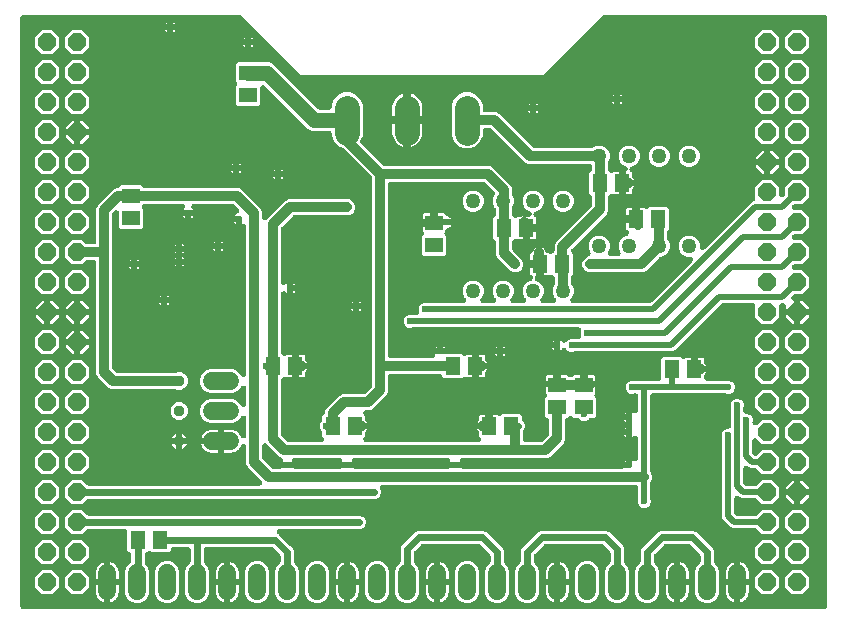
<source format=gbr>
G04 EAGLE Gerber RS-274X export*
G75*
%MOMM*%
%FSLAX34Y34*%
%LPD*%
%INBottom Copper*%
%IPPOS*%
%AMOC8*
5,1,8,0,0,1.08239X$1,22.5*%
G01*
%ADD10P,1.649562X8X292.500000*%
%ADD11C,0.550000*%
%ADD12R,1.300000X1.500000*%
%ADD13C,1.524000*%
%ADD14C,0.959600*%
%ADD15C,1.270000*%
%ADD16R,1.500000X1.300000*%
%ADD17C,2.095500*%
%ADD18C,0.600000*%
%ADD19C,0.254000*%
%ADD20C,0.812800*%
%ADD21C,0.508000*%
%ADD22C,1.270000*%
%ADD23C,0.406400*%
%ADD24C,0.609600*%

G36*
X683295Y2544D02*
X683295Y2544D01*
X683329Y2542D01*
X683518Y2564D01*
X683709Y2581D01*
X683742Y2590D01*
X683776Y2594D01*
X683959Y2649D01*
X684143Y2699D01*
X684174Y2714D01*
X684207Y2724D01*
X684378Y2811D01*
X684550Y2893D01*
X684578Y2913D01*
X684609Y2928D01*
X684761Y3044D01*
X684916Y3155D01*
X684940Y3180D01*
X684967Y3200D01*
X685096Y3340D01*
X685230Y3477D01*
X685249Y3506D01*
X685273Y3532D01*
X685375Y3693D01*
X685482Y3850D01*
X685496Y3882D01*
X685514Y3911D01*
X685587Y4088D01*
X685664Y4262D01*
X685672Y4296D01*
X685685Y4328D01*
X685725Y4515D01*
X685771Y4700D01*
X685773Y4734D01*
X685780Y4768D01*
X685799Y5080D01*
X685799Y502920D01*
X685796Y502955D01*
X685798Y502989D01*
X685776Y503178D01*
X685759Y503369D01*
X685750Y503402D01*
X685746Y503436D01*
X685691Y503619D01*
X685641Y503803D01*
X685626Y503834D01*
X685616Y503867D01*
X685529Y504038D01*
X685447Y504210D01*
X685427Y504238D01*
X685412Y504269D01*
X685296Y504421D01*
X685185Y504576D01*
X685160Y504600D01*
X685140Y504627D01*
X685000Y504756D01*
X684863Y504890D01*
X684834Y504909D01*
X684808Y504933D01*
X684647Y505035D01*
X684490Y505142D01*
X684458Y505156D01*
X684429Y505174D01*
X684252Y505247D01*
X684078Y505324D01*
X684044Y505332D01*
X684012Y505345D01*
X683825Y505385D01*
X683640Y505431D01*
X683606Y505433D01*
X683572Y505440D01*
X683260Y505459D01*
X497404Y505459D01*
X497241Y505445D01*
X497076Y505438D01*
X497017Y505425D01*
X496956Y505419D01*
X496797Y505376D01*
X496636Y505340D01*
X496580Y505317D01*
X496521Y505301D01*
X496373Y505230D01*
X496221Y505167D01*
X496170Y505134D01*
X496115Y505107D01*
X495981Y505012D01*
X495843Y504922D01*
X495785Y504871D01*
X495749Y504845D01*
X495706Y504802D01*
X495609Y504716D01*
X445552Y454659D01*
X240248Y454659D01*
X190191Y504716D01*
X190065Y504821D01*
X189944Y504933D01*
X189893Y504965D01*
X189846Y505004D01*
X189703Y505086D01*
X189564Y505174D01*
X189508Y505198D01*
X189455Y505228D01*
X189300Y505283D01*
X189148Y505345D01*
X189088Y505358D01*
X189031Y505379D01*
X188868Y505405D01*
X188708Y505440D01*
X188631Y505445D01*
X188587Y505452D01*
X188525Y505451D01*
X188396Y505459D01*
X5080Y505459D01*
X5045Y505456D01*
X5011Y505458D01*
X4822Y505436D01*
X4631Y505419D01*
X4598Y505410D01*
X4564Y505406D01*
X4381Y505351D01*
X4197Y505301D01*
X4166Y505286D01*
X4133Y505276D01*
X3962Y505189D01*
X3790Y505107D01*
X3762Y505087D01*
X3731Y505072D01*
X3579Y504956D01*
X3424Y504845D01*
X3400Y504820D01*
X3373Y504800D01*
X3244Y504660D01*
X3110Y504523D01*
X3091Y504494D01*
X3067Y504468D01*
X2965Y504307D01*
X2858Y504150D01*
X2844Y504118D01*
X2826Y504089D01*
X2753Y503912D01*
X2676Y503738D01*
X2668Y503704D01*
X2655Y503672D01*
X2615Y503485D01*
X2569Y503300D01*
X2567Y503266D01*
X2560Y503232D01*
X2541Y502920D01*
X2541Y5080D01*
X2544Y5045D01*
X2542Y5011D01*
X2564Y4822D01*
X2581Y4631D01*
X2590Y4598D01*
X2594Y4564D01*
X2649Y4381D01*
X2699Y4197D01*
X2714Y4166D01*
X2724Y4133D01*
X2811Y3962D01*
X2893Y3790D01*
X2913Y3762D01*
X2928Y3731D01*
X3044Y3579D01*
X3155Y3424D01*
X3180Y3400D01*
X3200Y3373D01*
X3340Y3244D01*
X3477Y3110D01*
X3506Y3091D01*
X3532Y3067D01*
X3693Y2965D01*
X3850Y2858D01*
X3882Y2844D01*
X3911Y2826D01*
X4088Y2753D01*
X4262Y2676D01*
X4296Y2668D01*
X4328Y2655D01*
X4515Y2615D01*
X4700Y2569D01*
X4734Y2567D01*
X4768Y2560D01*
X5080Y2541D01*
X683260Y2541D01*
X683295Y2544D01*
G37*
%LPC*%
G36*
X529758Y88439D02*
X529758Y88439D01*
X527721Y89283D01*
X526163Y90841D01*
X525319Y92878D01*
X525319Y95082D01*
X525586Y95726D01*
X525621Y95838D01*
X525665Y95946D01*
X525688Y96052D01*
X525721Y96156D01*
X525735Y96272D01*
X525760Y96386D01*
X525770Y96540D01*
X525777Y96602D01*
X525776Y96639D01*
X525779Y96698D01*
X525779Y105156D01*
X525776Y105191D01*
X525778Y105225D01*
X525756Y105414D01*
X525739Y105605D01*
X525730Y105638D01*
X525726Y105672D01*
X525671Y105855D01*
X525621Y106039D01*
X525606Y106070D01*
X525596Y106103D01*
X525509Y106274D01*
X525427Y106446D01*
X525407Y106474D01*
X525392Y106505D01*
X525276Y106657D01*
X525165Y106812D01*
X525140Y106836D01*
X525120Y106863D01*
X524980Y106992D01*
X524843Y107126D01*
X524814Y107145D01*
X524788Y107169D01*
X524627Y107271D01*
X524470Y107378D01*
X524438Y107392D01*
X524409Y107410D01*
X524232Y107483D01*
X524058Y107560D01*
X524024Y107568D01*
X523992Y107581D01*
X523805Y107621D01*
X523620Y107667D01*
X523586Y107669D01*
X523552Y107676D01*
X523240Y107695D01*
X309585Y107695D01*
X309503Y107688D01*
X309420Y107690D01*
X309279Y107668D01*
X309136Y107655D01*
X309057Y107634D01*
X308975Y107621D01*
X308840Y107575D01*
X308702Y107537D01*
X308628Y107502D01*
X308549Y107475D01*
X308424Y107405D01*
X308295Y107343D01*
X308228Y107296D01*
X308156Y107255D01*
X308045Y107165D01*
X307929Y107081D01*
X307872Y107022D01*
X307808Y106970D01*
X307715Y106861D01*
X307615Y106759D01*
X307569Y106690D01*
X307515Y106628D01*
X307443Y106504D01*
X307363Y106386D01*
X307330Y106310D01*
X307288Y106239D01*
X307239Y106105D01*
X307181Y105974D01*
X307161Y105894D01*
X307133Y105816D01*
X307108Y105675D01*
X307074Y105536D01*
X307069Y105454D01*
X307055Y105373D01*
X307055Y105230D01*
X307046Y105087D01*
X307056Y105005D01*
X307056Y104923D01*
X307082Y104782D01*
X307098Y104640D01*
X307122Y104561D01*
X307137Y104480D01*
X307217Y104246D01*
X307229Y104209D01*
X307234Y104199D01*
X307239Y104184D01*
X307849Y102712D01*
X307849Y100488D01*
X306998Y98434D01*
X305426Y96862D01*
X303372Y96011D01*
X60632Y96011D01*
X60469Y95997D01*
X60304Y95990D01*
X60245Y95977D01*
X60184Y95971D01*
X60025Y95928D01*
X59865Y95892D01*
X59808Y95869D01*
X59750Y95853D01*
X59602Y95782D01*
X59449Y95719D01*
X59398Y95686D01*
X59343Y95659D01*
X59210Y95564D01*
X59071Y95474D01*
X59013Y95423D01*
X58977Y95397D01*
X58934Y95354D01*
X58837Y95268D01*
X55009Y91439D01*
X46591Y91439D01*
X40639Y97391D01*
X40639Y105809D01*
X46591Y111761D01*
X55009Y111761D01*
X58837Y107932D01*
X58963Y107827D01*
X59084Y107715D01*
X59135Y107683D01*
X59182Y107644D01*
X59325Y107562D01*
X59464Y107474D01*
X59520Y107450D01*
X59573Y107420D01*
X59728Y107365D01*
X59880Y107303D01*
X59940Y107290D01*
X59998Y107269D01*
X60160Y107243D01*
X60321Y107208D01*
X60398Y107203D01*
X60442Y107196D01*
X60503Y107197D01*
X60632Y107189D01*
X205000Y107189D01*
X205130Y107200D01*
X205260Y107202D01*
X205354Y107220D01*
X205449Y107229D01*
X205574Y107263D01*
X205702Y107288D01*
X205791Y107322D01*
X205883Y107347D01*
X206001Y107403D01*
X206122Y107450D01*
X206204Y107500D01*
X206290Y107541D01*
X206396Y107616D01*
X206507Y107684D01*
X206578Y107747D01*
X206656Y107803D01*
X206747Y107896D01*
X206844Y107982D01*
X206903Y108057D01*
X206970Y108125D01*
X207043Y108233D01*
X207124Y108335D01*
X207169Y108419D01*
X207222Y108498D01*
X207275Y108617D01*
X207336Y108732D01*
X207366Y108823D01*
X207404Y108910D01*
X207435Y109037D01*
X207475Y109160D01*
X207488Y109255D01*
X207511Y109348D01*
X207519Y109477D01*
X207537Y109606D01*
X207533Y109702D01*
X207539Y109797D01*
X207524Y109926D01*
X207518Y110056D01*
X207498Y110149D01*
X207487Y110244D01*
X207449Y110369D01*
X207421Y110496D01*
X207384Y110584D01*
X207356Y110675D01*
X207297Y110791D01*
X207247Y110911D01*
X207195Y110992D01*
X207152Y111077D01*
X207074Y111180D01*
X207003Y111289D01*
X206917Y111387D01*
X206880Y111435D01*
X206847Y111466D01*
X206796Y111524D01*
X195061Y123259D01*
X194055Y125686D01*
X194055Y139930D01*
X194048Y140007D01*
X194050Y140085D01*
X194028Y140231D01*
X194015Y140378D01*
X193995Y140453D01*
X193983Y140531D01*
X193936Y140670D01*
X193897Y140812D01*
X193863Y140883D01*
X193838Y140957D01*
X193767Y141086D01*
X193703Y141219D01*
X193658Y141282D01*
X193620Y141351D01*
X193527Y141465D01*
X193441Y141585D01*
X193385Y141640D01*
X193336Y141700D01*
X193224Y141796D01*
X193119Y141899D01*
X193054Y141943D01*
X192995Y141994D01*
X192868Y142069D01*
X192746Y142151D01*
X192674Y142183D01*
X192607Y142223D01*
X192469Y142274D01*
X192334Y142333D01*
X192258Y142352D01*
X192185Y142379D01*
X192040Y142405D01*
X191896Y142440D01*
X191818Y142445D01*
X191742Y142459D01*
X191594Y142459D01*
X191447Y142468D01*
X191369Y142459D01*
X191291Y142459D01*
X191146Y142433D01*
X191000Y142416D01*
X190925Y142393D01*
X190848Y142379D01*
X190710Y142328D01*
X190569Y142285D01*
X190499Y142250D01*
X190426Y142223D01*
X190299Y142148D01*
X190167Y142081D01*
X190105Y142034D01*
X190038Y141994D01*
X189926Y141898D01*
X189809Y141809D01*
X189756Y141752D01*
X189696Y141701D01*
X189603Y141586D01*
X189504Y141478D01*
X189462Y141412D01*
X189412Y141351D01*
X189278Y141124D01*
X189262Y141098D01*
X189259Y141091D01*
X189254Y141082D01*
X188568Y139738D01*
X187678Y138513D01*
X186607Y137442D01*
X185382Y136552D01*
X184033Y135864D01*
X182593Y135396D01*
X181097Y135159D01*
X175259Y135159D01*
X175259Y144780D01*
X175259Y154401D01*
X181097Y154401D01*
X182593Y154164D01*
X184033Y153696D01*
X185382Y153008D01*
X186607Y152118D01*
X187678Y151047D01*
X188568Y149822D01*
X189254Y148478D01*
X189295Y148411D01*
X189329Y148341D01*
X189414Y148221D01*
X189493Y148096D01*
X189545Y148038D01*
X189591Y147975D01*
X189696Y147872D01*
X189796Y147763D01*
X189857Y147715D01*
X189913Y147661D01*
X190036Y147578D01*
X190152Y147488D01*
X190222Y147453D01*
X190286Y147409D01*
X190421Y147349D01*
X190552Y147281D01*
X190627Y147258D01*
X190698Y147227D01*
X190841Y147192D01*
X190982Y147148D01*
X191060Y147138D01*
X191136Y147120D01*
X191283Y147111D01*
X191429Y147093D01*
X191507Y147097D01*
X191585Y147092D01*
X191732Y147109D01*
X191879Y147117D01*
X191955Y147135D01*
X192032Y147144D01*
X192174Y147187D01*
X192317Y147221D01*
X192388Y147252D01*
X192463Y147275D01*
X192595Y147342D01*
X192730Y147400D01*
X192795Y147443D01*
X192865Y147479D01*
X192982Y147568D01*
X193105Y147650D01*
X193161Y147704D01*
X193223Y147751D01*
X193323Y147859D01*
X193430Y147961D01*
X193476Y148025D01*
X193529Y148082D01*
X193608Y148207D01*
X193694Y148326D01*
X193728Y148396D01*
X193770Y148462D01*
X193826Y148598D01*
X193891Y148731D01*
X193912Y148806D01*
X193941Y148878D01*
X193972Y149023D01*
X194012Y149164D01*
X194020Y149242D01*
X194036Y149319D01*
X194052Y149583D01*
X194055Y149613D01*
X194055Y149620D01*
X194055Y149630D01*
X194055Y163975D01*
X194040Y164152D01*
X194030Y164329D01*
X194020Y164375D01*
X194015Y164423D01*
X193969Y164594D01*
X193928Y164768D01*
X193909Y164812D01*
X193897Y164858D01*
X193821Y165017D01*
X193750Y165181D01*
X193724Y165221D01*
X193703Y165264D01*
X193600Y165408D01*
X193502Y165557D01*
X193469Y165591D01*
X193441Y165630D01*
X193314Y165754D01*
X193191Y165883D01*
X193153Y165911D01*
X193119Y165944D01*
X192971Y166044D01*
X192828Y166149D01*
X192785Y166170D01*
X192746Y166196D01*
X192583Y166268D01*
X192424Y166346D01*
X192377Y166359D01*
X192334Y166379D01*
X192161Y166421D01*
X191990Y166469D01*
X191943Y166474D01*
X191896Y166485D01*
X191720Y166496D01*
X191542Y166514D01*
X191495Y166510D01*
X191447Y166513D01*
X191271Y166492D01*
X191093Y166479D01*
X191047Y166466D01*
X191000Y166461D01*
X190830Y166409D01*
X190658Y166365D01*
X190614Y166344D01*
X190569Y166331D01*
X190410Y166250D01*
X190249Y166175D01*
X190210Y166148D01*
X190167Y166126D01*
X190026Y166019D01*
X189880Y165917D01*
X189847Y165883D01*
X189809Y165854D01*
X189688Y165723D01*
X189563Y165598D01*
X189536Y165558D01*
X189504Y165523D01*
X189408Y165373D01*
X189307Y165227D01*
X189281Y165174D01*
X189262Y165143D01*
X189238Y165085D01*
X189170Y164946D01*
X188954Y164424D01*
X186096Y161566D01*
X182361Y160019D01*
X163079Y160019D01*
X159344Y161566D01*
X156486Y164424D01*
X154939Y168159D01*
X154939Y172201D01*
X156486Y175936D01*
X159344Y178794D01*
X163079Y180341D01*
X182361Y180341D01*
X186096Y178794D01*
X188954Y175936D01*
X189170Y175414D01*
X189253Y175256D01*
X189329Y175096D01*
X189356Y175057D01*
X189379Y175015D01*
X189487Y174874D01*
X189591Y174730D01*
X189625Y174696D01*
X189654Y174659D01*
X189786Y174540D01*
X189913Y174416D01*
X189953Y174389D01*
X189989Y174357D01*
X190139Y174263D01*
X190286Y174164D01*
X190330Y174144D01*
X190371Y174119D01*
X190535Y174053D01*
X190698Y173981D01*
X190745Y173970D01*
X190789Y173952D01*
X190963Y173917D01*
X191136Y173875D01*
X191183Y173872D01*
X191230Y173862D01*
X191408Y173858D01*
X191585Y173847D01*
X191633Y173853D01*
X191680Y173851D01*
X191856Y173879D01*
X192032Y173899D01*
X192078Y173913D01*
X192125Y173920D01*
X192293Y173978D01*
X192463Y174029D01*
X192506Y174051D01*
X192551Y174067D01*
X192706Y174153D01*
X192865Y174234D01*
X192903Y174263D01*
X192944Y174286D01*
X193082Y174399D01*
X193223Y174506D01*
X193256Y174541D01*
X193293Y174571D01*
X193408Y174706D01*
X193529Y174837D01*
X193554Y174877D01*
X193585Y174914D01*
X193675Y175067D01*
X193770Y175217D01*
X193788Y175261D01*
X193813Y175302D01*
X193874Y175469D01*
X193941Y175633D01*
X193951Y175680D01*
X193968Y175725D01*
X193999Y175900D01*
X194036Y176073D01*
X194040Y176133D01*
X194046Y176168D01*
X194046Y176231D01*
X194055Y176385D01*
X194055Y189375D01*
X194040Y189552D01*
X194030Y189729D01*
X194020Y189775D01*
X194015Y189823D01*
X193969Y189995D01*
X193928Y190168D01*
X193909Y190212D01*
X193897Y190258D01*
X193821Y190417D01*
X193750Y190581D01*
X193724Y190621D01*
X193703Y190664D01*
X193600Y190808D01*
X193502Y190957D01*
X193469Y190991D01*
X193441Y191030D01*
X193314Y191154D01*
X193191Y191283D01*
X193153Y191311D01*
X193119Y191344D01*
X192971Y191444D01*
X192828Y191549D01*
X192785Y191570D01*
X192746Y191596D01*
X192583Y191668D01*
X192424Y191746D01*
X192377Y191759D01*
X192334Y191779D01*
X192161Y191821D01*
X191990Y191869D01*
X191943Y191874D01*
X191896Y191885D01*
X191720Y191896D01*
X191542Y191914D01*
X191495Y191910D01*
X191447Y191913D01*
X191271Y191892D01*
X191093Y191879D01*
X191047Y191866D01*
X191000Y191861D01*
X190830Y191809D01*
X190658Y191765D01*
X190614Y191744D01*
X190569Y191731D01*
X190410Y191650D01*
X190249Y191575D01*
X190210Y191548D01*
X190167Y191526D01*
X190026Y191419D01*
X189880Y191317D01*
X189847Y191283D01*
X189809Y191254D01*
X189688Y191124D01*
X189563Y190998D01*
X189536Y190958D01*
X189504Y190923D01*
X189408Y190773D01*
X189307Y190627D01*
X189281Y190574D01*
X189262Y190543D01*
X189238Y190485D01*
X189170Y190346D01*
X188954Y189824D01*
X186096Y186966D01*
X182361Y185419D01*
X163079Y185419D01*
X159344Y186966D01*
X156486Y189824D01*
X154939Y193559D01*
X154939Y197601D01*
X156486Y201336D01*
X159344Y204194D01*
X163079Y205741D01*
X182361Y205741D01*
X186096Y204194D01*
X188954Y201336D01*
X189170Y200814D01*
X189253Y200656D01*
X189329Y200496D01*
X189356Y200457D01*
X189379Y200415D01*
X189487Y200274D01*
X189591Y200130D01*
X189625Y200096D01*
X189654Y200059D01*
X189786Y199940D01*
X189913Y199816D01*
X189953Y199789D01*
X189989Y199757D01*
X190139Y199663D01*
X190286Y199564D01*
X190330Y199544D01*
X190371Y199519D01*
X190535Y199453D01*
X190698Y199381D01*
X190745Y199370D01*
X190789Y199352D01*
X190963Y199317D01*
X191136Y199275D01*
X191183Y199272D01*
X191230Y199262D01*
X191408Y199258D01*
X191585Y199247D01*
X191633Y199253D01*
X191680Y199251D01*
X191856Y199279D01*
X192032Y199299D01*
X192078Y199313D01*
X192125Y199320D01*
X192293Y199378D01*
X192463Y199429D01*
X192506Y199451D01*
X192551Y199467D01*
X192706Y199553D01*
X192865Y199634D01*
X192903Y199663D01*
X192944Y199686D01*
X193082Y199799D01*
X193223Y199906D01*
X193256Y199941D01*
X193293Y199971D01*
X193408Y200106D01*
X193529Y200237D01*
X193554Y200277D01*
X193585Y200314D01*
X193675Y200467D01*
X193770Y200617D01*
X193788Y200661D01*
X193813Y200702D01*
X193874Y200869D01*
X193941Y201033D01*
X193951Y201080D01*
X193968Y201125D01*
X193999Y201300D01*
X194036Y201473D01*
X194040Y201533D01*
X194046Y201568D01*
X194046Y201631D01*
X194055Y201785D01*
X194055Y326052D01*
X194048Y326134D01*
X194050Y326216D01*
X194028Y326357D01*
X194015Y326500D01*
X193994Y326580D01*
X193981Y326661D01*
X193935Y326796D01*
X193897Y326935D01*
X193861Y327009D01*
X193835Y327087D01*
X193765Y327212D01*
X193703Y327341D01*
X193656Y327408D01*
X193615Y327480D01*
X193525Y327591D01*
X193441Y327707D01*
X193382Y327765D01*
X193330Y327829D01*
X193221Y327921D01*
X193119Y328021D01*
X193050Y328067D01*
X192988Y328121D01*
X192864Y328193D01*
X192746Y328273D01*
X192670Y328307D01*
X192599Y328348D01*
X192465Y328398D01*
X192334Y328456D01*
X192254Y328475D01*
X192176Y328504D01*
X192035Y328528D01*
X191896Y328562D01*
X191814Y328567D01*
X191733Y328582D01*
X191590Y328581D01*
X191447Y328590D01*
X191365Y328581D01*
X191283Y328580D01*
X191142Y328555D01*
X191000Y328538D01*
X190921Y328514D01*
X190840Y328499D01*
X190606Y328419D01*
X190569Y328408D01*
X190559Y328403D01*
X190544Y328398D01*
X190499Y328379D01*
X190499Y332740D01*
X190496Y332774D01*
X190498Y332809D01*
X190476Y332998D01*
X190459Y333188D01*
X190450Y333222D01*
X190446Y333256D01*
X190391Y333439D01*
X190341Y333623D01*
X190326Y333654D01*
X190316Y333687D01*
X190229Y333858D01*
X190148Y334029D01*
X190127Y334057D01*
X190112Y334088D01*
X189996Y334240D01*
X189885Y334395D01*
X189885Y334396D01*
X189861Y334420D01*
X189840Y334447D01*
X189839Y334447D01*
X189699Y334577D01*
X189562Y334710D01*
X189534Y334729D01*
X189508Y334753D01*
X189347Y334855D01*
X189189Y334962D01*
X189158Y334976D01*
X189128Y334994D01*
X188952Y335067D01*
X188777Y335144D01*
X188744Y335152D01*
X188712Y335165D01*
X188525Y335206D01*
X188340Y335251D01*
X188306Y335253D01*
X188272Y335260D01*
X187960Y335279D01*
X183642Y335279D01*
X184076Y335928D01*
X184772Y336624D01*
X185591Y337172D01*
X186589Y337585D01*
X186662Y337623D01*
X186739Y337653D01*
X186861Y337727D01*
X186988Y337793D01*
X187054Y337844D01*
X187124Y337887D01*
X187231Y337982D01*
X187344Y338069D01*
X187400Y338130D01*
X187461Y338185D01*
X187550Y338297D01*
X187646Y338403D01*
X187690Y338474D01*
X187741Y338538D01*
X187808Y338664D01*
X187884Y338786D01*
X187914Y338863D01*
X187953Y338935D01*
X187997Y339071D01*
X188051Y339204D01*
X188067Y339285D01*
X188093Y339363D01*
X188112Y339505D01*
X188141Y339645D01*
X188143Y339728D01*
X188154Y339809D01*
X188148Y339952D01*
X188151Y340095D01*
X188139Y340177D01*
X188135Y340259D01*
X188105Y340399D01*
X188083Y340540D01*
X188056Y340618D01*
X188038Y340699D01*
X187983Y340831D01*
X187936Y340966D01*
X187896Y341038D01*
X187864Y341114D01*
X187787Y341234D01*
X187717Y341359D01*
X187665Y341423D01*
X187620Y341492D01*
X187457Y341677D01*
X187432Y341708D01*
X187423Y341715D01*
X187413Y341727D01*
X187084Y342056D01*
X184088Y345052D01*
X183962Y345157D01*
X183841Y345269D01*
X183789Y345301D01*
X183743Y345340D01*
X183600Y345422D01*
X183461Y345510D01*
X183405Y345534D01*
X183352Y345564D01*
X183197Y345619D01*
X183045Y345681D01*
X182985Y345694D01*
X182927Y345715D01*
X182765Y345741D01*
X182604Y345776D01*
X182527Y345781D01*
X182483Y345788D01*
X182422Y345787D01*
X182292Y345795D01*
X150007Y345795D01*
X149877Y345784D01*
X149748Y345782D01*
X149654Y345764D01*
X149559Y345755D01*
X149433Y345721D01*
X149305Y345696D01*
X149216Y345662D01*
X149124Y345637D01*
X149007Y345581D01*
X148885Y345534D01*
X148804Y345484D01*
X148718Y345443D01*
X148612Y345368D01*
X148501Y345300D01*
X148429Y345237D01*
X148352Y345181D01*
X148261Y345088D01*
X148163Y345002D01*
X148104Y344927D01*
X148037Y344859D01*
X147965Y344751D01*
X147884Y344649D01*
X147839Y344565D01*
X147785Y344486D01*
X147733Y344367D01*
X147671Y344252D01*
X147642Y344161D01*
X147603Y344074D01*
X147572Y343947D01*
X147532Y343824D01*
X147519Y343729D01*
X147497Y343636D01*
X147489Y343507D01*
X147471Y343378D01*
X147475Y343282D01*
X147469Y343187D01*
X147484Y343058D01*
X147489Y342928D01*
X147510Y342835D01*
X147521Y342740D01*
X147559Y342615D01*
X147587Y342488D01*
X147624Y342400D01*
X147651Y342309D01*
X147710Y342193D01*
X147760Y342073D01*
X147812Y341993D01*
X147856Y341907D01*
X147934Y341804D01*
X148005Y341695D01*
X148091Y341597D01*
X148128Y341549D01*
X148161Y341518D01*
X148212Y341460D01*
X148664Y341008D01*
X149098Y340359D01*
X144780Y340359D01*
X140462Y340359D01*
X140896Y341008D01*
X141348Y341460D01*
X141432Y341560D01*
X141523Y341653D01*
X141576Y341733D01*
X141637Y341806D01*
X141702Y341919D01*
X141775Y342026D01*
X141813Y342114D01*
X141861Y342197D01*
X141904Y342319D01*
X141957Y342438D01*
X141980Y342531D01*
X142011Y342621D01*
X142033Y342749D01*
X142063Y342876D01*
X142069Y342971D01*
X142085Y343065D01*
X142083Y343195D01*
X142091Y343325D01*
X142080Y343420D01*
X142079Y343515D01*
X142054Y343643D01*
X142039Y343772D01*
X142011Y343864D01*
X141993Y343958D01*
X141947Y344079D01*
X141909Y344203D01*
X141865Y344288D01*
X141831Y344378D01*
X141763Y344489D01*
X141704Y344605D01*
X141647Y344681D01*
X141597Y344762D01*
X141511Y344860D01*
X141432Y344963D01*
X141362Y345028D01*
X141299Y345100D01*
X141197Y345180D01*
X141101Y345269D01*
X141021Y345320D01*
X140946Y345379D01*
X140831Y345440D01*
X140722Y345510D01*
X140633Y345547D01*
X140549Y345592D01*
X140425Y345632D01*
X140305Y345681D01*
X140212Y345701D01*
X140121Y345731D01*
X139992Y345749D01*
X139865Y345776D01*
X139735Y345784D01*
X139675Y345792D01*
X139630Y345791D01*
X139553Y345795D01*
X108560Y345795D01*
X108397Y345781D01*
X108232Y345774D01*
X108173Y345761D01*
X108112Y345755D01*
X107953Y345712D01*
X107792Y345676D01*
X107736Y345653D01*
X107677Y345637D01*
X107529Y345566D01*
X107377Y345503D01*
X107326Y345470D01*
X107271Y345443D01*
X107137Y345348D01*
X106999Y345258D01*
X106941Y345207D01*
X106905Y345181D01*
X106862Y345138D01*
X106765Y345052D01*
X106409Y344696D01*
X106386Y344669D01*
X106360Y344646D01*
X106243Y344497D01*
X106120Y344350D01*
X106102Y344320D01*
X106081Y344293D01*
X105991Y344125D01*
X105896Y343959D01*
X105885Y343927D01*
X105868Y343896D01*
X105809Y343715D01*
X105746Y343535D01*
X105740Y343501D01*
X105729Y343468D01*
X105703Y343279D01*
X105672Y343091D01*
X105673Y343056D01*
X105668Y343022D01*
X105676Y342831D01*
X105678Y342640D01*
X105685Y342606D01*
X105686Y342572D01*
X105728Y342386D01*
X105764Y342198D01*
X105776Y342166D01*
X105784Y342132D01*
X105858Y341956D01*
X105926Y341778D01*
X105944Y341749D01*
X105957Y341717D01*
X106061Y341557D01*
X106160Y341394D01*
X106183Y341368D01*
X106202Y341339D01*
X106409Y341104D01*
X106561Y340952D01*
X106561Y325848D01*
X105072Y324359D01*
X87968Y324359D01*
X86479Y325848D01*
X86479Y337708D01*
X86468Y337838D01*
X86466Y337968D01*
X86448Y338062D01*
X86439Y338157D01*
X86405Y338282D01*
X86380Y338410D01*
X86346Y338499D01*
X86321Y338591D01*
X86265Y338709D01*
X86218Y338830D01*
X86168Y338912D01*
X86127Y338998D01*
X86052Y339104D01*
X85984Y339215D01*
X85921Y339286D01*
X85865Y339364D01*
X85772Y339455D01*
X85686Y339552D01*
X85611Y339611D01*
X85543Y339678D01*
X85435Y339751D01*
X85333Y339832D01*
X85249Y339877D01*
X85170Y339930D01*
X85051Y339983D01*
X84936Y340044D01*
X84845Y340074D01*
X84758Y340112D01*
X84631Y340143D01*
X84508Y340183D01*
X84413Y340196D01*
X84320Y340219D01*
X84191Y340227D01*
X84062Y340245D01*
X83966Y340241D01*
X83871Y340247D01*
X83742Y340232D01*
X83612Y340226D01*
X83519Y340206D01*
X83424Y340195D01*
X83299Y340157D01*
X83172Y340129D01*
X83084Y340092D01*
X82993Y340064D01*
X82877Y340005D01*
X82757Y339955D01*
X82677Y339903D01*
X82591Y339860D01*
X82488Y339781D01*
X82379Y339711D01*
X82281Y339625D01*
X82233Y339588D01*
X82202Y339555D01*
X82144Y339504D01*
X81008Y338368D01*
X80903Y338242D01*
X80791Y338121D01*
X80759Y338069D01*
X80720Y338023D01*
X80638Y337880D01*
X80550Y337741D01*
X80526Y337685D01*
X80496Y337632D01*
X80441Y337477D01*
X80379Y337325D01*
X80366Y337265D01*
X80345Y337207D01*
X80319Y337045D01*
X80284Y336884D01*
X80279Y336807D01*
X80272Y336763D01*
X80273Y336702D01*
X80265Y336572D01*
X80265Y206988D01*
X80279Y206824D01*
X80286Y206659D01*
X80299Y206600D01*
X80305Y206539D01*
X80348Y206380D01*
X80384Y206220D01*
X80407Y206164D01*
X80423Y206105D01*
X80494Y205957D01*
X80557Y205804D01*
X80590Y205753D01*
X80617Y205698D01*
X80712Y205565D01*
X80802Y205426D01*
X80853Y205368D01*
X80879Y205332D01*
X80922Y205289D01*
X81008Y205192D01*
X83272Y202928D01*
X83398Y202823D01*
X83519Y202711D01*
X83571Y202679D01*
X83617Y202640D01*
X83760Y202558D01*
X83899Y202470D01*
X83955Y202446D01*
X84008Y202416D01*
X84163Y202361D01*
X84315Y202299D01*
X84375Y202286D01*
X84433Y202265D01*
X84595Y202239D01*
X84756Y202204D01*
X84833Y202199D01*
X84877Y202192D01*
X84938Y202193D01*
X85068Y202185D01*
X133423Y202185D01*
X133540Y202195D01*
X133656Y202195D01*
X133763Y202215D01*
X133872Y202225D01*
X133984Y202255D01*
X134099Y202276D01*
X134245Y202327D01*
X134306Y202343D01*
X134339Y202359D01*
X134395Y202378D01*
X135700Y202919D01*
X138620Y202919D01*
X141317Y201801D01*
X143381Y199737D01*
X144499Y197040D01*
X144499Y194120D01*
X143381Y191423D01*
X141317Y189359D01*
X138620Y188241D01*
X135700Y188241D01*
X134395Y188782D01*
X134283Y188817D01*
X134175Y188861D01*
X134069Y188884D01*
X133965Y188917D01*
X133849Y188931D01*
X133735Y188956D01*
X133581Y188966D01*
X133519Y188973D01*
X133482Y188972D01*
X133423Y188975D01*
X79966Y188975D01*
X77539Y189981D01*
X68061Y199459D01*
X67055Y201886D01*
X67055Y295656D01*
X67052Y295691D01*
X67054Y295725D01*
X67032Y295914D01*
X67015Y296105D01*
X67006Y296138D01*
X67002Y296172D01*
X66947Y296355D01*
X66897Y296539D01*
X66882Y296570D01*
X66872Y296603D01*
X66785Y296774D01*
X66703Y296946D01*
X66683Y296974D01*
X66668Y297005D01*
X66552Y297157D01*
X66441Y297312D01*
X66416Y297336D01*
X66396Y297363D01*
X66256Y297492D01*
X66119Y297626D01*
X66090Y297645D01*
X66064Y297669D01*
X65903Y297771D01*
X65746Y297878D01*
X65714Y297892D01*
X65685Y297910D01*
X65508Y297983D01*
X65334Y298060D01*
X65300Y298068D01*
X65268Y298081D01*
X65081Y298121D01*
X64896Y298167D01*
X64862Y298169D01*
X64828Y298176D01*
X64516Y298195D01*
X59616Y298195D01*
X59453Y298181D01*
X59288Y298174D01*
X59229Y298161D01*
X59168Y298155D01*
X59009Y298112D01*
X58849Y298076D01*
X58792Y298053D01*
X58734Y298037D01*
X58586Y297966D01*
X58433Y297903D01*
X58382Y297870D01*
X58327Y297843D01*
X58194Y297748D01*
X58055Y297658D01*
X57997Y297607D01*
X57961Y297581D01*
X57918Y297538D01*
X57821Y297452D01*
X55009Y294639D01*
X46591Y294639D01*
X40639Y300591D01*
X40639Y309009D01*
X46591Y314961D01*
X55009Y314961D01*
X57821Y312148D01*
X57947Y312043D01*
X58068Y311931D01*
X58119Y311899D01*
X58166Y311860D01*
X58309Y311778D01*
X58448Y311690D01*
X58504Y311666D01*
X58557Y311636D01*
X58712Y311581D01*
X58864Y311519D01*
X58924Y311506D01*
X58982Y311485D01*
X59144Y311459D01*
X59305Y311424D01*
X59382Y311419D01*
X59426Y311412D01*
X59487Y311413D01*
X59616Y311405D01*
X64516Y311405D01*
X64551Y311408D01*
X64585Y311406D01*
X64774Y311428D01*
X64965Y311445D01*
X64998Y311454D01*
X65032Y311458D01*
X65215Y311513D01*
X65399Y311563D01*
X65430Y311578D01*
X65463Y311588D01*
X65634Y311675D01*
X65806Y311757D01*
X65834Y311777D01*
X65865Y311792D01*
X66017Y311908D01*
X66172Y312019D01*
X66196Y312044D01*
X66223Y312064D01*
X66352Y312204D01*
X66486Y312341D01*
X66505Y312370D01*
X66529Y312396D01*
X66631Y312556D01*
X66738Y312714D01*
X66752Y312746D01*
X66770Y312775D01*
X66843Y312952D01*
X66920Y313126D01*
X66928Y313160D01*
X66941Y313192D01*
X66981Y313378D01*
X67027Y313564D01*
X67029Y313598D01*
X67036Y313632D01*
X67055Y313944D01*
X67055Y341674D01*
X68061Y344101D01*
X81959Y357999D01*
X84386Y359005D01*
X84480Y359005D01*
X84643Y359019D01*
X84808Y359026D01*
X84867Y359039D01*
X84928Y359045D01*
X85087Y359088D01*
X85248Y359124D01*
X85304Y359147D01*
X85363Y359163D01*
X85511Y359234D01*
X85663Y359297D01*
X85714Y359330D01*
X85769Y359357D01*
X85903Y359452D01*
X86041Y359542D01*
X86099Y359593D01*
X86135Y359619D01*
X86178Y359662D01*
X86275Y359748D01*
X87968Y361441D01*
X105072Y361441D01*
X106765Y359748D01*
X106891Y359643D01*
X107012Y359531D01*
X107063Y359499D01*
X107110Y359460D01*
X107253Y359378D01*
X107392Y359290D01*
X107448Y359266D01*
X107501Y359236D01*
X107656Y359181D01*
X107808Y359119D01*
X107868Y359106D01*
X107925Y359085D01*
X108088Y359059D01*
X108248Y359024D01*
X108325Y359019D01*
X108369Y359012D01*
X108431Y359013D01*
X108560Y359005D01*
X187394Y359005D01*
X189821Y357999D01*
X196424Y351396D01*
X206259Y341561D01*
X207265Y339134D01*
X207265Y334496D01*
X207276Y334366D01*
X207278Y334236D01*
X207296Y334142D01*
X207305Y334047D01*
X207339Y333922D01*
X207364Y333794D01*
X207398Y333705D01*
X207423Y333613D01*
X207479Y333495D01*
X207526Y333374D01*
X207576Y333292D01*
X207617Y333206D01*
X207692Y333100D01*
X207760Y332989D01*
X207823Y332918D01*
X207879Y332840D01*
X207972Y332749D01*
X208058Y332652D01*
X208133Y332593D01*
X208201Y332526D01*
X208309Y332453D01*
X208411Y332372D01*
X208495Y332327D01*
X208574Y332274D01*
X208693Y332221D01*
X208808Y332160D01*
X208899Y332130D01*
X208986Y332092D01*
X209113Y332061D01*
X209236Y332021D01*
X209331Y332008D01*
X209424Y331985D01*
X209553Y331977D01*
X209682Y331959D01*
X209778Y331963D01*
X209873Y331957D01*
X210002Y331972D01*
X210132Y331978D01*
X210225Y331998D01*
X210320Y332009D01*
X210445Y332047D01*
X210572Y332075D01*
X210660Y332112D01*
X210751Y332140D01*
X210867Y332199D01*
X210987Y332249D01*
X211068Y332301D01*
X211153Y332344D01*
X211256Y332422D01*
X211365Y332493D01*
X211463Y332579D01*
X211511Y332616D01*
X211542Y332649D01*
X211600Y332700D01*
X225184Y346284D01*
X227399Y348499D01*
X229826Y349505D01*
X280714Y349505D01*
X283141Y348499D01*
X284999Y346641D01*
X286005Y344214D01*
X286005Y341586D01*
X284999Y339159D01*
X283141Y337301D01*
X280714Y336295D01*
X234928Y336295D01*
X234764Y336281D01*
X234599Y336274D01*
X234540Y336261D01*
X234479Y336255D01*
X234320Y336212D01*
X234160Y336176D01*
X234104Y336153D01*
X234045Y336137D01*
X233897Y336066D01*
X233744Y336003D01*
X233693Y335970D01*
X233638Y335943D01*
X233504Y335848D01*
X233366Y335758D01*
X233308Y335707D01*
X233272Y335681D01*
X233229Y335638D01*
X233132Y335552D01*
X223908Y326328D01*
X223803Y326202D01*
X223691Y326081D01*
X223659Y326029D01*
X223620Y325983D01*
X223538Y325840D01*
X223450Y325701D01*
X223426Y325645D01*
X223396Y325592D01*
X223341Y325437D01*
X223279Y325285D01*
X223266Y325225D01*
X223245Y325167D01*
X223219Y325005D01*
X223184Y324844D01*
X223179Y324767D01*
X223172Y324723D01*
X223173Y324662D01*
X223165Y324532D01*
X223165Y279547D01*
X223176Y279417D01*
X223178Y279288D01*
X223196Y279194D01*
X223205Y279099D01*
X223239Y278973D01*
X223264Y278845D01*
X223298Y278756D01*
X223323Y278664D01*
X223379Y278547D01*
X223426Y278425D01*
X223476Y278344D01*
X223517Y278258D01*
X223592Y278152D01*
X223660Y278041D01*
X223723Y277969D01*
X223779Y277892D01*
X223872Y277801D01*
X223958Y277703D01*
X224033Y277644D01*
X224101Y277577D01*
X224209Y277505D01*
X224311Y277424D01*
X224395Y277379D01*
X224474Y277325D01*
X224593Y277273D01*
X224708Y277211D01*
X224799Y277182D01*
X224886Y277143D01*
X225013Y277112D01*
X225136Y277072D01*
X225231Y277059D01*
X225324Y277037D01*
X225453Y277029D01*
X225582Y277011D01*
X225678Y277015D01*
X225773Y277009D01*
X225902Y277024D01*
X226032Y277029D01*
X226125Y277050D01*
X226220Y277061D01*
X226345Y277099D01*
X226472Y277127D01*
X226560Y277164D01*
X226651Y277191D01*
X226767Y277250D01*
X226887Y277300D01*
X226967Y277352D01*
X227053Y277396D01*
X227156Y277474D01*
X227265Y277545D01*
X227363Y277631D01*
X227411Y277668D01*
X227442Y277701D01*
X227500Y277752D01*
X227952Y278204D01*
X228601Y278638D01*
X228601Y274320D01*
X228601Y270002D01*
X227952Y270436D01*
X227500Y270888D01*
X227400Y270972D01*
X227307Y271063D01*
X227227Y271116D01*
X227154Y271177D01*
X227041Y271242D01*
X226934Y271315D01*
X226846Y271353D01*
X226763Y271401D01*
X226641Y271444D01*
X226522Y271497D01*
X226429Y271520D01*
X226339Y271551D01*
X226211Y271573D01*
X226084Y271603D01*
X225989Y271609D01*
X225895Y271625D01*
X225765Y271623D01*
X225635Y271631D01*
X225540Y271620D01*
X225445Y271619D01*
X225317Y271594D01*
X225188Y271579D01*
X225096Y271551D01*
X225002Y271533D01*
X224881Y271487D01*
X224757Y271449D01*
X224672Y271405D01*
X224582Y271371D01*
X224471Y271303D01*
X224355Y271244D01*
X224279Y271187D01*
X224198Y271137D01*
X224100Y271051D01*
X223997Y270972D01*
X223932Y270902D01*
X223860Y270839D01*
X223780Y270737D01*
X223691Y270641D01*
X223640Y270561D01*
X223581Y270486D01*
X223520Y270371D01*
X223450Y270262D01*
X223413Y270173D01*
X223368Y270089D01*
X223328Y269965D01*
X223279Y269845D01*
X223259Y269752D01*
X223229Y269661D01*
X223211Y269532D01*
X223184Y269405D01*
X223176Y269275D01*
X223168Y269215D01*
X223169Y269170D01*
X223165Y269093D01*
X223165Y220320D01*
X223179Y220157D01*
X223186Y219992D01*
X223199Y219933D01*
X223205Y219872D01*
X223248Y219713D01*
X223284Y219552D01*
X223307Y219496D01*
X223323Y219437D01*
X223394Y219289D01*
X223457Y219137D01*
X223490Y219086D01*
X223517Y219031D01*
X223612Y218897D01*
X223702Y218759D01*
X223753Y218701D01*
X223779Y218665D01*
X223822Y218622D01*
X223908Y218525D01*
X224692Y217741D01*
X224809Y217643D01*
X224921Y217539D01*
X224981Y217499D01*
X225037Y217452D01*
X225170Y217377D01*
X225298Y217293D01*
X225365Y217265D01*
X225428Y217229D01*
X225572Y217178D01*
X225713Y217119D01*
X225784Y217103D01*
X225852Y217078D01*
X226004Y217053D01*
X226153Y217020D01*
X226225Y217017D01*
X226297Y217005D01*
X226450Y217007D01*
X226602Y217000D01*
X226674Y217010D01*
X226747Y217011D01*
X226897Y217040D01*
X227049Y217061D01*
X227118Y217083D01*
X227189Y217097D01*
X227332Y217152D01*
X227477Y217199D01*
X227561Y217240D01*
X227609Y217259D01*
X227657Y217288D01*
X227757Y217338D01*
X228288Y217644D01*
X228797Y217781D01*
X232311Y217781D01*
X232311Y212198D01*
X232324Y212045D01*
X232329Y211891D01*
X232344Y211821D01*
X232351Y211750D01*
X232391Y211601D01*
X232423Y211451D01*
X232450Y211385D01*
X232469Y211316D01*
X232535Y211177D01*
X232593Y211034D01*
X232632Y210973D01*
X232663Y210909D01*
X232752Y210784D01*
X232834Y210654D01*
X232883Y210601D01*
X232925Y210543D01*
X233035Y210435D01*
X233139Y210322D01*
X233196Y210279D01*
X233247Y210229D01*
X233375Y210143D01*
X233497Y210049D01*
X233561Y210017D01*
X233620Y209977D01*
X233761Y209914D01*
X233898Y209844D01*
X233967Y209823D01*
X234032Y209794D01*
X234182Y209758D01*
X234208Y209750D01*
X234155Y209668D01*
X234048Y209510D01*
X234034Y209478D01*
X234016Y209449D01*
X233943Y209272D01*
X233866Y209098D01*
X233858Y209064D01*
X233845Y209032D01*
X233805Y208846D01*
X233760Y208660D01*
X233757Y208626D01*
X233750Y208592D01*
X233731Y208280D01*
X233734Y208245D01*
X233732Y208211D01*
X233754Y208021D01*
X233771Y207831D01*
X233780Y207798D01*
X233784Y207764D01*
X233839Y207581D01*
X233889Y207397D01*
X233904Y207366D01*
X233914Y207333D01*
X234001Y207162D01*
X234083Y206990D01*
X234103Y206962D01*
X234119Y206931D01*
X234205Y206817D01*
X234194Y206815D01*
X234050Y206762D01*
X233903Y206718D01*
X233839Y206685D01*
X233771Y206660D01*
X233638Y206583D01*
X233501Y206513D01*
X233444Y206470D01*
X233382Y206434D01*
X233265Y206334D01*
X233143Y206241D01*
X233094Y206188D01*
X233039Y206142D01*
X232942Y206023D01*
X232837Y205910D01*
X232799Y205849D01*
X232753Y205794D01*
X232678Y205660D01*
X232596Y205530D01*
X232568Y205464D01*
X232533Y205401D01*
X232483Y205256D01*
X232425Y205114D01*
X232410Y205044D01*
X232386Y204976D01*
X232362Y204824D01*
X232330Y204674D01*
X232324Y204581D01*
X232316Y204531D01*
X232318Y204474D01*
X232311Y204362D01*
X232311Y198779D01*
X228797Y198779D01*
X228288Y198916D01*
X227757Y199222D01*
X227618Y199287D01*
X227483Y199359D01*
X227414Y199381D01*
X227349Y199412D01*
X227201Y199451D01*
X227055Y199498D01*
X226983Y199508D01*
X226913Y199526D01*
X226761Y199539D01*
X226609Y199559D01*
X226537Y199556D01*
X226464Y199562D01*
X226312Y199547D01*
X226159Y199541D01*
X226088Y199525D01*
X226016Y199518D01*
X225869Y199477D01*
X225719Y199443D01*
X225653Y199415D01*
X225583Y199396D01*
X225445Y199329D01*
X225304Y199270D01*
X225243Y199230D01*
X225178Y199199D01*
X225054Y199108D01*
X224926Y199026D01*
X224856Y198964D01*
X224814Y198933D01*
X224775Y198892D01*
X224692Y198819D01*
X223908Y198035D01*
X223803Y197909D01*
X223691Y197788D01*
X223659Y197737D01*
X223620Y197690D01*
X223538Y197547D01*
X223450Y197408D01*
X223426Y197352D01*
X223396Y197299D01*
X223341Y197144D01*
X223279Y196992D01*
X223266Y196932D01*
X223245Y196875D01*
X223219Y196713D01*
X223184Y196552D01*
X223179Y196475D01*
X223172Y196430D01*
X223173Y196369D01*
X223165Y196240D01*
X223165Y150448D01*
X223179Y150284D01*
X223186Y150119D01*
X223199Y150060D01*
X223205Y149999D01*
X223248Y149840D01*
X223284Y149680D01*
X223307Y149624D01*
X223323Y149565D01*
X223394Y149417D01*
X223457Y149264D01*
X223490Y149213D01*
X223517Y149158D01*
X223612Y149025D01*
X223702Y148886D01*
X223753Y148828D01*
X223779Y148792D01*
X223822Y148749D01*
X223908Y148652D01*
X228052Y144508D01*
X228178Y144403D01*
X228299Y144291D01*
X228351Y144259D01*
X228397Y144220D01*
X228540Y144138D01*
X228679Y144050D01*
X228735Y144026D01*
X228788Y143996D01*
X228943Y143941D01*
X229095Y143879D01*
X229155Y143866D01*
X229213Y143845D01*
X229375Y143819D01*
X229536Y143784D01*
X229613Y143779D01*
X229657Y143772D01*
X229718Y143773D01*
X229848Y143765D01*
X257352Y143765D01*
X257482Y143776D01*
X257611Y143778D01*
X257705Y143796D01*
X257800Y143805D01*
X257926Y143839D01*
X258053Y143864D01*
X258143Y143898D01*
X258235Y143923D01*
X258352Y143979D01*
X258473Y144026D01*
X258555Y144076D01*
X258641Y144117D01*
X258747Y144192D01*
X258858Y144260D01*
X258930Y144323D01*
X259007Y144379D01*
X259098Y144472D01*
X259196Y144558D01*
X259255Y144633D01*
X259321Y144701D01*
X259394Y144809D01*
X259475Y144911D01*
X259520Y144995D01*
X259574Y145074D01*
X259626Y145193D01*
X259688Y145308D01*
X259717Y145399D01*
X259756Y145486D01*
X259787Y145612D01*
X259827Y145736D01*
X259840Y145831D01*
X259862Y145924D01*
X259870Y146053D01*
X259888Y146182D01*
X259884Y146278D01*
X259890Y146373D01*
X259875Y146502D01*
X259870Y146632D01*
X259849Y146725D01*
X259838Y146820D01*
X259800Y146945D01*
X259772Y147072D01*
X259735Y147160D01*
X259708Y147251D01*
X259649Y147367D01*
X259599Y147487D01*
X259547Y147567D01*
X259503Y147653D01*
X259425Y147756D01*
X259354Y147865D01*
X259268Y147963D01*
X259231Y148011D01*
X259198Y148042D01*
X259147Y148100D01*
X258319Y148928D01*
X258319Y151825D01*
X258305Y151989D01*
X258298Y152153D01*
X258285Y152213D01*
X258279Y152274D01*
X258236Y152433D01*
X258200Y152593D01*
X258177Y152649D01*
X258161Y152708D01*
X258090Y152856D01*
X258027Y153008D01*
X257994Y153060D01*
X257967Y153115D01*
X257872Y153248D01*
X257782Y153387D01*
X257731Y153444D01*
X257705Y153481D01*
X257662Y153523D01*
X257576Y153621D01*
X256882Y154314D01*
X256031Y156368D01*
X256031Y158592D01*
X256882Y160646D01*
X257576Y161339D01*
X257681Y161466D01*
X257793Y161586D01*
X257825Y161638D01*
X257864Y161685D01*
X257946Y161827D01*
X258034Y161966D01*
X258058Y162023D01*
X258088Y162076D01*
X258143Y162230D01*
X258205Y162383D01*
X258218Y162442D01*
X258239Y162500D01*
X258265Y162662D01*
X258300Y162823D01*
X258305Y162900D01*
X258312Y162944D01*
X258311Y163005D01*
X258319Y163135D01*
X258319Y166032D01*
X260012Y167725D01*
X260117Y167851D01*
X260229Y167972D01*
X260261Y168023D01*
X260300Y168070D01*
X260382Y168213D01*
X260470Y168352D01*
X260494Y168408D01*
X260524Y168461D01*
X260579Y168616D01*
X260641Y168768D01*
X260654Y168828D01*
X260675Y168885D01*
X260701Y169048D01*
X260736Y169208D01*
X260741Y169285D01*
X260748Y169329D01*
X260747Y169391D01*
X260755Y169520D01*
X260755Y169614D01*
X261761Y172041D01*
X273119Y183399D01*
X275546Y184405D01*
X293392Y184405D01*
X293556Y184419D01*
X293721Y184426D01*
X293780Y184439D01*
X293841Y184445D01*
X294000Y184488D01*
X294160Y184524D01*
X294216Y184547D01*
X294275Y184563D01*
X294423Y184634D01*
X294576Y184697D01*
X294627Y184730D01*
X294682Y184757D01*
X294815Y184852D01*
X294954Y184942D01*
X295012Y184993D01*
X295048Y185019D01*
X295091Y185062D01*
X295188Y185148D01*
X299992Y189952D01*
X300097Y190078D01*
X300209Y190199D01*
X300241Y190251D01*
X300280Y190297D01*
X300362Y190440D01*
X300450Y190579D01*
X300474Y190635D01*
X300504Y190688D01*
X300559Y190843D01*
X300621Y190995D01*
X300634Y191055D01*
X300655Y191113D01*
X300681Y191275D01*
X300716Y191436D01*
X300721Y191513D01*
X300728Y191557D01*
X300727Y191618D01*
X300735Y191748D01*
X300735Y367052D01*
X300721Y367216D01*
X300714Y367381D01*
X300701Y367440D01*
X300695Y367501D01*
X300652Y367660D01*
X300616Y367820D01*
X300593Y367876D01*
X300577Y367935D01*
X300506Y368083D01*
X300443Y368236D01*
X300410Y368287D01*
X300383Y368342D01*
X300288Y368475D01*
X300198Y368614D01*
X300147Y368672D01*
X300121Y368708D01*
X300078Y368751D01*
X299992Y368848D01*
X276016Y392824D01*
X275400Y393439D01*
X275311Y393514D01*
X275228Y393597D01*
X275138Y393658D01*
X275055Y393728D01*
X274954Y393786D01*
X274857Y393853D01*
X274719Y393920D01*
X274664Y393951D01*
X274630Y393964D01*
X274577Y393990D01*
X272026Y395046D01*
X268364Y398708D01*
X266382Y403493D01*
X266382Y405130D01*
X266379Y405165D01*
X266381Y405199D01*
X266359Y405388D01*
X266342Y405579D01*
X266333Y405612D01*
X266329Y405646D01*
X266273Y405829D01*
X266223Y406013D01*
X266209Y406044D01*
X266198Y406077D01*
X266112Y406248D01*
X266030Y406420D01*
X266010Y406448D01*
X265994Y406479D01*
X265879Y406631D01*
X265768Y406786D01*
X265743Y406810D01*
X265722Y406837D01*
X265582Y406966D01*
X265445Y407100D01*
X265416Y407119D01*
X265391Y407143D01*
X265230Y407245D01*
X265072Y407352D01*
X265040Y407366D01*
X265011Y407384D01*
X264835Y407457D01*
X264660Y407534D01*
X264627Y407542D01*
X264595Y407555D01*
X264408Y407595D01*
X264223Y407641D01*
X264188Y407643D01*
X264154Y407650D01*
X263843Y407669D01*
X249692Y407669D01*
X246424Y409023D01*
X209956Y445491D01*
X209856Y445575D01*
X209763Y445665D01*
X209683Y445719D01*
X209610Y445780D01*
X209497Y445845D01*
X209390Y445917D01*
X209302Y445956D01*
X209219Y446003D01*
X209097Y446047D01*
X208978Y446100D01*
X208885Y446122D01*
X208795Y446154D01*
X208666Y446175D01*
X208540Y446206D01*
X208445Y446212D01*
X208351Y446228D01*
X208220Y446226D01*
X208091Y446234D01*
X207996Y446223D01*
X207900Y446222D01*
X207773Y446197D01*
X207644Y446182D01*
X207552Y446154D01*
X207458Y446136D01*
X207337Y446089D01*
X207213Y446052D01*
X207128Y446008D01*
X207038Y445974D01*
X206927Y445906D01*
X206811Y445847D01*
X206735Y445789D01*
X206654Y445740D01*
X206556Y445654D01*
X206453Y445575D01*
X206388Y445505D01*
X206316Y445442D01*
X206236Y445340D01*
X206147Y445244D01*
X206096Y445163D01*
X206037Y445089D01*
X205976Y444974D01*
X205906Y444864D01*
X205869Y444776D01*
X205824Y444692D01*
X205784Y444568D01*
X205735Y444448D01*
X205715Y444354D01*
X205685Y444263D01*
X205667Y444135D01*
X205640Y444007D01*
X205632Y443878D01*
X205624Y443817D01*
X205625Y443772D01*
X205621Y443696D01*
X205621Y429988D01*
X204132Y428499D01*
X187028Y428499D01*
X185539Y429988D01*
X185539Y445092D01*
X185691Y445244D01*
X185714Y445271D01*
X185740Y445294D01*
X185857Y445443D01*
X185980Y445590D01*
X185997Y445620D01*
X186019Y445647D01*
X186109Y445815D01*
X186204Y445981D01*
X186215Y446013D01*
X186232Y446044D01*
X186291Y446225D01*
X186354Y446405D01*
X186360Y446439D01*
X186371Y446472D01*
X186397Y446662D01*
X186428Y446849D01*
X186427Y446884D01*
X186432Y446918D01*
X186424Y447109D01*
X186422Y447299D01*
X186415Y447333D01*
X186414Y447368D01*
X186372Y447554D01*
X186336Y447742D01*
X186324Y447774D01*
X186316Y447808D01*
X186242Y447984D01*
X186174Y448162D01*
X186156Y448191D01*
X186143Y448223D01*
X186039Y448384D01*
X185940Y448546D01*
X185917Y448572D01*
X185898Y448601D01*
X185691Y448836D01*
X185539Y448988D01*
X185539Y464092D01*
X187028Y465581D01*
X204494Y465581D01*
X204582Y465545D01*
X204642Y465532D01*
X204699Y465511D01*
X204862Y465485D01*
X205022Y465450D01*
X205099Y465445D01*
X205143Y465438D01*
X205205Y465439D01*
X205334Y465431D01*
X213248Y465431D01*
X216516Y464077D01*
X254399Y426194D01*
X254525Y426089D01*
X254646Y425977D01*
X254697Y425945D01*
X254744Y425906D01*
X254887Y425824D01*
X255026Y425736D01*
X255082Y425712D01*
X255135Y425682D01*
X255290Y425627D01*
X255442Y425565D01*
X255502Y425552D01*
X255560Y425531D01*
X255722Y425505D01*
X255883Y425470D01*
X255960Y425465D01*
X256004Y425458D01*
X256065Y425459D01*
X256194Y425451D01*
X263843Y425451D01*
X263877Y425454D01*
X263912Y425452D01*
X264101Y425474D01*
X264291Y425491D01*
X264324Y425500D01*
X264359Y425504D01*
X264542Y425559D01*
X264725Y425609D01*
X264757Y425624D01*
X264790Y425634D01*
X264960Y425721D01*
X265132Y425803D01*
X265160Y425823D01*
X265191Y425838D01*
X265343Y425954D01*
X265498Y426065D01*
X265522Y426090D01*
X265550Y426110D01*
X265679Y426250D01*
X265812Y426387D01*
X265832Y426416D01*
X265855Y426442D01*
X265958Y426603D01*
X266064Y426760D01*
X266078Y426792D01*
X266097Y426821D01*
X266169Y426998D01*
X266246Y427172D01*
X266255Y427206D01*
X266268Y427238D01*
X266308Y427425D01*
X266353Y427610D01*
X266355Y427644D01*
X266363Y427678D01*
X266382Y427990D01*
X266382Y429627D01*
X268364Y434412D01*
X272026Y438074D01*
X276811Y440056D01*
X281989Y440056D01*
X286774Y438074D01*
X290436Y434412D01*
X292418Y429627D01*
X292418Y403493D01*
X290610Y399127D01*
X290546Y398924D01*
X290481Y398723D01*
X290479Y398710D01*
X290475Y398698D01*
X290448Y398487D01*
X290420Y398277D01*
X290420Y398264D01*
X290418Y398251D01*
X290429Y398040D01*
X290438Y397828D01*
X290441Y397814D01*
X290441Y397801D01*
X290489Y397596D01*
X290535Y397388D01*
X290541Y397376D01*
X290544Y397363D01*
X290627Y397169D01*
X290709Y396972D01*
X290716Y396961D01*
X290722Y396949D01*
X290839Y396772D01*
X290953Y396594D01*
X290964Y396583D01*
X290970Y396574D01*
X290997Y396545D01*
X291160Y396360D01*
X309332Y378188D01*
X309458Y378083D01*
X309579Y377971D01*
X309631Y377939D01*
X309677Y377900D01*
X309820Y377818D01*
X309959Y377730D01*
X310015Y377706D01*
X310068Y377676D01*
X310223Y377621D01*
X310375Y377559D01*
X310435Y377546D01*
X310493Y377525D01*
X310655Y377499D01*
X310816Y377464D01*
X310893Y377459D01*
X310937Y377452D01*
X310998Y377453D01*
X311128Y377445D01*
X400094Y377445D01*
X402521Y376439D01*
X417739Y361221D01*
X418745Y358794D01*
X418745Y354179D01*
X418755Y354063D01*
X418755Y353946D01*
X418775Y353839D01*
X418785Y353731D01*
X418815Y353618D01*
X418836Y353503D01*
X418887Y353357D01*
X418903Y353296D01*
X418919Y353264D01*
X418938Y353207D01*
X420371Y349748D01*
X420371Y346212D01*
X418938Y342753D01*
X418903Y342641D01*
X418859Y342533D01*
X418836Y342427D01*
X418803Y342323D01*
X418789Y342207D01*
X418764Y342093D01*
X418754Y341939D01*
X418747Y341876D01*
X418748Y341840D01*
X418745Y341781D01*
X418745Y337160D01*
X418759Y336996D01*
X418766Y336832D01*
X418779Y336773D01*
X418785Y336712D01*
X418828Y336553D01*
X418864Y336393D01*
X418887Y336336D01*
X418903Y336277D01*
X418974Y336129D01*
X419037Y335977D01*
X419070Y335926D01*
X419097Y335871D01*
X419192Y335737D01*
X419281Y335599D01*
X419333Y335541D01*
X419359Y335505D01*
X419402Y335462D01*
X419488Y335365D01*
X420272Y334581D01*
X420389Y334483D01*
X420501Y334379D01*
X420561Y334339D01*
X420617Y334293D01*
X420750Y334216D01*
X420878Y334133D01*
X420945Y334105D01*
X421008Y334069D01*
X421152Y334018D01*
X421293Y333959D01*
X421364Y333943D01*
X421432Y333918D01*
X421583Y333893D01*
X421733Y333860D01*
X421805Y333857D01*
X421876Y333845D01*
X422030Y333847D01*
X422182Y333840D01*
X422254Y333850D01*
X422327Y333851D01*
X422477Y333880D01*
X422629Y333900D01*
X422698Y333923D01*
X422769Y333937D01*
X422911Y333992D01*
X423057Y334039D01*
X423141Y334080D01*
X423189Y334099D01*
X423238Y334128D01*
X423337Y334178D01*
X423868Y334484D01*
X424377Y334621D01*
X426360Y334621D01*
X426476Y334631D01*
X426593Y334631D01*
X426700Y334651D01*
X426808Y334661D01*
X426921Y334691D01*
X427036Y334712D01*
X427182Y334763D01*
X427243Y334779D01*
X427275Y334795D01*
X427332Y334814D01*
X427801Y335009D01*
X427898Y335028D01*
X428030Y334938D01*
X428062Y334924D01*
X428091Y334906D01*
X428268Y334833D01*
X428442Y334756D01*
X428476Y334748D01*
X428508Y334735D01*
X428694Y334695D01*
X428879Y334649D01*
X428914Y334647D01*
X428948Y334640D01*
X429260Y334621D01*
X429295Y334624D01*
X429329Y334622D01*
X429519Y334644D01*
X429709Y334661D01*
X429742Y334670D01*
X429776Y334674D01*
X429959Y334729D01*
X430143Y334779D01*
X430174Y334794D01*
X430207Y334804D01*
X430378Y334891D01*
X430550Y334973D01*
X430578Y334993D01*
X430609Y335008D01*
X430632Y335026D01*
X430719Y335009D01*
X431188Y334814D01*
X431300Y334779D01*
X431408Y334735D01*
X431514Y334712D01*
X431618Y334679D01*
X431734Y334664D01*
X431848Y334640D01*
X432002Y334630D01*
X432065Y334622D01*
X432101Y334624D01*
X432160Y334621D01*
X433134Y334621D01*
X433311Y334636D01*
X433488Y334646D01*
X433535Y334656D01*
X433582Y334661D01*
X433754Y334707D01*
X433927Y334748D01*
X433971Y334767D01*
X434017Y334779D01*
X434177Y334855D01*
X434340Y334926D01*
X434380Y334952D01*
X434423Y334973D01*
X434568Y335076D01*
X434716Y335174D01*
X434751Y335207D01*
X434790Y335235D01*
X434913Y335362D01*
X435042Y335484D01*
X435070Y335523D01*
X435104Y335557D01*
X435203Y335704D01*
X435308Y335848D01*
X435329Y335891D01*
X435356Y335930D01*
X435428Y336093D01*
X435505Y336252D01*
X435518Y336298D01*
X435538Y336342D01*
X435580Y336515D01*
X435628Y336686D01*
X435633Y336733D01*
X435645Y336780D01*
X435655Y336957D01*
X435673Y337134D01*
X435669Y337181D01*
X435672Y337229D01*
X435652Y337406D01*
X435638Y337582D01*
X435626Y337629D01*
X435620Y337676D01*
X435569Y337846D01*
X435524Y338018D01*
X435504Y338061D01*
X435490Y338107D01*
X435409Y338266D01*
X435335Y338427D01*
X435307Y338466D01*
X435285Y338508D01*
X435178Y338650D01*
X435076Y338795D01*
X435042Y338829D01*
X435013Y338867D01*
X434883Y338987D01*
X434757Y339113D01*
X434717Y339140D01*
X434682Y339172D01*
X434532Y339268D01*
X434386Y339369D01*
X434333Y339395D01*
X434303Y339414D01*
X434244Y339438D01*
X434106Y339506D01*
X431844Y340443D01*
X429343Y342944D01*
X427989Y346212D01*
X427989Y349748D01*
X429343Y353016D01*
X431844Y355517D01*
X435112Y356871D01*
X438648Y356871D01*
X441916Y355517D01*
X444417Y353016D01*
X445771Y349748D01*
X445771Y346212D01*
X444417Y342944D01*
X441916Y340443D01*
X438624Y339079D01*
X438456Y338991D01*
X438286Y338909D01*
X438257Y338887D01*
X438225Y338871D01*
X438075Y338755D01*
X437923Y338643D01*
X437898Y338617D01*
X437869Y338595D01*
X437742Y338455D01*
X437612Y338318D01*
X437592Y338287D01*
X437567Y338261D01*
X437468Y338101D01*
X437363Y337943D01*
X437349Y337909D01*
X437329Y337878D01*
X437259Y337703D01*
X437184Y337529D01*
X437176Y337494D01*
X437163Y337460D01*
X437125Y337274D01*
X437082Y337091D01*
X437080Y337055D01*
X437073Y337019D01*
X437068Y336830D01*
X437058Y336641D01*
X437063Y336605D01*
X437062Y336569D01*
X437091Y336381D01*
X437114Y336194D01*
X437125Y336160D01*
X437131Y336124D01*
X437192Y335944D01*
X437249Y335765D01*
X437265Y335732D01*
X437277Y335698D01*
X437369Y335533D01*
X437456Y335365D01*
X437479Y335336D01*
X437496Y335305D01*
X437616Y335159D01*
X437732Y335009D01*
X437759Y334984D01*
X437782Y334956D01*
X437925Y334834D01*
X438066Y334707D01*
X438103Y334682D01*
X438124Y334664D01*
X438177Y334633D01*
X438326Y334534D01*
X438868Y334221D01*
X439241Y333848D01*
X439504Y333392D01*
X439641Y332883D01*
X439641Y328369D01*
X435408Y328369D01*
X435220Y328353D01*
X435033Y328341D01*
X434997Y328333D01*
X434960Y328329D01*
X434778Y328280D01*
X434595Y328236D01*
X434561Y328221D01*
X434525Y328211D01*
X434356Y328130D01*
X434183Y328054D01*
X434152Y328033D01*
X434119Y328017D01*
X433966Y327908D01*
X433810Y327803D01*
X433783Y327777D01*
X433753Y327755D01*
X433621Y327620D01*
X433486Y327489D01*
X433459Y327453D01*
X433439Y327433D01*
X433404Y327381D01*
X433297Y327241D01*
X433144Y327012D01*
X432338Y326206D01*
X432254Y326106D01*
X432163Y326013D01*
X432110Y325933D01*
X432049Y325860D01*
X431984Y325747D01*
X431913Y325642D01*
X431781Y325650D01*
X431699Y325640D01*
X431617Y325640D01*
X431476Y325614D01*
X431334Y325598D01*
X431255Y325574D01*
X431174Y325559D01*
X430941Y325479D01*
X430903Y325468D01*
X430893Y325463D01*
X430878Y325458D01*
X430719Y325391D01*
X429935Y325235D01*
X429924Y325232D01*
X429914Y325231D01*
X429707Y325169D01*
X429502Y325109D01*
X429493Y325104D01*
X429483Y325101D01*
X429292Y325004D01*
X429100Y324908D01*
X429091Y324901D01*
X429081Y324897D01*
X428910Y324767D01*
X428738Y324639D01*
X428731Y324631D01*
X428723Y324625D01*
X428576Y324465D01*
X428431Y324310D01*
X428425Y324301D01*
X428417Y324293D01*
X428301Y324110D01*
X428186Y323933D01*
X428181Y323923D01*
X428176Y323914D01*
X428094Y323716D01*
X428011Y323518D01*
X428009Y323507D01*
X428005Y323497D01*
X427960Y323288D01*
X427913Y323078D01*
X427912Y323067D01*
X427910Y323057D01*
X427891Y322745D01*
X427891Y315619D01*
X424377Y315619D01*
X423868Y315756D01*
X423337Y316062D01*
X423198Y316127D01*
X423063Y316199D01*
X422994Y316221D01*
X422929Y316252D01*
X422781Y316291D01*
X422635Y316338D01*
X422563Y316348D01*
X422493Y316366D01*
X422341Y316379D01*
X422189Y316399D01*
X422117Y316396D01*
X422044Y316402D01*
X421892Y316387D01*
X421739Y316381D01*
X421668Y316365D01*
X421596Y316358D01*
X421449Y316317D01*
X421299Y316283D01*
X421233Y316255D01*
X421163Y316236D01*
X421025Y316169D01*
X420884Y316110D01*
X420823Y316070D01*
X420758Y316039D01*
X420634Y315948D01*
X420506Y315866D01*
X420436Y315804D01*
X420394Y315773D01*
X420355Y315732D01*
X420272Y315659D01*
X419488Y314875D01*
X419383Y314749D01*
X419271Y314628D01*
X419239Y314577D01*
X419200Y314530D01*
X419118Y314387D01*
X419030Y314248D01*
X419006Y314192D01*
X418976Y314139D01*
X418921Y313984D01*
X418859Y313832D01*
X418846Y313772D01*
X418825Y313715D01*
X418799Y313553D01*
X418764Y313392D01*
X418759Y313315D01*
X418752Y313270D01*
X418753Y313209D01*
X418745Y313080D01*
X418745Y307928D01*
X418759Y307764D01*
X418766Y307599D01*
X418779Y307540D01*
X418785Y307479D01*
X418828Y307320D01*
X418864Y307160D01*
X418887Y307104D01*
X418903Y307045D01*
X418974Y306897D01*
X419037Y306744D01*
X419070Y306693D01*
X419097Y306638D01*
X419192Y306505D01*
X419282Y306366D01*
X419333Y306308D01*
X419359Y306272D01*
X419402Y306229D01*
X419488Y306132D01*
X427239Y298381D01*
X428245Y295954D01*
X428245Y293326D01*
X427239Y290899D01*
X425381Y289041D01*
X422954Y288035D01*
X420326Y288035D01*
X417899Y289041D01*
X406541Y300399D01*
X405535Y302826D01*
X405535Y313080D01*
X405521Y313243D01*
X405514Y313408D01*
X405501Y313467D01*
X405495Y313528D01*
X405452Y313687D01*
X405416Y313848D01*
X405393Y313904D01*
X405377Y313963D01*
X405306Y314111D01*
X405243Y314263D01*
X405210Y314314D01*
X405183Y314369D01*
X405088Y314503D01*
X404998Y314641D01*
X404947Y314699D01*
X404921Y314735D01*
X404878Y314778D01*
X404792Y314875D01*
X403099Y316568D01*
X403099Y333672D01*
X404792Y335365D01*
X404897Y335491D01*
X405009Y335612D01*
X405041Y335663D01*
X405080Y335710D01*
X405162Y335853D01*
X405250Y335992D01*
X405274Y336048D01*
X405304Y336101D01*
X405359Y336256D01*
X405421Y336408D01*
X405434Y336468D01*
X405455Y336525D01*
X405481Y336688D01*
X405516Y336848D01*
X405521Y336925D01*
X405528Y336969D01*
X405527Y337031D01*
X405535Y337160D01*
X405535Y340300D01*
X405534Y340318D01*
X405534Y340330D01*
X405527Y340394D01*
X405521Y340463D01*
X405514Y340628D01*
X405501Y340687D01*
X405495Y340748D01*
X405452Y340907D01*
X405416Y341067D01*
X405393Y341124D01*
X405377Y341182D01*
X405306Y341330D01*
X405243Y341483D01*
X405210Y341534D01*
X405183Y341589D01*
X405088Y341722D01*
X404998Y341861D01*
X404947Y341919D01*
X404921Y341955D01*
X404878Y341998D01*
X404792Y342095D01*
X403943Y342944D01*
X402589Y346212D01*
X402589Y349748D01*
X403964Y353067D01*
X403973Y353079D01*
X404096Y353226D01*
X404114Y353256D01*
X404135Y353284D01*
X404225Y353451D01*
X404320Y353617D01*
X404331Y353650D01*
X404348Y353680D01*
X404407Y353862D01*
X404471Y354041D01*
X404476Y354076D01*
X404487Y354109D01*
X404513Y354298D01*
X404544Y354486D01*
X404544Y354520D01*
X404548Y354555D01*
X404541Y354746D01*
X404538Y354936D01*
X404531Y354970D01*
X404530Y355005D01*
X404489Y355190D01*
X404452Y355378D01*
X404440Y355410D01*
X404432Y355444D01*
X404359Y355620D01*
X404290Y355798D01*
X404272Y355828D01*
X404259Y355860D01*
X404155Y356020D01*
X404056Y356183D01*
X404033Y356209D01*
X404014Y356238D01*
X403808Y356472D01*
X396788Y363492D01*
X396662Y363597D01*
X396541Y363709D01*
X396489Y363741D01*
X396443Y363780D01*
X396300Y363862D01*
X396161Y363950D01*
X396105Y363974D01*
X396052Y364004D01*
X395897Y364059D01*
X395745Y364121D01*
X395685Y364134D01*
X395627Y364155D01*
X395465Y364181D01*
X395304Y364216D01*
X395227Y364221D01*
X395183Y364228D01*
X395122Y364227D01*
X394992Y364235D01*
X316484Y364235D01*
X316449Y364232D01*
X316415Y364234D01*
X316226Y364212D01*
X316035Y364195D01*
X316002Y364186D01*
X315968Y364182D01*
X315785Y364127D01*
X315601Y364077D01*
X315570Y364062D01*
X315537Y364052D01*
X315366Y363965D01*
X315194Y363883D01*
X315166Y363863D01*
X315135Y363848D01*
X314983Y363732D01*
X314828Y363621D01*
X314804Y363596D01*
X314777Y363576D01*
X314648Y363436D01*
X314514Y363299D01*
X314495Y363270D01*
X314471Y363244D01*
X314369Y363083D01*
X314262Y362926D01*
X314248Y362894D01*
X314230Y362865D01*
X314157Y362688D01*
X314080Y362514D01*
X314072Y362480D01*
X314059Y362448D01*
X314019Y362261D01*
X313973Y362076D01*
X313971Y362042D01*
X313964Y362008D01*
X313945Y361696D01*
X313945Y217424D01*
X313948Y217389D01*
X313946Y217355D01*
X313968Y217166D01*
X313985Y216975D01*
X313994Y216942D01*
X313998Y216908D01*
X314053Y216725D01*
X314103Y216541D01*
X314118Y216510D01*
X314128Y216477D01*
X314215Y216306D01*
X314297Y216134D01*
X314317Y216106D01*
X314332Y216075D01*
X314448Y215923D01*
X314559Y215768D01*
X314584Y215744D01*
X314604Y215717D01*
X314744Y215588D01*
X314881Y215454D01*
X314910Y215435D01*
X314936Y215411D01*
X315097Y215309D01*
X315254Y215202D01*
X315286Y215188D01*
X315315Y215170D01*
X315492Y215097D01*
X315666Y215020D01*
X315700Y215012D01*
X315732Y214999D01*
X315919Y214959D01*
X316104Y214913D01*
X316138Y214911D01*
X316172Y214904D01*
X316484Y214885D01*
X351452Y214885D01*
X351534Y214892D01*
X351616Y214890D01*
X351757Y214912D01*
X351900Y214925D01*
X351980Y214946D01*
X352061Y214959D01*
X352196Y215005D01*
X352335Y215043D01*
X352409Y215079D01*
X352487Y215105D01*
X352612Y215175D01*
X352741Y215237D01*
X352808Y215284D01*
X352880Y215325D01*
X352991Y215415D01*
X353107Y215499D01*
X353165Y215558D01*
X353229Y215610D01*
X353321Y215719D01*
X353421Y215821D01*
X353467Y215890D01*
X353521Y215952D01*
X353593Y216076D01*
X353673Y216194D01*
X353707Y216270D01*
X353748Y216341D01*
X353798Y216475D01*
X353856Y216606D01*
X353875Y216686D01*
X353904Y216764D01*
X353928Y216905D01*
X353962Y217044D01*
X353967Y217126D01*
X353982Y217207D01*
X353981Y217350D01*
X353990Y217493D01*
X353981Y217575D01*
X353980Y217657D01*
X353955Y217798D01*
X353938Y217940D01*
X353914Y218019D01*
X353899Y218100D01*
X353819Y218334D01*
X353808Y218371D01*
X353803Y218381D01*
X353798Y218396D01*
X353779Y218441D01*
X358140Y218441D01*
X364914Y218441D01*
X364928Y218435D01*
X365115Y218395D01*
X365300Y218349D01*
X365334Y218347D01*
X365368Y218340D01*
X365680Y218321D01*
X376512Y218321D01*
X377092Y217741D01*
X377209Y217643D01*
X377321Y217539D01*
X377381Y217499D01*
X377437Y217453D01*
X377570Y217376D01*
X377698Y217293D01*
X377765Y217265D01*
X377828Y217229D01*
X377972Y217178D01*
X378113Y217119D01*
X378184Y217103D01*
X378252Y217078D01*
X378403Y217053D01*
X378553Y217020D01*
X378625Y217017D01*
X378696Y217005D01*
X378850Y217007D01*
X379002Y217000D01*
X379074Y217010D01*
X379147Y217011D01*
X379297Y217040D01*
X379449Y217060D01*
X379518Y217083D01*
X379589Y217097D01*
X379731Y217152D01*
X379877Y217199D01*
X379961Y217240D01*
X380009Y217259D01*
X380057Y217288D01*
X380157Y217338D01*
X380688Y217644D01*
X381197Y217781D01*
X384711Y217781D01*
X384711Y212198D01*
X384724Y212045D01*
X384729Y211891D01*
X384744Y211821D01*
X384751Y211750D01*
X384791Y211601D01*
X384823Y211451D01*
X384850Y211385D01*
X384869Y211316D01*
X384935Y211177D01*
X384993Y211034D01*
X385032Y210973D01*
X385063Y210909D01*
X385152Y210784D01*
X385234Y210654D01*
X385283Y210601D01*
X385325Y210543D01*
X385435Y210435D01*
X385539Y210322D01*
X385596Y210279D01*
X385647Y210229D01*
X385775Y210143D01*
X385897Y210049D01*
X385961Y210017D01*
X386020Y209977D01*
X386161Y209914D01*
X386298Y209844D01*
X386367Y209823D01*
X386432Y209794D01*
X386582Y209758D01*
X386608Y209750D01*
X386555Y209668D01*
X386448Y209510D01*
X386434Y209478D01*
X386416Y209449D01*
X386343Y209272D01*
X386266Y209098D01*
X386258Y209064D01*
X386245Y209032D01*
X386205Y208846D01*
X386160Y208660D01*
X386157Y208626D01*
X386150Y208592D01*
X386131Y208280D01*
X386134Y208245D01*
X386132Y208211D01*
X386154Y208021D01*
X386171Y207831D01*
X386180Y207798D01*
X386184Y207764D01*
X386239Y207581D01*
X386289Y207397D01*
X386304Y207366D01*
X386314Y207333D01*
X386401Y207162D01*
X386483Y206990D01*
X386503Y206962D01*
X386519Y206931D01*
X386605Y206817D01*
X386594Y206815D01*
X386450Y206762D01*
X386303Y206718D01*
X386239Y206685D01*
X386171Y206660D01*
X386038Y206583D01*
X385901Y206513D01*
X385844Y206470D01*
X385782Y206434D01*
X385665Y206334D01*
X385543Y206241D01*
X385494Y206188D01*
X385439Y206142D01*
X385342Y206023D01*
X385237Y205910D01*
X385199Y205849D01*
X385153Y205794D01*
X385078Y205660D01*
X384996Y205530D01*
X384968Y205464D01*
X384933Y205401D01*
X384883Y205256D01*
X384825Y205114D01*
X384810Y205044D01*
X384786Y204976D01*
X384762Y204824D01*
X384730Y204674D01*
X384724Y204581D01*
X384716Y204531D01*
X384718Y204474D01*
X384711Y204362D01*
X384711Y198779D01*
X381197Y198779D01*
X380688Y198916D01*
X380157Y199222D01*
X380018Y199287D01*
X379883Y199359D01*
X379814Y199381D01*
X379749Y199412D01*
X379601Y199451D01*
X379455Y199498D01*
X379383Y199508D01*
X379313Y199526D01*
X379161Y199539D01*
X379009Y199559D01*
X378936Y199556D01*
X378864Y199562D01*
X378712Y199547D01*
X378559Y199541D01*
X378488Y199525D01*
X378416Y199518D01*
X378269Y199477D01*
X378119Y199443D01*
X378053Y199415D01*
X377983Y199396D01*
X377845Y199329D01*
X377704Y199270D01*
X377643Y199231D01*
X377578Y199199D01*
X377454Y199109D01*
X377326Y199026D01*
X377256Y198963D01*
X377214Y198933D01*
X377175Y198892D01*
X377092Y198819D01*
X376512Y198239D01*
X361408Y198239D01*
X359811Y199836D01*
X359761Y200019D01*
X359746Y200050D01*
X359736Y200083D01*
X359649Y200254D01*
X359567Y200426D01*
X359547Y200454D01*
X359532Y200485D01*
X359416Y200637D01*
X359305Y200792D01*
X359280Y200816D01*
X359260Y200843D01*
X359120Y200972D01*
X358983Y201106D01*
X358954Y201125D01*
X358928Y201149D01*
X358767Y201251D01*
X358610Y201358D01*
X358578Y201372D01*
X358549Y201390D01*
X358372Y201463D01*
X358198Y201540D01*
X358164Y201548D01*
X358132Y201561D01*
X357945Y201601D01*
X357760Y201647D01*
X357726Y201649D01*
X357692Y201656D01*
X357380Y201675D01*
X316484Y201675D01*
X316449Y201672D01*
X316415Y201674D01*
X316226Y201652D01*
X316035Y201635D01*
X316002Y201626D01*
X315968Y201622D01*
X315785Y201567D01*
X315601Y201517D01*
X315570Y201502D01*
X315537Y201492D01*
X315366Y201405D01*
X315194Y201323D01*
X315166Y201303D01*
X315135Y201288D01*
X314983Y201172D01*
X314828Y201061D01*
X314804Y201036D01*
X314777Y201016D01*
X314648Y200876D01*
X314514Y200739D01*
X314495Y200710D01*
X314471Y200684D01*
X314369Y200523D01*
X314262Y200366D01*
X314248Y200334D01*
X314230Y200305D01*
X314157Y200128D01*
X314080Y199954D01*
X314072Y199920D01*
X314059Y199888D01*
X314019Y199701D01*
X313973Y199516D01*
X313971Y199482D01*
X313964Y199448D01*
X313945Y199136D01*
X313945Y186646D01*
X312939Y184219D01*
X310724Y182004D01*
X303136Y174416D01*
X300921Y172201D01*
X298494Y171195D01*
X295573Y171195D01*
X295561Y171194D01*
X295549Y171195D01*
X295339Y171174D01*
X295124Y171155D01*
X295113Y171152D01*
X295101Y171151D01*
X294896Y171093D01*
X294690Y171037D01*
X294679Y171032D01*
X294668Y171028D01*
X294474Y170934D01*
X294283Y170843D01*
X294274Y170837D01*
X294263Y170831D01*
X294091Y170705D01*
X293917Y170581D01*
X293909Y170573D01*
X293899Y170566D01*
X293753Y170412D01*
X293603Y170259D01*
X293597Y170249D01*
X293588Y170240D01*
X293470Y170062D01*
X293351Y169886D01*
X293346Y169875D01*
X293340Y169865D01*
X293255Y169669D01*
X293169Y169474D01*
X293166Y169462D01*
X293161Y169451D01*
X293112Y169242D01*
X293062Y169036D01*
X293062Y169024D01*
X293059Y169013D01*
X293048Y168799D01*
X293035Y168587D01*
X293036Y168575D01*
X293035Y168563D01*
X293062Y168352D01*
X293087Y168140D01*
X293090Y168128D01*
X293092Y168116D01*
X293155Y167913D01*
X293217Y167709D01*
X293222Y167698D01*
X293226Y167687D01*
X293325Y167497D01*
X293421Y167307D01*
X293428Y167298D01*
X293434Y167287D01*
X293566Y167117D01*
X293693Y166949D01*
X293702Y166941D01*
X293709Y166931D01*
X293867Y166788D01*
X294024Y166644D01*
X294029Y166641D01*
X294461Y166208D01*
X294724Y165752D01*
X294861Y165243D01*
X294861Y162843D01*
X294875Y162679D01*
X294882Y162515D01*
X294895Y162456D01*
X294901Y162395D01*
X294944Y162236D01*
X294980Y162075D01*
X295003Y162019D01*
X295019Y161960D01*
X295090Y161812D01*
X295153Y161660D01*
X295186Y161609D01*
X295213Y161554D01*
X295308Y161420D01*
X295398Y161282D01*
X295449Y161224D01*
X295475Y161188D01*
X295518Y161145D01*
X295604Y161048D01*
X295984Y160668D01*
X296418Y160019D01*
X292100Y160019D01*
X287070Y160019D01*
X287036Y160016D01*
X287001Y160018D01*
X286812Y159996D01*
X286622Y159979D01*
X286588Y159970D01*
X286554Y159966D01*
X286371Y159911D01*
X286187Y159861D01*
X286156Y159846D01*
X286123Y159836D01*
X285952Y159749D01*
X285781Y159668D01*
X285753Y159647D01*
X285722Y159632D01*
X285570Y159516D01*
X285415Y159405D01*
X285390Y159381D01*
X285363Y159360D01*
X285234Y159220D01*
X285101Y159083D01*
X285081Y159054D01*
X285058Y159029D01*
X284955Y158868D01*
X284848Y158710D01*
X284834Y158678D01*
X284816Y158649D01*
X284743Y158472D01*
X284666Y158298D01*
X284658Y158264D01*
X284645Y158232D01*
X284605Y158046D01*
X284560Y157860D01*
X284557Y157826D01*
X284550Y157792D01*
X284531Y157480D01*
X284534Y157445D01*
X284532Y157411D01*
X284554Y157221D01*
X284571Y157031D01*
X284580Y156998D01*
X284584Y156964D01*
X284639Y156781D01*
X284689Y156597D01*
X284704Y156566D01*
X284714Y156533D01*
X284801Y156362D01*
X284883Y156190D01*
X284903Y156162D01*
X284919Y156131D01*
X285034Y155979D01*
X285145Y155824D01*
X285170Y155800D01*
X285191Y155772D01*
X285331Y155643D01*
X285468Y155510D01*
X285496Y155491D01*
X285522Y155467D01*
X285683Y155365D01*
X285841Y155258D01*
X285872Y155244D01*
X285902Y155225D01*
X286078Y155153D01*
X286252Y155076D01*
X286286Y155068D01*
X286318Y155055D01*
X286505Y155014D01*
X286690Y154969D01*
X286724Y154967D01*
X286758Y154960D01*
X287070Y154941D01*
X292100Y154941D01*
X296418Y154941D01*
X295984Y154292D01*
X295604Y153912D01*
X295499Y153786D01*
X295387Y153665D01*
X295355Y153614D01*
X295316Y153567D01*
X295234Y153424D01*
X295146Y153285D01*
X295122Y153229D01*
X295092Y153176D01*
X295037Y153021D01*
X294975Y152869D01*
X294962Y152809D01*
X294941Y152752D01*
X294914Y152589D01*
X294880Y152429D01*
X294875Y152352D01*
X294868Y152308D01*
X294869Y152247D01*
X294861Y152117D01*
X294861Y149717D01*
X294724Y149208D01*
X294461Y148752D01*
X293998Y148289D01*
X293935Y148245D01*
X293927Y148236D01*
X293917Y148229D01*
X293768Y148076D01*
X293618Y147925D01*
X293612Y147915D01*
X293603Y147907D01*
X293484Y147729D01*
X293363Y147554D01*
X293358Y147543D01*
X293351Y147534D01*
X293264Y147337D01*
X293177Y147144D01*
X293174Y147133D01*
X293169Y147122D01*
X293118Y146915D01*
X293066Y146708D01*
X293065Y146696D01*
X293062Y146684D01*
X293049Y146472D01*
X293034Y146259D01*
X293035Y146247D01*
X293035Y146235D01*
X293059Y146022D01*
X293082Y145811D01*
X293085Y145800D01*
X293087Y145788D01*
X293149Y145582D01*
X293208Y145379D01*
X293213Y145368D01*
X293217Y145357D01*
X293315Y145165D01*
X293409Y144976D01*
X293416Y144966D01*
X293421Y144955D01*
X293550Y144785D01*
X293677Y144614D01*
X293686Y144606D01*
X293693Y144597D01*
X293851Y144452D01*
X294006Y144306D01*
X294016Y144300D01*
X294024Y144291D01*
X294204Y144177D01*
X294383Y144061D01*
X294394Y144056D01*
X294404Y144050D01*
X294601Y143969D01*
X294798Y143886D01*
X294810Y143883D01*
X294821Y143879D01*
X295030Y143834D01*
X295237Y143787D01*
X295249Y143786D01*
X295261Y143784D01*
X295573Y143765D01*
X390227Y143765D01*
X390239Y143766D01*
X390251Y143765D01*
X390461Y143786D01*
X390676Y143805D01*
X390687Y143808D01*
X390699Y143809D01*
X390904Y143867D01*
X391110Y143923D01*
X391121Y143928D01*
X391132Y143932D01*
X391326Y144026D01*
X391517Y144117D01*
X391526Y144123D01*
X391537Y144129D01*
X391709Y144255D01*
X391883Y144379D01*
X391891Y144387D01*
X391901Y144394D01*
X392047Y144548D01*
X392197Y144701D01*
X392203Y144711D01*
X392212Y144720D01*
X392329Y144897D01*
X392449Y145074D01*
X392454Y145085D01*
X392460Y145095D01*
X392545Y145291D01*
X392631Y145486D01*
X392634Y145498D01*
X392639Y145509D01*
X392687Y145717D01*
X392738Y145924D01*
X392738Y145936D01*
X392741Y145947D01*
X392752Y146161D01*
X392765Y146373D01*
X392764Y146385D01*
X392765Y146397D01*
X392738Y146608D01*
X392713Y146820D01*
X392710Y146832D01*
X392708Y146844D01*
X392645Y147047D01*
X392583Y147251D01*
X392578Y147262D01*
X392574Y147273D01*
X392475Y147463D01*
X392379Y147653D01*
X392372Y147662D01*
X392366Y147673D01*
X392235Y147842D01*
X392107Y148011D01*
X392098Y148019D01*
X392091Y148029D01*
X391933Y148172D01*
X391776Y148316D01*
X391771Y148319D01*
X391339Y148752D01*
X391076Y149208D01*
X390939Y149717D01*
X390939Y152117D01*
X390925Y152281D01*
X390918Y152445D01*
X390905Y152504D01*
X390899Y152565D01*
X390856Y152724D01*
X390820Y152885D01*
X390797Y152941D01*
X390781Y153000D01*
X390710Y153148D01*
X390647Y153300D01*
X390614Y153351D01*
X390587Y153406D01*
X390492Y153540D01*
X390402Y153678D01*
X390351Y153736D01*
X390325Y153772D01*
X390282Y153815D01*
X390196Y153912D01*
X389816Y154292D01*
X389382Y154941D01*
X393700Y154941D01*
X398730Y154941D01*
X398764Y154944D01*
X398799Y154942D01*
X398988Y154964D01*
X399178Y154980D01*
X399212Y154990D01*
X399246Y154994D01*
X399429Y155049D01*
X399613Y155099D01*
X399644Y155114D01*
X399677Y155124D01*
X399848Y155211D01*
X400019Y155292D01*
X400047Y155313D01*
X400078Y155328D01*
X400230Y155443D01*
X400385Y155555D01*
X400410Y155579D01*
X400437Y155600D01*
X400566Y155740D01*
X400699Y155877D01*
X400719Y155906D01*
X400742Y155931D01*
X400845Y156092D01*
X400952Y156250D01*
X400966Y156282D01*
X400984Y156311D01*
X401056Y156487D01*
X401134Y156662D01*
X401142Y156696D01*
X401155Y156728D01*
X401195Y156914D01*
X401240Y157099D01*
X401243Y157134D01*
X401250Y157168D01*
X401269Y157480D01*
X401266Y157515D01*
X401268Y157549D01*
X401246Y157739D01*
X401229Y157929D01*
X401220Y157962D01*
X401216Y157996D01*
X401161Y158179D01*
X401111Y158363D01*
X401096Y158394D01*
X401086Y158427D01*
X400999Y158598D01*
X400917Y158770D01*
X400897Y158798D01*
X400881Y158829D01*
X400794Y158943D01*
X400806Y158945D01*
X400950Y158998D01*
X401097Y159043D01*
X401161Y159075D01*
X401229Y159100D01*
X401361Y159177D01*
X401499Y159247D01*
X401556Y159290D01*
X401618Y159326D01*
X401735Y159426D01*
X401857Y159519D01*
X401906Y159572D01*
X401961Y159618D01*
X402058Y159737D01*
X402163Y159850D01*
X402201Y159910D01*
X402247Y159966D01*
X402322Y160100D01*
X402404Y160230D01*
X402432Y160296D01*
X402467Y160359D01*
X402517Y160504D01*
X402575Y160646D01*
X402590Y160717D01*
X402614Y160784D01*
X402638Y160936D01*
X402670Y161087D01*
X402676Y161179D01*
X402684Y161229D01*
X402682Y161286D01*
X402689Y161398D01*
X402689Y166981D01*
X406203Y166981D01*
X406712Y166844D01*
X407243Y166538D01*
X407382Y166473D01*
X407517Y166401D01*
X407586Y166379D01*
X407651Y166348D01*
X407799Y166309D01*
X407945Y166262D01*
X408017Y166252D01*
X408087Y166234D01*
X408239Y166221D01*
X408391Y166201D01*
X408464Y166204D01*
X408536Y166198D01*
X408688Y166213D01*
X408841Y166219D01*
X408912Y166235D01*
X408984Y166242D01*
X409131Y166283D01*
X409281Y166317D01*
X409347Y166345D01*
X409417Y166364D01*
X409555Y166431D01*
X409696Y166490D01*
X409757Y166529D01*
X409822Y166561D01*
X409946Y166651D01*
X410074Y166734D01*
X410144Y166797D01*
X410186Y166827D01*
X410225Y166868D01*
X410308Y166941D01*
X410888Y167521D01*
X425992Y167521D01*
X427481Y166032D01*
X427481Y163135D01*
X427495Y162971D01*
X427502Y162807D01*
X427515Y162747D01*
X427521Y162686D01*
X427564Y162527D01*
X427600Y162367D01*
X427623Y162311D01*
X427639Y162252D01*
X427710Y162104D01*
X427773Y161952D01*
X427806Y161900D01*
X427833Y161845D01*
X427928Y161712D01*
X428018Y161573D01*
X428069Y161516D01*
X428095Y161479D01*
X428138Y161437D01*
X428224Y161339D01*
X428918Y160646D01*
X429769Y158592D01*
X429769Y156368D01*
X428907Y154287D01*
X428883Y154259D01*
X428771Y154138D01*
X428739Y154086D01*
X428700Y154040D01*
X428618Y153897D01*
X428530Y153758D01*
X428506Y153701D01*
X428476Y153649D01*
X428421Y153494D01*
X428359Y153341D01*
X428346Y153282D01*
X428325Y153224D01*
X428299Y153062D01*
X428264Y152901D01*
X428259Y152824D01*
X428252Y152780D01*
X428253Y152719D01*
X428245Y152589D01*
X428245Y146304D01*
X428248Y146269D01*
X428246Y146235D01*
X428268Y146046D01*
X428285Y145855D01*
X428294Y145822D01*
X428298Y145788D01*
X428353Y145605D01*
X428403Y145421D01*
X428418Y145390D01*
X428428Y145357D01*
X428515Y145186D01*
X428597Y145014D01*
X428617Y144986D01*
X428632Y144955D01*
X428748Y144803D01*
X428859Y144648D01*
X428884Y144624D01*
X428904Y144597D01*
X429044Y144468D01*
X429181Y144334D01*
X429210Y144315D01*
X429236Y144291D01*
X429397Y144189D01*
X429554Y144082D01*
X429586Y144068D01*
X429615Y144050D01*
X429792Y143977D01*
X429966Y143900D01*
X430000Y143892D01*
X430032Y143879D01*
X430219Y143839D01*
X430404Y143793D01*
X430438Y143791D01*
X430472Y143784D01*
X430784Y143765D01*
X443252Y143765D01*
X443416Y143779D01*
X443581Y143786D01*
X443640Y143799D01*
X443701Y143805D01*
X443860Y143848D01*
X444020Y143884D01*
X444076Y143907D01*
X444135Y143923D01*
X444283Y143994D01*
X444436Y144057D01*
X444487Y144090D01*
X444542Y144117D01*
X444675Y144212D01*
X444814Y144302D01*
X444872Y144353D01*
X444908Y144379D01*
X444951Y144422D01*
X445048Y144508D01*
X449852Y149312D01*
X449957Y149438D01*
X450069Y149559D01*
X450101Y149611D01*
X450140Y149657D01*
X450222Y149800D01*
X450310Y149939D01*
X450334Y149995D01*
X450364Y150048D01*
X450419Y150203D01*
X450481Y150355D01*
X450494Y150415D01*
X450515Y150473D01*
X450541Y150635D01*
X450576Y150796D01*
X450581Y150873D01*
X450588Y150917D01*
X450587Y150978D01*
X450595Y151108D01*
X450595Y161800D01*
X450592Y161835D01*
X450594Y161869D01*
X450572Y162058D01*
X450555Y162249D01*
X450546Y162282D01*
X450542Y162316D01*
X450487Y162499D01*
X450437Y162683D01*
X450422Y162714D01*
X450412Y162747D01*
X450325Y162918D01*
X450243Y163090D01*
X450223Y163118D01*
X450208Y163149D01*
X450092Y163301D01*
X449981Y163456D01*
X449956Y163480D01*
X449936Y163507D01*
X449796Y163636D01*
X449659Y163770D01*
X449630Y163789D01*
X449604Y163813D01*
X449443Y163915D01*
X449286Y164022D01*
X449254Y164036D01*
X449225Y164054D01*
X449048Y164127D01*
X448874Y164204D01*
X448840Y164212D01*
X448808Y164225D01*
X448749Y164238D01*
X447159Y165828D01*
X447159Y180932D01*
X447739Y181512D01*
X447837Y181629D01*
X447941Y181741D01*
X447981Y181801D01*
X448027Y181857D01*
X448104Y181990D01*
X448187Y182118D01*
X448215Y182185D01*
X448251Y182248D01*
X448302Y182392D01*
X448361Y182533D01*
X448377Y182604D01*
X448402Y182672D01*
X448427Y182823D01*
X448460Y182973D01*
X448463Y183045D01*
X448475Y183116D01*
X448473Y183270D01*
X448480Y183422D01*
X448470Y183494D01*
X448469Y183567D01*
X448440Y183717D01*
X448420Y183869D01*
X448397Y183938D01*
X448383Y184009D01*
X448328Y184151D01*
X448281Y184297D01*
X448240Y184381D01*
X448221Y184429D01*
X448192Y184477D01*
X448142Y184577D01*
X447836Y185108D01*
X447699Y185617D01*
X447699Y190140D01*
X447689Y190256D01*
X447689Y190373D01*
X447669Y190480D01*
X447667Y190501D01*
X452120Y190501D01*
X452154Y190504D01*
X452189Y190502D01*
X452378Y190524D01*
X452568Y190540D01*
X452602Y190550D01*
X452636Y190554D01*
X452819Y190609D01*
X453003Y190659D01*
X453034Y190674D01*
X453067Y190684D01*
X453238Y190771D01*
X453409Y190852D01*
X453437Y190873D01*
X453468Y190888D01*
X453620Y191003D01*
X453775Y191115D01*
X453799Y191139D01*
X453827Y191160D01*
X453956Y191300D01*
X454089Y191437D01*
X454109Y191466D01*
X454132Y191491D01*
X454235Y191652D01*
X454341Y191810D01*
X454355Y191842D01*
X454374Y191871D01*
X454446Y192048D01*
X454524Y192222D01*
X454532Y192256D01*
X454545Y192288D01*
X454585Y192474D01*
X454630Y192659D01*
X454632Y192694D01*
X454640Y192728D01*
X454659Y193040D01*
X454656Y193074D01*
X454658Y193109D01*
X454636Y193299D01*
X454619Y193489D01*
X454610Y193522D01*
X454606Y193556D01*
X454551Y193739D01*
X454500Y193923D01*
X454486Y193954D01*
X454476Y193987D01*
X454389Y194158D01*
X454307Y194330D01*
X454287Y194358D01*
X454271Y194389D01*
X454156Y194541D01*
X454045Y194696D01*
X454020Y194720D01*
X453999Y194747D01*
X453859Y194877D01*
X453722Y195010D01*
X453694Y195029D01*
X453668Y195053D01*
X453507Y195155D01*
X453349Y195262D01*
X453318Y195276D01*
X453288Y195294D01*
X453112Y195367D01*
X452937Y195444D01*
X452904Y195452D01*
X452872Y195465D01*
X452685Y195506D01*
X452500Y195551D01*
X452466Y195553D01*
X452432Y195560D01*
X452120Y195579D01*
X447670Y195579D01*
X447680Y195628D01*
X447690Y195782D01*
X447697Y195845D01*
X447696Y195881D01*
X447699Y195940D01*
X447699Y199143D01*
X447836Y199652D01*
X448099Y200108D01*
X448472Y200481D01*
X448928Y200744D01*
X449437Y200881D01*
X453951Y200881D01*
X453951Y199188D01*
X453967Y199000D01*
X453979Y198813D01*
X453987Y198777D01*
X453991Y198740D01*
X454040Y198558D01*
X454084Y198375D01*
X454099Y198341D01*
X454109Y198305D01*
X454190Y198136D01*
X454266Y197963D01*
X454287Y197932D01*
X454303Y197899D01*
X454412Y197746D01*
X454517Y197590D01*
X454543Y197563D01*
X454565Y197533D01*
X454700Y197401D01*
X454831Y197266D01*
X454867Y197239D01*
X454887Y197219D01*
X454939Y197184D01*
X455079Y197077D01*
X455308Y196924D01*
X456114Y196118D01*
X456214Y196034D01*
X456307Y195943D01*
X456387Y195890D01*
X456460Y195829D01*
X456573Y195764D01*
X456680Y195691D01*
X456768Y195653D01*
X456851Y195605D01*
X456973Y195562D01*
X457092Y195509D01*
X457185Y195486D01*
X457220Y195474D01*
X457211Y195471D01*
X457027Y195421D01*
X456996Y195406D01*
X456963Y195396D01*
X456792Y195309D01*
X456621Y195228D01*
X456593Y195207D01*
X456562Y195192D01*
X456410Y195076D01*
X456255Y194965D01*
X456230Y194941D01*
X456203Y194920D01*
X456074Y194780D01*
X455941Y194643D01*
X455921Y194614D01*
X455898Y194589D01*
X455795Y194428D01*
X455688Y194270D01*
X455674Y194238D01*
X455656Y194209D01*
X455583Y194032D01*
X455506Y193858D01*
X455498Y193824D01*
X455485Y193792D01*
X455445Y193606D01*
X455400Y193420D01*
X455397Y193386D01*
X455390Y193352D01*
X455371Y193040D01*
X455374Y193005D01*
X455372Y192971D01*
X455394Y192781D01*
X455411Y192591D01*
X455420Y192558D01*
X455424Y192524D01*
X455479Y192341D01*
X455529Y192157D01*
X455544Y192126D01*
X455554Y192093D01*
X455641Y191922D01*
X455723Y191750D01*
X455743Y191722D01*
X455759Y191691D01*
X455874Y191539D01*
X455985Y191384D01*
X456010Y191360D01*
X456031Y191332D01*
X456171Y191203D01*
X456308Y191070D01*
X456336Y191051D01*
X456362Y191027D01*
X456523Y190925D01*
X456681Y190818D01*
X456712Y190804D01*
X456742Y190785D01*
X456918Y190713D01*
X457092Y190636D01*
X457126Y190628D01*
X457158Y190615D01*
X457244Y190596D01*
X457255Y190574D01*
X457324Y190422D01*
X457357Y190374D01*
X457384Y190321D01*
X457485Y190188D01*
X457579Y190051D01*
X457620Y190009D01*
X457656Y189963D01*
X457778Y189849D01*
X457896Y189731D01*
X457944Y189697D01*
X457987Y189657D01*
X458128Y189568D01*
X458264Y189472D01*
X458317Y189447D01*
X458367Y189416D01*
X458521Y189352D01*
X458672Y189282D01*
X458729Y189267D01*
X458783Y189245D01*
X458946Y189210D01*
X459108Y189167D01*
X459166Y189162D01*
X459223Y189150D01*
X459535Y189131D01*
X477725Y189131D01*
X477783Y189136D01*
X477842Y189133D01*
X478007Y189156D01*
X478173Y189171D01*
X478230Y189186D01*
X478288Y189194D01*
X478447Y189245D01*
X478608Y189289D01*
X478660Y189314D01*
X478716Y189332D01*
X478864Y189411D01*
X479014Y189483D01*
X479062Y189517D01*
X479114Y189544D01*
X479245Y189647D01*
X479380Y189745D01*
X479421Y189787D01*
X479467Y189823D01*
X479578Y189948D01*
X479694Y190067D01*
X479727Y190116D01*
X479766Y190160D01*
X479853Y190302D01*
X479947Y190440D01*
X479970Y190494D01*
X480001Y190544D01*
X480023Y190601D01*
X480049Y190609D01*
X480233Y190659D01*
X480264Y190674D01*
X480297Y190684D01*
X480468Y190771D01*
X480639Y190852D01*
X480667Y190873D01*
X480698Y190888D01*
X480850Y191003D01*
X481005Y191115D01*
X481030Y191139D01*
X481057Y191160D01*
X481186Y191300D01*
X481319Y191437D01*
X481339Y191466D01*
X481362Y191491D01*
X481465Y191652D01*
X481572Y191810D01*
X481586Y191842D01*
X481604Y191871D01*
X481677Y192048D01*
X481754Y192222D01*
X481762Y192256D01*
X481775Y192288D01*
X481815Y192474D01*
X481860Y192659D01*
X481863Y192694D01*
X481870Y192728D01*
X481889Y193040D01*
X481886Y193074D01*
X481888Y193109D01*
X481866Y193299D01*
X481849Y193489D01*
X481840Y193522D01*
X481836Y193556D01*
X481781Y193739D01*
X481731Y193923D01*
X481716Y193954D01*
X481706Y193987D01*
X481619Y194158D01*
X481537Y194330D01*
X481517Y194358D01*
X481501Y194389D01*
X481386Y194541D01*
X481275Y194696D01*
X481250Y194720D01*
X481229Y194747D01*
X481089Y194877D01*
X480952Y195010D01*
X480924Y195029D01*
X480898Y195053D01*
X480737Y195155D01*
X480579Y195262D01*
X480548Y195276D01*
X480518Y195294D01*
X480342Y195367D01*
X480168Y195444D01*
X480134Y195452D01*
X480102Y195465D01*
X480048Y195477D01*
X480118Y195493D01*
X480206Y195529D01*
X480297Y195557D01*
X480413Y195616D01*
X480533Y195666D01*
X480613Y195718D01*
X480698Y195762D01*
X480802Y195840D01*
X480911Y195911D01*
X481009Y195997D01*
X481057Y196034D01*
X481088Y196066D01*
X481146Y196118D01*
X481952Y196924D01*
X482181Y197077D01*
X482328Y197195D01*
X482477Y197309D01*
X482502Y197336D01*
X482531Y197359D01*
X482655Y197502D01*
X482783Y197640D01*
X482802Y197671D01*
X482827Y197699D01*
X482923Y197861D01*
X483024Y198020D01*
X483038Y198054D01*
X483057Y198086D01*
X483124Y198262D01*
X483195Y198436D01*
X483203Y198472D01*
X483216Y198507D01*
X483250Y198692D01*
X483290Y198876D01*
X483293Y198922D01*
X483298Y198950D01*
X483298Y199011D01*
X483309Y199188D01*
X483309Y200881D01*
X487823Y200881D01*
X488332Y200744D01*
X488788Y200481D01*
X489161Y200108D01*
X489424Y199652D01*
X489561Y199143D01*
X489561Y195940D01*
X489571Y195823D01*
X489571Y195707D01*
X489591Y195600D01*
X489593Y195579D01*
X485140Y195579D01*
X485106Y195576D01*
X485071Y195578D01*
X484882Y195556D01*
X484692Y195539D01*
X484658Y195530D01*
X484624Y195526D01*
X484441Y195471D01*
X484257Y195421D01*
X484226Y195406D01*
X484193Y195396D01*
X484022Y195309D01*
X483851Y195228D01*
X483823Y195207D01*
X483792Y195192D01*
X483640Y195076D01*
X483485Y194965D01*
X483461Y194941D01*
X483433Y194920D01*
X483304Y194780D01*
X483171Y194643D01*
X483151Y194614D01*
X483128Y194589D01*
X483025Y194428D01*
X482919Y194270D01*
X482905Y194238D01*
X482886Y194209D01*
X482814Y194032D01*
X482736Y193858D01*
X482728Y193824D01*
X482715Y193792D01*
X482675Y193606D01*
X482630Y193420D01*
X482628Y193386D01*
X482620Y193352D01*
X482601Y193040D01*
X482604Y193005D01*
X482602Y192971D01*
X482624Y192781D01*
X482641Y192591D01*
X482650Y192558D01*
X482654Y192524D01*
X482709Y192341D01*
X482760Y192157D01*
X482774Y192126D01*
X482784Y192093D01*
X482871Y191922D01*
X482953Y191750D01*
X482973Y191722D01*
X482989Y191691D01*
X483104Y191539D01*
X483215Y191384D01*
X483240Y191360D01*
X483261Y191332D01*
X483401Y191203D01*
X483538Y191070D01*
X483566Y191051D01*
X483592Y191027D01*
X483753Y190925D01*
X483911Y190818D01*
X483942Y190804D01*
X483972Y190785D01*
X484148Y190713D01*
X484323Y190636D01*
X484356Y190628D01*
X484388Y190615D01*
X484575Y190574D01*
X484760Y190529D01*
X484794Y190527D01*
X484828Y190520D01*
X485140Y190501D01*
X489590Y190501D01*
X489580Y190452D01*
X489570Y190298D01*
X489562Y190235D01*
X489564Y190199D01*
X489561Y190140D01*
X489561Y185617D01*
X489424Y185108D01*
X489118Y184577D01*
X489053Y184438D01*
X488981Y184303D01*
X488959Y184234D01*
X488928Y184169D01*
X488889Y184021D01*
X488842Y183875D01*
X488832Y183803D01*
X488814Y183733D01*
X488801Y183581D01*
X488781Y183429D01*
X488784Y183356D01*
X488778Y183284D01*
X488793Y183132D01*
X488799Y182979D01*
X488815Y182908D01*
X488822Y182836D01*
X488863Y182689D01*
X488897Y182539D01*
X488925Y182473D01*
X488944Y182403D01*
X489011Y182265D01*
X489070Y182124D01*
X489109Y182063D01*
X489141Y181998D01*
X489231Y181874D01*
X489314Y181746D01*
X489377Y181676D01*
X489407Y181634D01*
X489448Y181595D01*
X489521Y181512D01*
X490101Y180932D01*
X490101Y165828D01*
X488612Y164339D01*
X485647Y164339D01*
X485483Y164325D01*
X485319Y164318D01*
X485259Y164305D01*
X485198Y164299D01*
X485040Y164256D01*
X484879Y164220D01*
X484823Y164197D01*
X484764Y164181D01*
X484616Y164110D01*
X484464Y164047D01*
X484412Y164014D01*
X484357Y163987D01*
X484224Y163892D01*
X484085Y163802D01*
X484028Y163751D01*
X483991Y163725D01*
X483949Y163682D01*
X483851Y163596D01*
X483199Y162943D01*
X481162Y162099D01*
X478958Y162099D01*
X476921Y162943D01*
X476269Y163596D01*
X476142Y163701D01*
X476022Y163813D01*
X475970Y163845D01*
X475923Y163884D01*
X475781Y163966D01*
X475642Y164054D01*
X475585Y164078D01*
X475532Y164108D01*
X475377Y164163D01*
X475225Y164225D01*
X475166Y164238D01*
X475108Y164259D01*
X474946Y164285D01*
X474785Y164320D01*
X474708Y164325D01*
X474664Y164332D01*
X474603Y164331D01*
X474473Y164339D01*
X471508Y164339D01*
X470426Y165421D01*
X470399Y165444D01*
X470376Y165470D01*
X470227Y165588D01*
X470080Y165710D01*
X470050Y165727D01*
X470023Y165749D01*
X469855Y165839D01*
X469689Y165934D01*
X469657Y165945D01*
X469626Y165962D01*
X469445Y166021D01*
X469265Y166084D01*
X469231Y166090D01*
X469198Y166101D01*
X469009Y166127D01*
X468821Y166158D01*
X468786Y166157D01*
X468752Y166162D01*
X468561Y166154D01*
X468370Y166152D01*
X468336Y166145D01*
X468302Y166144D01*
X468116Y166103D01*
X467928Y166066D01*
X467896Y166054D01*
X467862Y166046D01*
X467687Y165973D01*
X467508Y165904D01*
X467479Y165886D01*
X467447Y165873D01*
X467287Y165769D01*
X467124Y165670D01*
X467098Y165647D01*
X467069Y165628D01*
X466834Y165421D01*
X465644Y164231D01*
X465461Y164181D01*
X465430Y164166D01*
X465397Y164156D01*
X465226Y164069D01*
X465054Y163987D01*
X465026Y163967D01*
X464995Y163952D01*
X464843Y163836D01*
X464688Y163725D01*
X464664Y163700D01*
X464637Y163680D01*
X464508Y163540D01*
X464374Y163403D01*
X464355Y163374D01*
X464331Y163348D01*
X464229Y163187D01*
X464122Y163030D01*
X464108Y162998D01*
X464090Y162969D01*
X464017Y162792D01*
X463940Y162618D01*
X463932Y162584D01*
X463919Y162552D01*
X463879Y162365D01*
X463833Y162180D01*
X463831Y162146D01*
X463824Y162112D01*
X463805Y161800D01*
X463805Y146006D01*
X462799Y143579D01*
X450781Y131561D01*
X448354Y130555D01*
X377528Y130555D01*
X377446Y130548D01*
X377364Y130550D01*
X377223Y130528D01*
X377080Y130515D01*
X377000Y130494D01*
X376919Y130481D01*
X376784Y130435D01*
X376645Y130397D01*
X376571Y130361D01*
X376493Y130335D01*
X376368Y130265D01*
X376239Y130203D01*
X376172Y130156D01*
X376100Y130115D01*
X375989Y130025D01*
X375873Y129941D01*
X375815Y129882D01*
X375751Y129830D01*
X375659Y129721D01*
X375559Y129619D01*
X375513Y129550D01*
X375459Y129488D01*
X375387Y129364D01*
X375307Y129246D01*
X375273Y129170D01*
X375232Y129099D01*
X375182Y128965D01*
X375124Y128834D01*
X375105Y128754D01*
X375076Y128676D01*
X375052Y128535D01*
X375018Y128396D01*
X375013Y128314D01*
X374998Y128233D01*
X374999Y128090D01*
X374990Y127947D01*
X374999Y127865D01*
X375000Y127783D01*
X375025Y127642D01*
X375042Y127500D01*
X375066Y127421D01*
X375081Y127340D01*
X375161Y127106D01*
X375172Y127069D01*
X375177Y127059D01*
X375182Y127044D01*
X375201Y126999D01*
X370840Y126999D01*
X366479Y126999D01*
X366498Y127044D01*
X366522Y127123D01*
X366556Y127198D01*
X366590Y127337D01*
X366632Y127474D01*
X366643Y127556D01*
X366662Y127636D01*
X366671Y127778D01*
X366689Y127921D01*
X366685Y128003D01*
X366690Y128085D01*
X366673Y128227D01*
X366666Y128370D01*
X366648Y128450D01*
X366638Y128532D01*
X366596Y128670D01*
X366564Y128809D01*
X366532Y128884D01*
X366508Y128963D01*
X366443Y129091D01*
X366386Y129222D01*
X366341Y129291D01*
X366303Y129365D01*
X366217Y129479D01*
X366138Y129598D01*
X366081Y129658D01*
X366031Y129723D01*
X365926Y129820D01*
X365827Y129924D01*
X365761Y129973D01*
X365700Y130029D01*
X365579Y130106D01*
X365464Y130190D01*
X365390Y130226D01*
X365320Y130270D01*
X365188Y130325D01*
X365059Y130388D01*
X364980Y130410D01*
X364904Y130441D01*
X364764Y130471D01*
X364626Y130511D01*
X364544Y130519D01*
X364464Y130536D01*
X364218Y130551D01*
X364178Y130555D01*
X364167Y130554D01*
X364152Y130555D01*
X286088Y130555D01*
X286006Y130548D01*
X285924Y130550D01*
X285783Y130528D01*
X285640Y130515D01*
X285560Y130494D01*
X285479Y130481D01*
X285344Y130435D01*
X285205Y130397D01*
X285131Y130361D01*
X285053Y130335D01*
X284928Y130265D01*
X284799Y130203D01*
X284732Y130156D01*
X284660Y130115D01*
X284549Y130025D01*
X284433Y129941D01*
X284375Y129882D01*
X284311Y129830D01*
X284219Y129721D01*
X284119Y129619D01*
X284073Y129550D01*
X284019Y129488D01*
X283947Y129364D01*
X283867Y129246D01*
X283833Y129170D01*
X283792Y129099D01*
X283742Y128965D01*
X283684Y128834D01*
X283665Y128754D01*
X283636Y128676D01*
X283612Y128535D01*
X283578Y128396D01*
X283573Y128314D01*
X283558Y128233D01*
X283559Y128090D01*
X283550Y127947D01*
X283559Y127865D01*
X283560Y127783D01*
X283585Y127642D01*
X283602Y127500D01*
X283626Y127421D01*
X283641Y127340D01*
X283721Y127106D01*
X283732Y127069D01*
X283737Y127059D01*
X283742Y127044D01*
X283761Y126999D01*
X279400Y126999D01*
X275039Y126999D01*
X275058Y127044D01*
X275082Y127123D01*
X275116Y127198D01*
X275150Y127337D01*
X275192Y127474D01*
X275203Y127556D01*
X275222Y127636D01*
X275231Y127778D01*
X275249Y127921D01*
X275245Y128003D01*
X275250Y128085D01*
X275233Y128227D01*
X275226Y128370D01*
X275208Y128450D01*
X275198Y128532D01*
X275156Y128670D01*
X275124Y128809D01*
X275092Y128884D01*
X275068Y128963D01*
X275003Y129091D01*
X274946Y129222D01*
X274901Y129291D01*
X274863Y129365D01*
X274777Y129479D01*
X274698Y129598D01*
X274641Y129658D01*
X274591Y129723D01*
X274486Y129820D01*
X274387Y129924D01*
X274321Y129973D01*
X274260Y130029D01*
X274139Y130106D01*
X274024Y130190D01*
X273950Y130226D01*
X273880Y130270D01*
X273748Y130325D01*
X273619Y130388D01*
X273540Y130410D01*
X273464Y130441D01*
X273324Y130471D01*
X273186Y130511D01*
X273104Y130519D01*
X273024Y130536D01*
X272778Y130551D01*
X272738Y130555D01*
X272727Y130554D01*
X272712Y130555D01*
X235288Y130555D01*
X235206Y130548D01*
X235124Y130550D01*
X234983Y130528D01*
X234840Y130515D01*
X234760Y130494D01*
X234679Y130481D01*
X234544Y130435D01*
X234405Y130397D01*
X234331Y130361D01*
X234253Y130335D01*
X234128Y130265D01*
X233999Y130203D01*
X233932Y130156D01*
X233860Y130115D01*
X233749Y130025D01*
X233633Y129941D01*
X233575Y129882D01*
X233511Y129830D01*
X233419Y129721D01*
X233319Y129619D01*
X233273Y129550D01*
X233219Y129488D01*
X233147Y129364D01*
X233067Y129246D01*
X233033Y129170D01*
X232992Y129099D01*
X232942Y128965D01*
X232884Y128834D01*
X232865Y128754D01*
X232836Y128676D01*
X232812Y128535D01*
X232778Y128396D01*
X232773Y128314D01*
X232758Y128233D01*
X232759Y128090D01*
X232750Y127947D01*
X232759Y127865D01*
X232760Y127783D01*
X232785Y127642D01*
X232802Y127500D01*
X232826Y127421D01*
X232841Y127340D01*
X232921Y127106D01*
X232932Y127069D01*
X232937Y127059D01*
X232942Y127044D01*
X232961Y126999D01*
X228600Y126999D01*
X224282Y126999D01*
X224525Y127362D01*
X224553Y127414D01*
X224588Y127461D01*
X224661Y127611D01*
X224741Y127757D01*
X224759Y127813D01*
X224785Y127865D01*
X224831Y128026D01*
X224884Y128184D01*
X224892Y128242D01*
X224908Y128299D01*
X224925Y128465D01*
X224949Y128630D01*
X224947Y128688D01*
X224953Y128747D01*
X224940Y128913D01*
X224934Y129080D01*
X224922Y129137D01*
X224917Y129196D01*
X224875Y129357D01*
X224840Y129520D01*
X224818Y129575D01*
X224803Y129631D01*
X224733Y129783D01*
X224670Y129937D01*
X224639Y129987D01*
X224614Y130040D01*
X224518Y130177D01*
X224429Y130317D01*
X224390Y130361D01*
X224356Y130409D01*
X224238Y130526D01*
X224125Y130649D01*
X224078Y130685D01*
X224037Y130726D01*
X223899Y130821D01*
X223766Y130922D01*
X223714Y130949D01*
X223666Y130982D01*
X223385Y131119D01*
X222319Y131561D01*
X220104Y133776D01*
X211600Y142280D01*
X211500Y142363D01*
X211407Y142454D01*
X211327Y142508D01*
X211254Y142569D01*
X211141Y142633D01*
X211034Y142706D01*
X210946Y142745D01*
X210863Y142792D01*
X210741Y142836D01*
X210622Y142888D01*
X210529Y142911D01*
X210439Y142943D01*
X210311Y142964D01*
X210184Y142995D01*
X210089Y143001D01*
X209995Y143017D01*
X209865Y143015D01*
X209735Y143023D01*
X209640Y143012D01*
X209544Y143010D01*
X209417Y142986D01*
X209288Y142971D01*
X209196Y142943D01*
X209102Y142925D01*
X208981Y142878D01*
X208857Y142840D01*
X208772Y142797D01*
X208682Y142763D01*
X208571Y142695D01*
X208455Y142636D01*
X208379Y142578D01*
X208298Y142529D01*
X208200Y142443D01*
X208097Y142364D01*
X208032Y142294D01*
X207960Y142231D01*
X207880Y142129D01*
X207791Y142033D01*
X207740Y141952D01*
X207681Y141877D01*
X207620Y141763D01*
X207550Y141653D01*
X207513Y141565D01*
X207468Y141481D01*
X207428Y141357D01*
X207379Y141237D01*
X207359Y141143D01*
X207329Y141052D01*
X207311Y140924D01*
X207284Y140796D01*
X207276Y140667D01*
X207268Y140606D01*
X207269Y140561D01*
X207265Y140484D01*
X207265Y130788D01*
X207279Y130624D01*
X207286Y130459D01*
X207299Y130400D01*
X207305Y130339D01*
X207348Y130180D01*
X207384Y130020D01*
X207407Y129964D01*
X207423Y129905D01*
X207494Y129757D01*
X207557Y129604D01*
X207590Y129553D01*
X207617Y129498D01*
X207712Y129365D01*
X207802Y129226D01*
X207853Y129168D01*
X207879Y129132D01*
X207922Y129089D01*
X208008Y128992D01*
X215352Y121648D01*
X215478Y121543D01*
X215599Y121431D01*
X215651Y121399D01*
X215697Y121360D01*
X215840Y121278D01*
X215979Y121190D01*
X216035Y121166D01*
X216088Y121136D01*
X216243Y121081D01*
X216395Y121019D01*
X216455Y121006D01*
X216513Y120985D01*
X216675Y120959D01*
X216836Y120924D01*
X216913Y120919D01*
X216957Y120912D01*
X217018Y120913D01*
X217148Y120905D01*
X221114Y120905D01*
X221173Y120910D01*
X221231Y120907D01*
X221397Y120930D01*
X221563Y120945D01*
X221620Y120960D01*
X221678Y120968D01*
X221836Y121019D01*
X221997Y121063D01*
X222050Y121088D01*
X222106Y121106D01*
X222253Y121185D01*
X222404Y121257D01*
X222452Y121291D01*
X222503Y121318D01*
X222634Y121421D01*
X222770Y121519D01*
X222811Y121561D01*
X222857Y121597D01*
X222968Y121722D01*
X223084Y121841D01*
X223117Y121890D01*
X223144Y121921D01*
X228600Y121921D01*
X234064Y121921D01*
X234129Y121825D01*
X234171Y121783D01*
X234206Y121737D01*
X234329Y121624D01*
X234446Y121505D01*
X234494Y121471D01*
X234537Y121431D01*
X234678Y121342D01*
X234814Y121246D01*
X234867Y121221D01*
X234917Y121190D01*
X235072Y121126D01*
X235223Y121056D01*
X235279Y121041D01*
X235333Y121019D01*
X235497Y120984D01*
X235658Y120941D01*
X235716Y120936D01*
X235774Y120924D01*
X236086Y120905D01*
X271914Y120905D01*
X271973Y120910D01*
X272031Y120907D01*
X272196Y120930D01*
X272363Y120945D01*
X272419Y120960D01*
X272477Y120968D01*
X272636Y121019D01*
X272797Y121063D01*
X272850Y121088D01*
X272906Y121106D01*
X273053Y121185D01*
X273204Y121257D01*
X273251Y121291D01*
X273303Y121318D01*
X273434Y121422D01*
X273570Y121519D01*
X273611Y121561D01*
X273657Y121597D01*
X273768Y121722D01*
X273884Y121841D01*
X273917Y121890D01*
X273944Y121921D01*
X279400Y121921D01*
X284864Y121921D01*
X284930Y121825D01*
X284971Y121783D01*
X285006Y121737D01*
X285129Y121624D01*
X285246Y121505D01*
X285294Y121471D01*
X285337Y121431D01*
X285478Y121342D01*
X285615Y121246D01*
X285668Y121221D01*
X285717Y121190D01*
X285872Y121126D01*
X286023Y121056D01*
X286079Y121041D01*
X286134Y121019D01*
X286297Y120984D01*
X286458Y120941D01*
X286517Y120936D01*
X286574Y120924D01*
X286886Y120905D01*
X363354Y120905D01*
X363413Y120910D01*
X363471Y120907D01*
X363637Y120930D01*
X363803Y120945D01*
X363860Y120960D01*
X363918Y120968D01*
X364076Y121019D01*
X364237Y121063D01*
X364290Y121088D01*
X364346Y121106D01*
X364493Y121185D01*
X364644Y121257D01*
X364692Y121291D01*
X364743Y121318D01*
X364874Y121421D01*
X365010Y121519D01*
X365051Y121561D01*
X365097Y121597D01*
X365208Y121722D01*
X365324Y121841D01*
X365357Y121890D01*
X365384Y121921D01*
X370840Y121921D01*
X376304Y121921D01*
X376369Y121825D01*
X376411Y121783D01*
X376446Y121737D01*
X376569Y121624D01*
X376686Y121505D01*
X376734Y121471D01*
X376777Y121431D01*
X376918Y121342D01*
X377054Y121246D01*
X377107Y121221D01*
X377157Y121190D01*
X377312Y121126D01*
X377463Y121056D01*
X377519Y121041D01*
X377573Y121019D01*
X377737Y120984D01*
X377898Y120941D01*
X377956Y120936D01*
X378014Y120924D01*
X378326Y120905D01*
X510674Y120905D01*
X510733Y120910D01*
X510791Y120907D01*
X510957Y120930D01*
X511123Y120945D01*
X511180Y120960D01*
X511238Y120968D01*
X511396Y121019D01*
X511557Y121063D01*
X511610Y121088D01*
X511666Y121106D01*
X511813Y121185D01*
X511964Y121257D01*
X512012Y121291D01*
X512063Y121318D01*
X512194Y121421D01*
X512330Y121519D01*
X512371Y121561D01*
X512417Y121597D01*
X512528Y121722D01*
X512644Y121841D01*
X512677Y121890D01*
X512704Y121921D01*
X518160Y121921D01*
X518194Y121924D01*
X518229Y121922D01*
X518418Y121944D01*
X518608Y121960D01*
X518642Y121970D01*
X518676Y121974D01*
X518859Y122029D01*
X519043Y122079D01*
X519074Y122094D01*
X519107Y122104D01*
X519278Y122191D01*
X519449Y122272D01*
X519477Y122293D01*
X519508Y122308D01*
X519660Y122423D01*
X519815Y122535D01*
X519839Y122559D01*
X519867Y122580D01*
X519867Y122581D01*
X519996Y122720D01*
X520129Y122857D01*
X520130Y122858D01*
X520149Y122886D01*
X520173Y122912D01*
X520275Y123073D01*
X520382Y123231D01*
X520396Y123262D01*
X520414Y123292D01*
X520487Y123468D01*
X520564Y123643D01*
X520572Y123676D01*
X520585Y123708D01*
X520626Y123895D01*
X520671Y124080D01*
X520673Y124114D01*
X520680Y124148D01*
X520699Y124460D01*
X520699Y128778D01*
X521348Y128344D01*
X521444Y128248D01*
X521544Y128164D01*
X521637Y128073D01*
X521717Y128020D01*
X521790Y127959D01*
X521903Y127894D01*
X522010Y127821D01*
X522098Y127783D01*
X522181Y127735D01*
X522303Y127692D01*
X522422Y127639D01*
X522515Y127617D01*
X522605Y127585D01*
X522733Y127563D01*
X522860Y127533D01*
X522955Y127527D01*
X523049Y127511D01*
X523179Y127513D01*
X523309Y127505D01*
X523404Y127516D01*
X523499Y127517D01*
X523627Y127542D01*
X523756Y127557D01*
X523848Y127585D01*
X523941Y127603D01*
X524063Y127649D01*
X524187Y127687D01*
X524272Y127731D01*
X524361Y127765D01*
X524473Y127833D01*
X524589Y127892D01*
X524665Y127949D01*
X524746Y127999D01*
X524844Y128085D01*
X524947Y128164D01*
X525012Y128234D01*
X525084Y128297D01*
X525164Y128399D01*
X525253Y128495D01*
X525304Y128575D01*
X525363Y128650D01*
X525424Y128765D01*
X525494Y128874D01*
X525531Y128963D01*
X525576Y129047D01*
X525616Y129171D01*
X525665Y129291D01*
X525685Y129384D01*
X525715Y129475D01*
X525733Y129604D01*
X525760Y129731D01*
X525768Y129861D01*
X525776Y129921D01*
X525775Y129966D01*
X525779Y130043D01*
X525779Y146817D01*
X525768Y146947D01*
X525766Y147077D01*
X525748Y147170D01*
X525739Y147265D01*
X525705Y147391D01*
X525680Y147519D01*
X525646Y147608D01*
X525621Y147700D01*
X525565Y147817D01*
X525518Y147939D01*
X525468Y148020D01*
X525427Y148106D01*
X525352Y148212D01*
X525284Y148323D01*
X525221Y148395D01*
X525165Y148472D01*
X525072Y148563D01*
X524986Y148661D01*
X524911Y148720D01*
X524843Y148787D01*
X524735Y148859D01*
X524633Y148940D01*
X524549Y148985D01*
X524470Y149039D01*
X524351Y149091D01*
X524236Y149153D01*
X524145Y149182D01*
X524058Y149221D01*
X523931Y149252D01*
X523808Y149292D01*
X523713Y149305D01*
X523620Y149327D01*
X523491Y149335D01*
X523362Y149353D01*
X523266Y149349D01*
X523171Y149355D01*
X523042Y149340D01*
X522912Y149335D01*
X522819Y149314D01*
X522724Y149303D01*
X522599Y149265D01*
X522472Y149237D01*
X522384Y149200D01*
X522293Y149173D01*
X522177Y149114D01*
X522057Y149064D01*
X521977Y149012D01*
X521891Y148968D01*
X521788Y148890D01*
X521679Y148819D01*
X521581Y148733D01*
X521533Y148696D01*
X521502Y148663D01*
X521444Y148612D01*
X521348Y148516D01*
X520699Y148082D01*
X520699Y152400D01*
X520699Y165100D01*
X520699Y169418D01*
X521348Y168984D01*
X521444Y168888D01*
X521544Y168804D01*
X521637Y168713D01*
X521717Y168660D01*
X521790Y168599D01*
X521903Y168534D01*
X522010Y168461D01*
X522098Y168423D01*
X522181Y168375D01*
X522303Y168332D01*
X522422Y168279D01*
X522515Y168257D01*
X522605Y168225D01*
X522733Y168203D01*
X522860Y168173D01*
X522955Y168167D01*
X523049Y168151D01*
X523179Y168153D01*
X523309Y168145D01*
X523404Y168156D01*
X523499Y168157D01*
X523627Y168182D01*
X523756Y168197D01*
X523848Y168225D01*
X523941Y168243D01*
X524063Y168289D01*
X524187Y168327D01*
X524272Y168371D01*
X524361Y168405D01*
X524473Y168473D01*
X524589Y168532D01*
X524665Y168589D01*
X524746Y168639D01*
X524844Y168725D01*
X524947Y168804D01*
X525012Y168874D01*
X525084Y168937D01*
X525164Y169039D01*
X525253Y169135D01*
X525304Y169215D01*
X525363Y169290D01*
X525424Y169405D01*
X525494Y169514D01*
X525531Y169603D01*
X525576Y169687D01*
X525616Y169811D01*
X525665Y169931D01*
X525685Y170024D01*
X525715Y170115D01*
X525733Y170244D01*
X525760Y170371D01*
X525768Y170501D01*
X525776Y170561D01*
X525775Y170606D01*
X525779Y170683D01*
X525779Y182806D01*
X525772Y182889D01*
X525774Y182971D01*
X525752Y183112D01*
X525739Y183255D01*
X525718Y183335D01*
X525705Y183416D01*
X525659Y183551D01*
X525621Y183689D01*
X525585Y183764D01*
X525559Y183842D01*
X525489Y183967D01*
X525427Y184096D01*
X525380Y184163D01*
X525339Y184235D01*
X525249Y184346D01*
X525165Y184462D01*
X525106Y184519D01*
X525054Y184583D01*
X524945Y184676D01*
X524843Y184776D01*
X524774Y184822D01*
X524712Y184876D01*
X524588Y184948D01*
X524470Y185028D01*
X524394Y185061D01*
X524323Y185103D01*
X524189Y185152D01*
X524058Y185210D01*
X523978Y185230D01*
X523900Y185258D01*
X523759Y185283D01*
X523620Y185317D01*
X523538Y185322D01*
X523457Y185336D01*
X523314Y185336D01*
X523171Y185345D01*
X523089Y185335D01*
X523007Y185335D01*
X522866Y185309D01*
X522724Y185293D01*
X522645Y185269D01*
X522564Y185254D01*
X522330Y185174D01*
X522293Y185162D01*
X522283Y185158D01*
X522268Y185152D01*
X521802Y184959D01*
X519598Y184959D01*
X517561Y185803D01*
X516003Y187361D01*
X515159Y189398D01*
X515159Y191602D01*
X516003Y193639D01*
X517561Y195197D01*
X519598Y196041D01*
X521802Y196041D01*
X522446Y195774D01*
X522558Y195739D01*
X522666Y195695D01*
X522772Y195672D01*
X522876Y195639D01*
X522992Y195625D01*
X523106Y195600D01*
X523260Y195590D01*
X523322Y195583D01*
X523359Y195584D01*
X523418Y195581D01*
X542800Y195581D01*
X542835Y195584D01*
X542869Y195582D01*
X543058Y195604D01*
X543249Y195621D01*
X543282Y195630D01*
X543316Y195634D01*
X543499Y195689D01*
X543683Y195739D01*
X543714Y195754D01*
X543747Y195764D01*
X543918Y195851D01*
X544090Y195933D01*
X544118Y195953D01*
X544149Y195968D01*
X544301Y196084D01*
X544456Y196195D01*
X544480Y196220D01*
X544507Y196240D01*
X544636Y196380D01*
X544770Y196517D01*
X544789Y196546D01*
X544813Y196572D01*
X544915Y196733D01*
X545022Y196890D01*
X545036Y196922D01*
X545054Y196951D01*
X545127Y197127D01*
X545204Y197302D01*
X545212Y197336D01*
X545225Y197368D01*
X545265Y197555D01*
X545311Y197740D01*
X545313Y197774D01*
X545320Y197808D01*
X545339Y198120D01*
X545339Y214292D01*
X546828Y215781D01*
X561932Y215781D01*
X562512Y215201D01*
X562629Y215103D01*
X562741Y214999D01*
X562801Y214959D01*
X562857Y214913D01*
X562990Y214836D01*
X563118Y214753D01*
X563185Y214725D01*
X563248Y214689D01*
X563392Y214638D01*
X563533Y214579D01*
X563604Y214563D01*
X563672Y214538D01*
X563823Y214513D01*
X563973Y214480D01*
X564045Y214477D01*
X564116Y214465D01*
X564270Y214467D01*
X564422Y214460D01*
X564494Y214470D01*
X564567Y214471D01*
X564717Y214500D01*
X564869Y214520D01*
X564938Y214543D01*
X565009Y214557D01*
X565151Y214612D01*
X565297Y214659D01*
X565381Y214700D01*
X565429Y214719D01*
X565477Y214748D01*
X565577Y214798D01*
X566108Y215104D01*
X566617Y215241D01*
X570131Y215241D01*
X570131Y209658D01*
X570144Y209505D01*
X570149Y209351D01*
X570164Y209281D01*
X570171Y209210D01*
X570211Y209061D01*
X570243Y208911D01*
X570270Y208845D01*
X570289Y208776D01*
X570355Y208637D01*
X570413Y208494D01*
X570452Y208433D01*
X570483Y208369D01*
X570572Y208244D01*
X570654Y208114D01*
X570703Y208061D01*
X570745Y208003D01*
X570855Y207895D01*
X570959Y207782D01*
X571016Y207739D01*
X571067Y207689D01*
X571195Y207603D01*
X571317Y207509D01*
X571381Y207477D01*
X571440Y207437D01*
X571581Y207374D01*
X571718Y207304D01*
X571787Y207283D01*
X571852Y207254D01*
X572002Y207218D01*
X572028Y207210D01*
X571975Y207128D01*
X571868Y206970D01*
X571854Y206938D01*
X571836Y206909D01*
X571763Y206732D01*
X571686Y206558D01*
X571678Y206524D01*
X571665Y206492D01*
X571625Y206306D01*
X571580Y206120D01*
X571577Y206086D01*
X571570Y206052D01*
X571551Y205740D01*
X571554Y205705D01*
X571552Y205671D01*
X571574Y205481D01*
X571591Y205291D01*
X571600Y205258D01*
X571604Y205224D01*
X571659Y205040D01*
X571709Y204857D01*
X571724Y204826D01*
X571734Y204793D01*
X571821Y204622D01*
X571903Y204450D01*
X571923Y204422D01*
X571939Y204391D01*
X572054Y204239D01*
X572165Y204084D01*
X572190Y204060D01*
X572211Y204032D01*
X572351Y203903D01*
X572488Y203770D01*
X572516Y203751D01*
X572542Y203727D01*
X572703Y203625D01*
X572861Y203518D01*
X572892Y203504D01*
X572922Y203485D01*
X573098Y203413D01*
X573272Y203336D01*
X573306Y203328D01*
X573338Y203315D01*
X573525Y203274D01*
X573710Y203229D01*
X573744Y203227D01*
X573778Y203220D01*
X574090Y203201D01*
X579120Y203201D01*
X583438Y203201D01*
X583004Y202552D01*
X582625Y202172D01*
X582519Y202046D01*
X582407Y201925D01*
X582375Y201874D01*
X582336Y201827D01*
X582254Y201685D01*
X582166Y201546D01*
X582142Y201489D01*
X582112Y201436D01*
X582057Y201281D01*
X581995Y201129D01*
X581982Y201069D01*
X581961Y201012D01*
X581935Y200850D01*
X581900Y200689D01*
X581895Y200612D01*
X581888Y200568D01*
X581889Y200507D01*
X581881Y200377D01*
X581881Y198120D01*
X581884Y198085D01*
X581882Y198051D01*
X581904Y197862D01*
X581921Y197671D01*
X581930Y197638D01*
X581934Y197604D01*
X581989Y197421D01*
X582039Y197237D01*
X582054Y197206D01*
X582064Y197173D01*
X582151Y197002D01*
X582233Y196830D01*
X582253Y196802D01*
X582268Y196771D01*
X582384Y196619D01*
X582495Y196464D01*
X582520Y196440D01*
X582540Y196413D01*
X582681Y196283D01*
X582817Y196150D01*
X582846Y196131D01*
X582872Y196107D01*
X583033Y196005D01*
X583190Y195898D01*
X583222Y195884D01*
X583251Y195866D01*
X583428Y195793D01*
X583602Y195716D01*
X583636Y195708D01*
X583668Y195695D01*
X583855Y195655D01*
X584040Y195609D01*
X584074Y195607D01*
X584108Y195600D01*
X584420Y195581D01*
X599262Y195581D01*
X599379Y195591D01*
X599496Y195591D01*
X599602Y195611D01*
X599711Y195621D01*
X599824Y195651D01*
X599938Y195672D01*
X600084Y195723D01*
X600145Y195739D01*
X600178Y195755D01*
X600234Y195774D01*
X600878Y196041D01*
X603082Y196041D01*
X605119Y195197D01*
X606677Y193639D01*
X607521Y191602D01*
X607521Y189398D01*
X606677Y187361D01*
X605119Y185803D01*
X603082Y184959D01*
X600878Y184959D01*
X600234Y185226D01*
X600122Y185261D01*
X600014Y185305D01*
X599908Y185328D01*
X599804Y185361D01*
X599688Y185375D01*
X599574Y185400D01*
X599420Y185410D01*
X599358Y185417D01*
X599321Y185416D01*
X599262Y185419D01*
X538480Y185419D01*
X538445Y185416D01*
X538411Y185418D01*
X538222Y185396D01*
X538031Y185379D01*
X537998Y185370D01*
X537964Y185366D01*
X537781Y185311D01*
X537597Y185261D01*
X537566Y185246D01*
X537533Y185236D01*
X537362Y185149D01*
X537190Y185067D01*
X537162Y185047D01*
X537131Y185032D01*
X536979Y184916D01*
X536824Y184805D01*
X536800Y184780D01*
X536773Y184760D01*
X536644Y184620D01*
X536510Y184483D01*
X536491Y184454D01*
X536467Y184428D01*
X536365Y184267D01*
X536258Y184110D01*
X536244Y184078D01*
X536226Y184049D01*
X536153Y183872D01*
X536076Y183698D01*
X536068Y183664D01*
X536055Y183632D01*
X536015Y183445D01*
X535969Y183260D01*
X535967Y183226D01*
X535960Y183192D01*
X535941Y182880D01*
X535941Y119612D01*
X535955Y119447D01*
X535962Y119283D01*
X535975Y119224D01*
X535981Y119163D01*
X536024Y119004D01*
X536060Y118844D01*
X536083Y118787D01*
X536099Y118729D01*
X536170Y118580D01*
X536233Y118428D01*
X536266Y118377D01*
X536293Y118322D01*
X536388Y118188D01*
X536416Y118145D01*
X537465Y115614D01*
X537465Y112986D01*
X536423Y110472D01*
X536396Y110439D01*
X536314Y110296D01*
X536226Y110157D01*
X536202Y110101D01*
X536172Y110048D01*
X536117Y109893D01*
X536055Y109741D01*
X536042Y109681D01*
X536021Y109624D01*
X535995Y109462D01*
X535960Y109300D01*
X535955Y109224D01*
X535948Y109179D01*
X535949Y109118D01*
X535941Y108988D01*
X535941Y96698D01*
X535951Y96581D01*
X535951Y96464D01*
X535971Y96358D01*
X535981Y96249D01*
X536011Y96136D01*
X536032Y96022D01*
X536083Y95876D01*
X536099Y95815D01*
X536115Y95782D01*
X536134Y95726D01*
X536401Y95082D01*
X536401Y92878D01*
X535557Y90841D01*
X533999Y89283D01*
X531962Y88439D01*
X529758Y88439D01*
G37*
%LPD*%
%LPC*%
G36*
X468798Y220519D02*
X468798Y220519D01*
X466761Y221363D01*
X464942Y223183D01*
X464897Y223220D01*
X464857Y223264D01*
X464724Y223365D01*
X464596Y223472D01*
X464545Y223501D01*
X464498Y223536D01*
X464350Y223612D01*
X464205Y223695D01*
X464150Y223715D01*
X464098Y223741D01*
X463938Y223790D01*
X463781Y223846D01*
X463723Y223855D01*
X463667Y223872D01*
X463501Y223892D01*
X463337Y223919D01*
X463278Y223918D01*
X463220Y223925D01*
X463053Y223915D01*
X462886Y223913D01*
X462829Y223902D01*
X462770Y223899D01*
X462608Y223859D01*
X462444Y223828D01*
X462390Y223807D01*
X462333Y223793D01*
X462180Y223725D01*
X462024Y223665D01*
X461974Y223635D01*
X461921Y223611D01*
X461782Y223518D01*
X461640Y223431D01*
X461596Y223393D01*
X461547Y223360D01*
X461427Y223244D01*
X461302Y223133D01*
X461266Y223087D01*
X461224Y223046D01*
X461113Y222901D01*
X460388Y222176D01*
X459739Y221742D01*
X459739Y226060D01*
X459739Y230378D01*
X460388Y229944D01*
X461096Y229236D01*
X461102Y229226D01*
X461212Y229102D01*
X461317Y228972D01*
X461361Y228933D01*
X461400Y228889D01*
X461531Y228786D01*
X461657Y228676D01*
X461707Y228646D01*
X461753Y228610D01*
X461900Y228531D01*
X462043Y228445D01*
X462098Y228425D01*
X462150Y228397D01*
X462308Y228346D01*
X462465Y228287D01*
X462522Y228276D01*
X462578Y228258D01*
X462743Y228235D01*
X462907Y228205D01*
X462966Y228204D01*
X463024Y228196D01*
X463191Y228203D01*
X463358Y228202D01*
X463415Y228212D01*
X463474Y228215D01*
X463637Y228251D01*
X463801Y228280D01*
X463856Y228300D01*
X463914Y228312D01*
X464067Y228377D01*
X464224Y228434D01*
X464275Y228463D01*
X464329Y228486D01*
X464469Y228576D01*
X464613Y228660D01*
X464658Y228699D01*
X464707Y228730D01*
X464942Y228937D01*
X466761Y230757D01*
X468798Y231601D01*
X471002Y231601D01*
X471646Y231334D01*
X471758Y231299D01*
X471866Y231255D01*
X471972Y231232D01*
X472076Y231199D01*
X472192Y231185D01*
X472306Y231160D01*
X472460Y231150D01*
X472522Y231143D01*
X472559Y231144D01*
X472618Y231141D01*
X474906Y231141D01*
X474989Y231148D01*
X475071Y231146D01*
X475212Y231168D01*
X475355Y231181D01*
X475435Y231202D01*
X475516Y231215D01*
X475651Y231261D01*
X475789Y231299D01*
X475864Y231335D01*
X475942Y231361D01*
X476067Y231431D01*
X476196Y231493D01*
X476263Y231540D01*
X476335Y231581D01*
X476446Y231671D01*
X476562Y231755D01*
X476619Y231814D01*
X476683Y231866D01*
X476776Y231975D01*
X476876Y232077D01*
X476922Y232146D01*
X476976Y232208D01*
X477048Y232332D01*
X477128Y232450D01*
X477161Y232526D01*
X477203Y232597D01*
X477252Y232731D01*
X477310Y232862D01*
X477330Y232942D01*
X477358Y233020D01*
X477383Y233161D01*
X477417Y233300D01*
X477422Y233382D01*
X477436Y233463D01*
X477436Y233606D01*
X477445Y233749D01*
X477435Y233831D01*
X477435Y233913D01*
X477409Y234054D01*
X477393Y234196D01*
X477369Y234275D01*
X477354Y234356D01*
X477274Y234590D01*
X477262Y234627D01*
X477258Y234637D01*
X477252Y234652D01*
X477059Y235118D01*
X477059Y237322D01*
X477252Y237788D01*
X477272Y237852D01*
X477282Y237873D01*
X477284Y237883D01*
X477310Y237942D01*
X477344Y238081D01*
X477387Y238218D01*
X477398Y238300D01*
X477417Y238380D01*
X477426Y238522D01*
X477444Y238665D01*
X477440Y238747D01*
X477445Y238829D01*
X477428Y238971D01*
X477421Y239114D01*
X477402Y239194D01*
X477393Y239276D01*
X477351Y239414D01*
X477319Y239553D01*
X477286Y239628D01*
X477262Y239707D01*
X477197Y239835D01*
X477141Y239966D01*
X477095Y240035D01*
X477058Y240109D01*
X476971Y240223D01*
X476893Y240342D01*
X476836Y240402D01*
X476786Y240467D01*
X476681Y240564D01*
X476582Y240668D01*
X476515Y240717D01*
X476455Y240773D01*
X476334Y240850D01*
X476219Y240934D01*
X476145Y240970D01*
X476075Y241014D01*
X475943Y241069D01*
X475814Y241132D01*
X475735Y241154D01*
X475658Y241185D01*
X475519Y241215D01*
X475381Y241255D01*
X475299Y241263D01*
X475218Y241280D01*
X474972Y241295D01*
X474933Y241299D01*
X474922Y241298D01*
X474906Y241299D01*
X335458Y241299D01*
X335341Y241289D01*
X335224Y241289D01*
X335118Y241269D01*
X335009Y241259D01*
X334896Y241229D01*
X334782Y241208D01*
X334636Y241157D01*
X334575Y241141D01*
X334542Y241125D01*
X334486Y241106D01*
X333842Y240839D01*
X331638Y240839D01*
X329601Y241683D01*
X328043Y243241D01*
X327199Y245278D01*
X327199Y247482D01*
X328043Y249519D01*
X329601Y251077D01*
X331638Y251921D01*
X333842Y251921D01*
X334486Y251654D01*
X334598Y251619D01*
X334706Y251575D01*
X334812Y251552D01*
X334916Y251519D01*
X335032Y251505D01*
X335146Y251480D01*
X335300Y251470D01*
X335362Y251463D01*
X335399Y251464D01*
X335458Y251461D01*
X337746Y251461D01*
X337829Y251468D01*
X337911Y251466D01*
X338052Y251488D01*
X338195Y251501D01*
X338274Y251522D01*
X338356Y251535D01*
X338491Y251582D01*
X338629Y251619D01*
X338704Y251655D01*
X338782Y251681D01*
X338907Y251751D01*
X339036Y251813D01*
X339103Y251861D01*
X339175Y251901D01*
X339286Y251991D01*
X339402Y252075D01*
X339460Y252134D01*
X339523Y252186D01*
X339616Y252295D01*
X339716Y252397D01*
X339762Y252466D01*
X339816Y252528D01*
X339888Y252652D01*
X339968Y252770D01*
X340002Y252846D01*
X340043Y252917D01*
X340092Y253051D01*
X340150Y253182D01*
X340170Y253262D01*
X340198Y253340D01*
X340223Y253481D01*
X340257Y253620D01*
X340262Y253702D01*
X340276Y253783D01*
X340276Y253926D01*
X340285Y254069D01*
X340275Y254151D01*
X340275Y254233D01*
X340249Y254374D01*
X340233Y254516D01*
X340209Y254595D01*
X340194Y254676D01*
X340114Y254909D01*
X340102Y254947D01*
X340098Y254957D01*
X340092Y254972D01*
X339899Y255438D01*
X339899Y257642D01*
X340743Y259679D01*
X342301Y261237D01*
X344338Y262081D01*
X346542Y262081D01*
X347186Y261814D01*
X347298Y261779D01*
X347406Y261735D01*
X347512Y261712D01*
X347616Y261679D01*
X347732Y261665D01*
X347846Y261640D01*
X348000Y261630D01*
X348062Y261623D01*
X348099Y261624D01*
X348158Y261621D01*
X377536Y261621D01*
X377665Y261632D01*
X377795Y261634D01*
X377889Y261652D01*
X377984Y261661D01*
X378110Y261695D01*
X378237Y261720D01*
X378326Y261754D01*
X378418Y261779D01*
X378536Y261835D01*
X378657Y261882D01*
X378739Y261932D01*
X378825Y261973D01*
X378931Y262048D01*
X379042Y262116D01*
X379113Y262179D01*
X379191Y262235D01*
X379282Y262328D01*
X379379Y262414D01*
X379439Y262489D01*
X379505Y262557D01*
X379578Y262665D01*
X379659Y262767D01*
X379704Y262851D01*
X379757Y262930D01*
X379810Y263049D01*
X379871Y263164D01*
X379901Y263255D01*
X379940Y263342D01*
X379970Y263469D01*
X380011Y263592D01*
X380024Y263687D01*
X380046Y263780D01*
X380054Y263909D01*
X380072Y264038D01*
X380068Y264134D01*
X380074Y264229D01*
X380059Y264358D01*
X380054Y264488D01*
X380033Y264581D01*
X380022Y264676D01*
X379984Y264801D01*
X379956Y264928D01*
X379919Y265016D01*
X379892Y265107D01*
X379832Y265223D01*
X379782Y265343D01*
X379730Y265423D01*
X379687Y265509D01*
X379609Y265612D01*
X379538Y265721D01*
X379452Y265819D01*
X379415Y265867D01*
X379382Y265898D01*
X379331Y265956D01*
X378543Y266744D01*
X377189Y270012D01*
X377189Y273548D01*
X378543Y276816D01*
X381044Y279317D01*
X384312Y280671D01*
X387848Y280671D01*
X391116Y279317D01*
X393617Y276816D01*
X394971Y273548D01*
X394971Y270012D01*
X393617Y266744D01*
X392829Y265956D01*
X392746Y265856D01*
X392655Y265763D01*
X392601Y265683D01*
X392540Y265610D01*
X392476Y265497D01*
X392403Y265390D01*
X392364Y265302D01*
X392317Y265219D01*
X392273Y265097D01*
X392220Y264978D01*
X392198Y264885D01*
X392166Y264795D01*
X392145Y264667D01*
X392114Y264540D01*
X392108Y264445D01*
X392092Y264351D01*
X392094Y264221D01*
X392086Y264091D01*
X392097Y263996D01*
X392098Y263901D01*
X392123Y263773D01*
X392138Y263644D01*
X392166Y263552D01*
X392184Y263458D01*
X392231Y263337D01*
X392268Y263213D01*
X392312Y263127D01*
X392346Y263038D01*
X392414Y262927D01*
X392473Y262811D01*
X392531Y262735D01*
X392580Y262654D01*
X392666Y262556D01*
X392745Y262453D01*
X392815Y262388D01*
X392878Y262316D01*
X392980Y262236D01*
X393076Y262147D01*
X393157Y262096D01*
X393231Y262037D01*
X393346Y261976D01*
X393456Y261906D01*
X393544Y261869D01*
X393628Y261824D01*
X393752Y261784D01*
X393872Y261735D01*
X393966Y261715D01*
X394057Y261685D01*
X394185Y261667D01*
X394313Y261640D01*
X394443Y261632D01*
X394503Y261624D01*
X394547Y261625D01*
X394624Y261621D01*
X402936Y261621D01*
X403065Y261632D01*
X403195Y261634D01*
X403289Y261652D01*
X403384Y261661D01*
X403510Y261695D01*
X403637Y261720D01*
X403726Y261754D01*
X403818Y261779D01*
X403936Y261835D01*
X404057Y261882D01*
X404139Y261932D01*
X404225Y261973D01*
X404331Y262048D01*
X404442Y262116D01*
X404513Y262179D01*
X404591Y262235D01*
X404682Y262328D01*
X404779Y262414D01*
X404839Y262489D01*
X404905Y262557D01*
X404978Y262665D01*
X405059Y262767D01*
X405104Y262851D01*
X405157Y262930D01*
X405210Y263049D01*
X405271Y263164D01*
X405301Y263255D01*
X405340Y263342D01*
X405370Y263469D01*
X405411Y263592D01*
X405424Y263687D01*
X405446Y263780D01*
X405454Y263909D01*
X405472Y264038D01*
X405468Y264134D01*
X405474Y264229D01*
X405459Y264358D01*
X405454Y264488D01*
X405433Y264581D01*
X405422Y264676D01*
X405384Y264801D01*
X405356Y264928D01*
X405319Y265016D01*
X405292Y265107D01*
X405232Y265223D01*
X405182Y265343D01*
X405130Y265423D01*
X405087Y265509D01*
X405009Y265612D01*
X404938Y265721D01*
X404852Y265819D01*
X404815Y265867D01*
X404782Y265898D01*
X404731Y265956D01*
X403943Y266744D01*
X402589Y270012D01*
X402589Y273548D01*
X403943Y276816D01*
X406444Y279317D01*
X409712Y280671D01*
X413248Y280671D01*
X416516Y279317D01*
X419017Y276816D01*
X420371Y273548D01*
X420371Y270012D01*
X419017Y266744D01*
X418229Y265956D01*
X418146Y265856D01*
X418055Y265763D01*
X418001Y265683D01*
X417940Y265610D01*
X417876Y265497D01*
X417803Y265390D01*
X417764Y265302D01*
X417717Y265219D01*
X417673Y265097D01*
X417620Y264978D01*
X417598Y264885D01*
X417566Y264795D01*
X417545Y264667D01*
X417514Y264540D01*
X417508Y264445D01*
X417492Y264351D01*
X417494Y264221D01*
X417486Y264091D01*
X417497Y263996D01*
X417498Y263901D01*
X417523Y263773D01*
X417538Y263644D01*
X417566Y263552D01*
X417584Y263458D01*
X417631Y263337D01*
X417668Y263213D01*
X417712Y263127D01*
X417746Y263038D01*
X417814Y262927D01*
X417873Y262811D01*
X417931Y262735D01*
X417980Y262654D01*
X418066Y262556D01*
X418145Y262453D01*
X418215Y262388D01*
X418278Y262316D01*
X418380Y262236D01*
X418476Y262147D01*
X418557Y262096D01*
X418631Y262037D01*
X418746Y261976D01*
X418856Y261906D01*
X418944Y261869D01*
X419028Y261824D01*
X419152Y261784D01*
X419272Y261735D01*
X419366Y261715D01*
X419457Y261685D01*
X419585Y261667D01*
X419713Y261640D01*
X419843Y261632D01*
X419903Y261624D01*
X419947Y261625D01*
X420024Y261621D01*
X428336Y261621D01*
X428465Y261632D01*
X428595Y261634D01*
X428689Y261652D01*
X428784Y261661D01*
X428910Y261695D01*
X429037Y261720D01*
X429126Y261754D01*
X429218Y261779D01*
X429336Y261835D01*
X429457Y261882D01*
X429539Y261932D01*
X429625Y261973D01*
X429731Y262048D01*
X429842Y262116D01*
X429913Y262179D01*
X429991Y262235D01*
X430082Y262328D01*
X430179Y262414D01*
X430239Y262489D01*
X430305Y262557D01*
X430378Y262665D01*
X430459Y262767D01*
X430504Y262851D01*
X430557Y262930D01*
X430610Y263049D01*
X430671Y263164D01*
X430701Y263255D01*
X430740Y263342D01*
X430770Y263469D01*
X430811Y263592D01*
X430824Y263687D01*
X430846Y263780D01*
X430854Y263909D01*
X430872Y264038D01*
X430868Y264134D01*
X430874Y264229D01*
X430859Y264358D01*
X430854Y264488D01*
X430833Y264581D01*
X430822Y264676D01*
X430784Y264801D01*
X430756Y264928D01*
X430719Y265016D01*
X430692Y265107D01*
X430632Y265223D01*
X430582Y265343D01*
X430530Y265423D01*
X430487Y265509D01*
X430409Y265612D01*
X430338Y265721D01*
X430252Y265819D01*
X430215Y265867D01*
X430182Y265898D01*
X430131Y265956D01*
X429343Y266744D01*
X427989Y270012D01*
X427989Y273548D01*
X429343Y276816D01*
X431844Y279317D01*
X435136Y280681D01*
X435304Y280769D01*
X435474Y280851D01*
X435503Y280873D01*
X435535Y280889D01*
X435685Y281005D01*
X435837Y281117D01*
X435862Y281143D01*
X435891Y281165D01*
X436018Y281305D01*
X436148Y281442D01*
X436168Y281473D01*
X436193Y281499D01*
X436292Y281659D01*
X436397Y281817D01*
X436411Y281851D01*
X436431Y281882D01*
X436501Y282057D01*
X436576Y282231D01*
X436584Y282266D01*
X436597Y282300D01*
X436635Y282486D01*
X436678Y282669D01*
X436680Y282705D01*
X436687Y282741D01*
X436692Y282930D01*
X436702Y283119D01*
X436697Y283155D01*
X436698Y283191D01*
X436669Y283379D01*
X436646Y283566D01*
X436635Y283600D01*
X436629Y283636D01*
X436568Y283816D01*
X436511Y283995D01*
X436495Y284028D01*
X436483Y284062D01*
X436391Y284227D01*
X436304Y284395D01*
X436281Y284424D01*
X436264Y284455D01*
X436144Y284601D01*
X436028Y284751D01*
X436001Y284776D01*
X435978Y284804D01*
X435835Y284926D01*
X435694Y285053D01*
X435657Y285078D01*
X435636Y285096D01*
X435583Y285127D01*
X435434Y285226D01*
X434892Y285539D01*
X434519Y285912D01*
X434256Y286368D01*
X434119Y286877D01*
X434119Y291391D01*
X439371Y291391D01*
X439371Y284804D01*
X439337Y284787D01*
X439193Y284684D01*
X439044Y284586D01*
X439009Y284553D01*
X438971Y284525D01*
X438847Y284398D01*
X438718Y284275D01*
X438690Y284237D01*
X438657Y284203D01*
X438557Y284055D01*
X438452Y283912D01*
X438431Y283869D01*
X438404Y283830D01*
X438333Y283667D01*
X438255Y283508D01*
X438242Y283462D01*
X438222Y283418D01*
X438180Y283245D01*
X438132Y283074D01*
X438127Y283027D01*
X438116Y282980D01*
X438105Y282803D01*
X438087Y282626D01*
X438091Y282579D01*
X438088Y282531D01*
X438108Y282354D01*
X438122Y282177D01*
X438134Y282131D01*
X438140Y282084D01*
X438191Y281913D01*
X438236Y281742D01*
X438256Y281699D01*
X438270Y281653D01*
X438351Y281494D01*
X438425Y281333D01*
X438453Y281294D01*
X438475Y281251D01*
X438582Y281110D01*
X438684Y280964D01*
X438718Y280931D01*
X438747Y280893D01*
X438877Y280772D01*
X439003Y280647D01*
X439043Y280620D01*
X439078Y280588D01*
X439228Y280492D01*
X439374Y280391D01*
X439427Y280365D01*
X439457Y280346D01*
X439516Y280322D01*
X439654Y280254D01*
X441916Y279317D01*
X444417Y276816D01*
X445771Y273548D01*
X445771Y270012D01*
X444417Y266744D01*
X443629Y265956D01*
X443546Y265856D01*
X443455Y265763D01*
X443401Y265683D01*
X443340Y265610D01*
X443276Y265497D01*
X443203Y265390D01*
X443164Y265302D01*
X443117Y265219D01*
X443073Y265097D01*
X443020Y264978D01*
X442998Y264885D01*
X442966Y264795D01*
X442945Y264667D01*
X442914Y264540D01*
X442908Y264445D01*
X442892Y264351D01*
X442894Y264221D01*
X442886Y264091D01*
X442897Y263996D01*
X442898Y263901D01*
X442923Y263773D01*
X442938Y263644D01*
X442966Y263552D01*
X442984Y263458D01*
X443031Y263337D01*
X443068Y263213D01*
X443112Y263127D01*
X443146Y263038D01*
X443214Y262927D01*
X443273Y262811D01*
X443331Y262735D01*
X443380Y262654D01*
X443466Y262556D01*
X443545Y262453D01*
X443615Y262388D01*
X443678Y262316D01*
X443780Y262236D01*
X443876Y262147D01*
X443957Y262096D01*
X444031Y262037D01*
X444146Y261976D01*
X444256Y261906D01*
X444344Y261869D01*
X444428Y261824D01*
X444552Y261784D01*
X444672Y261735D01*
X444766Y261715D01*
X444857Y261685D01*
X444985Y261667D01*
X445113Y261640D01*
X445243Y261632D01*
X445303Y261624D01*
X445347Y261625D01*
X445424Y261621D01*
X453736Y261621D01*
X453865Y261632D01*
X453995Y261634D01*
X454089Y261652D01*
X454184Y261661D01*
X454310Y261695D01*
X454437Y261720D01*
X454526Y261754D01*
X454618Y261779D01*
X454736Y261835D01*
X454857Y261882D01*
X454939Y261932D01*
X455025Y261973D01*
X455131Y262048D01*
X455242Y262116D01*
X455313Y262179D01*
X455391Y262235D01*
X455482Y262328D01*
X455579Y262414D01*
X455639Y262489D01*
X455705Y262557D01*
X455778Y262665D01*
X455859Y262767D01*
X455904Y262851D01*
X455957Y262930D01*
X456010Y263049D01*
X456071Y263164D01*
X456101Y263255D01*
X456140Y263342D01*
X456170Y263469D01*
X456211Y263592D01*
X456224Y263687D01*
X456246Y263780D01*
X456254Y263909D01*
X456272Y264038D01*
X456268Y264134D01*
X456274Y264229D01*
X456259Y264358D01*
X456254Y264488D01*
X456233Y264581D01*
X456222Y264676D01*
X456184Y264801D01*
X456156Y264928D01*
X456119Y265016D01*
X456092Y265107D01*
X456032Y265223D01*
X455982Y265343D01*
X455930Y265423D01*
X455887Y265509D01*
X455809Y265612D01*
X455738Y265721D01*
X455652Y265819D01*
X455615Y265867D01*
X455582Y265898D01*
X455531Y265956D01*
X454743Y266744D01*
X453389Y270012D01*
X453389Y273548D01*
X454743Y276816D01*
X454932Y277005D01*
X455037Y277131D01*
X455149Y277252D01*
X455181Y277303D01*
X455220Y277350D01*
X455302Y277493D01*
X455390Y277632D01*
X455414Y277688D01*
X455444Y277741D01*
X455499Y277896D01*
X455561Y278048D01*
X455574Y278108D01*
X455595Y278166D01*
X455621Y278328D01*
X455656Y278489D01*
X455661Y278566D01*
X455668Y278610D01*
X455667Y278671D01*
X455675Y278800D01*
X455675Y282060D01*
X455672Y282095D01*
X455674Y282129D01*
X455652Y282318D01*
X455635Y282509D01*
X455626Y282542D01*
X455622Y282576D01*
X455567Y282759D01*
X455517Y282943D01*
X455502Y282974D01*
X455492Y283007D01*
X455405Y283178D01*
X455323Y283350D01*
X455303Y283378D01*
X455288Y283409D01*
X455172Y283561D01*
X455061Y283716D01*
X455036Y283740D01*
X455016Y283767D01*
X454876Y283896D01*
X454739Y284030D01*
X454710Y284049D01*
X454684Y284073D01*
X454523Y284175D01*
X454426Y284241D01*
X453488Y285179D01*
X453371Y285277D01*
X453259Y285381D01*
X453199Y285421D01*
X453143Y285467D01*
X453010Y285544D01*
X452882Y285627D01*
X452815Y285655D01*
X452752Y285691D01*
X452608Y285742D01*
X452467Y285801D01*
X452396Y285817D01*
X452328Y285842D01*
X452177Y285867D01*
X452027Y285900D01*
X451955Y285903D01*
X451884Y285915D01*
X451730Y285913D01*
X451578Y285920D01*
X451506Y285910D01*
X451433Y285909D01*
X451283Y285880D01*
X451131Y285860D01*
X451062Y285837D01*
X450991Y285823D01*
X450849Y285768D01*
X450703Y285721D01*
X450619Y285680D01*
X450571Y285661D01*
X450523Y285632D01*
X450423Y285582D01*
X449892Y285276D01*
X449383Y285139D01*
X445869Y285139D01*
X445869Y293930D01*
X445866Y293964D01*
X445868Y293999D01*
X445846Y294188D01*
X445829Y294378D01*
X445820Y294412D01*
X445816Y294446D01*
X445762Y294627D01*
X445795Y294785D01*
X445841Y294970D01*
X445843Y295004D01*
X445850Y295038D01*
X445869Y295350D01*
X445869Y297385D01*
X445864Y297443D01*
X445867Y297502D01*
X445844Y297667D01*
X445829Y297833D01*
X445814Y297890D01*
X445806Y297948D01*
X445755Y298107D01*
X445711Y298268D01*
X445686Y298320D01*
X445668Y298376D01*
X445589Y298524D01*
X445517Y298674D01*
X445484Y298722D01*
X445456Y298774D01*
X445352Y298905D01*
X445255Y299040D01*
X445213Y299081D01*
X445177Y299127D01*
X445052Y299238D01*
X444933Y299354D01*
X444884Y299387D01*
X444840Y299426D01*
X444698Y299513D01*
X444560Y299607D01*
X444506Y299630D01*
X444499Y299634D01*
X444499Y304800D01*
X444499Y309118D01*
X445148Y308684D01*
X445844Y307988D01*
X446392Y307169D01*
X446769Y306259D01*
X446783Y306185D01*
X446786Y306174D01*
X446788Y306164D01*
X446850Y305958D01*
X446910Y305753D01*
X446915Y305743D01*
X446918Y305733D01*
X447015Y305541D01*
X447111Y305350D01*
X447117Y305341D01*
X447122Y305331D01*
X447251Y305161D01*
X447380Y304989D01*
X447388Y304981D01*
X447394Y304973D01*
X447552Y304827D01*
X447708Y304681D01*
X447717Y304675D01*
X447725Y304667D01*
X447908Y304551D01*
X448086Y304436D01*
X448096Y304431D01*
X448105Y304426D01*
X448305Y304344D01*
X448501Y304261D01*
X448512Y304259D01*
X448522Y304255D01*
X448733Y304209D01*
X448940Y304163D01*
X448951Y304162D01*
X448962Y304160D01*
X449274Y304141D01*
X449383Y304141D01*
X449892Y304004D01*
X450423Y303698D01*
X450562Y303633D01*
X450697Y303561D01*
X450766Y303539D01*
X450831Y303508D01*
X450979Y303469D01*
X451125Y303422D01*
X451197Y303412D01*
X451267Y303394D01*
X451419Y303381D01*
X451571Y303361D01*
X451643Y303364D01*
X451716Y303358D01*
X451868Y303373D01*
X452021Y303379D01*
X452092Y303395D01*
X452164Y303402D01*
X452311Y303443D01*
X452461Y303477D01*
X452527Y303505D01*
X452597Y303524D01*
X452735Y303591D01*
X452876Y303650D01*
X452937Y303690D01*
X453002Y303721D01*
X453126Y303812D01*
X453254Y303894D01*
X453324Y303956D01*
X453366Y303987D01*
X453405Y304028D01*
X453488Y304101D01*
X454272Y304885D01*
X454377Y305011D01*
X454489Y305132D01*
X454521Y305183D01*
X454560Y305230D01*
X454642Y305373D01*
X454730Y305512D01*
X454754Y305568D01*
X454784Y305621D01*
X454839Y305776D01*
X454901Y305928D01*
X454914Y305988D01*
X454935Y306045D01*
X454961Y306207D01*
X454996Y306368D01*
X455001Y306445D01*
X455008Y306490D01*
X455007Y306551D01*
X455015Y306680D01*
X455015Y310534D01*
X456021Y312961D01*
X486072Y343012D01*
X486177Y343138D01*
X486289Y343259D01*
X486321Y343311D01*
X486360Y343357D01*
X486442Y343500D01*
X486530Y343639D01*
X486554Y343695D01*
X486584Y343748D01*
X486639Y343903D01*
X486701Y344055D01*
X486714Y344115D01*
X486735Y344173D01*
X486761Y344335D01*
X486796Y344496D01*
X486801Y344573D01*
X486808Y344617D01*
X486807Y344678D01*
X486815Y344808D01*
X486815Y351180D01*
X486801Y351343D01*
X486794Y351508D01*
X486781Y351567D01*
X486775Y351628D01*
X486732Y351787D01*
X486696Y351948D01*
X486673Y352004D01*
X486657Y352063D01*
X486586Y352211D01*
X486523Y352363D01*
X486490Y352414D01*
X486463Y352469D01*
X486368Y352603D01*
X486278Y352741D01*
X486227Y352799D01*
X486201Y352835D01*
X486158Y352878D01*
X486072Y352975D01*
X484379Y354668D01*
X484379Y371772D01*
X486072Y373465D01*
X486177Y373591D01*
X486289Y373712D01*
X486321Y373763D01*
X486360Y373810D01*
X486442Y373953D01*
X486530Y374092D01*
X486554Y374148D01*
X486584Y374201D01*
X486639Y374356D01*
X486701Y374508D01*
X486714Y374568D01*
X486735Y374625D01*
X486761Y374788D01*
X486796Y374948D01*
X486801Y375025D01*
X486808Y375069D01*
X486807Y375131D01*
X486815Y375260D01*
X486815Y376936D01*
X486812Y376971D01*
X486814Y377005D01*
X486792Y377194D01*
X486775Y377385D01*
X486766Y377418D01*
X486762Y377452D01*
X486707Y377635D01*
X486657Y377819D01*
X486642Y377850D01*
X486632Y377883D01*
X486545Y378054D01*
X486463Y378226D01*
X486443Y378254D01*
X486428Y378285D01*
X486312Y378437D01*
X486201Y378592D01*
X486176Y378616D01*
X486156Y378643D01*
X486016Y378772D01*
X485879Y378906D01*
X485850Y378925D01*
X485824Y378949D01*
X485663Y379051D01*
X485506Y379158D01*
X485474Y379172D01*
X485445Y379190D01*
X485268Y379263D01*
X485094Y379340D01*
X485060Y379348D01*
X485028Y379361D01*
X484841Y379401D01*
X484656Y379447D01*
X484622Y379449D01*
X484588Y379456D01*
X484276Y379475D01*
X433026Y379475D01*
X430599Y380481D01*
X401868Y409212D01*
X401742Y409317D01*
X401621Y409429D01*
X401569Y409461D01*
X401523Y409500D01*
X401380Y409582D01*
X401241Y409670D01*
X401185Y409694D01*
X401132Y409724D01*
X400977Y409779D01*
X400825Y409841D01*
X400765Y409854D01*
X400707Y409875D01*
X400545Y409901D01*
X400384Y409936D01*
X400307Y409941D01*
X400263Y409948D01*
X400202Y409947D01*
X400072Y409955D01*
X396557Y409955D01*
X396523Y409952D01*
X396488Y409954D01*
X396299Y409932D01*
X396109Y409915D01*
X396076Y409906D01*
X396041Y409902D01*
X395858Y409847D01*
X395675Y409797D01*
X395643Y409782D01*
X395610Y409772D01*
X395440Y409685D01*
X395268Y409603D01*
X395240Y409583D01*
X395209Y409568D01*
X395057Y409452D01*
X394902Y409341D01*
X394878Y409316D01*
X394850Y409296D01*
X394721Y409156D01*
X394588Y409019D01*
X394568Y408990D01*
X394545Y408964D01*
X394442Y408803D01*
X394336Y408646D01*
X394322Y408614D01*
X394303Y408585D01*
X394231Y408408D01*
X394154Y408234D01*
X394145Y408200D01*
X394132Y408168D01*
X394092Y407981D01*
X394047Y407796D01*
X394045Y407762D01*
X394037Y407728D01*
X394018Y407416D01*
X394018Y403493D01*
X392036Y398708D01*
X388374Y395046D01*
X383589Y393064D01*
X378411Y393064D01*
X373626Y395046D01*
X369964Y398708D01*
X367982Y403493D01*
X367982Y429627D01*
X369964Y434412D01*
X373626Y438074D01*
X378411Y440056D01*
X383589Y440056D01*
X388374Y438074D01*
X392036Y434412D01*
X394018Y429627D01*
X394018Y425704D01*
X394021Y425669D01*
X394019Y425635D01*
X394041Y425446D01*
X394058Y425255D01*
X394067Y425222D01*
X394071Y425188D01*
X394127Y425005D01*
X394177Y424821D01*
X394191Y424790D01*
X394202Y424757D01*
X394288Y424586D01*
X394370Y424414D01*
X394390Y424386D01*
X394406Y424355D01*
X394521Y424203D01*
X394632Y424048D01*
X394657Y424024D01*
X394678Y423997D01*
X394818Y423868D01*
X394955Y423734D01*
X394984Y423715D01*
X395009Y423691D01*
X395170Y423589D01*
X395328Y423482D01*
X395360Y423468D01*
X395389Y423450D01*
X395565Y423377D01*
X395740Y423300D01*
X395773Y423292D01*
X395805Y423279D01*
X395992Y423239D01*
X396177Y423193D01*
X396212Y423191D01*
X396246Y423184D01*
X396557Y423165D01*
X405174Y423165D01*
X407601Y422159D01*
X436332Y393428D01*
X436458Y393323D01*
X436579Y393211D01*
X436631Y393179D01*
X436677Y393140D01*
X436820Y393058D01*
X436959Y392970D01*
X437015Y392946D01*
X437068Y392916D01*
X437223Y392861D01*
X437375Y392799D01*
X437435Y392786D01*
X437493Y392765D01*
X437655Y392739D01*
X437816Y392704D01*
X437893Y392699D01*
X437937Y392692D01*
X437998Y392693D01*
X438128Y392685D01*
X485740Y392685D01*
X485904Y392699D01*
X486068Y392706D01*
X486127Y392719D01*
X486188Y392725D01*
X486347Y392768D01*
X486507Y392804D01*
X486564Y392827D01*
X486622Y392843D01*
X486771Y392914D01*
X486923Y392977D01*
X486974Y393010D01*
X487029Y393037D01*
X487163Y393132D01*
X487301Y393222D01*
X487359Y393273D01*
X487395Y393299D01*
X487438Y393342D01*
X487535Y393429D01*
X487724Y393617D01*
X490992Y394971D01*
X494528Y394971D01*
X497796Y393617D01*
X500297Y391116D01*
X501651Y387848D01*
X501651Y384312D01*
X500218Y380853D01*
X500183Y380741D01*
X500139Y380633D01*
X500116Y380527D01*
X500083Y380423D01*
X500069Y380307D01*
X500044Y380193D01*
X500034Y380039D01*
X500027Y379976D01*
X500028Y379940D01*
X500025Y379881D01*
X500025Y375260D01*
X500039Y375096D01*
X500046Y374932D01*
X500059Y374873D01*
X500065Y374812D01*
X500108Y374653D01*
X500144Y374493D01*
X500167Y374436D01*
X500183Y374377D01*
X500254Y374229D01*
X500317Y374077D01*
X500350Y374026D01*
X500377Y373971D01*
X500472Y373837D01*
X500561Y373699D01*
X500613Y373641D01*
X500639Y373605D01*
X500682Y373562D01*
X500768Y373465D01*
X501552Y372681D01*
X501669Y372583D01*
X501781Y372479D01*
X501841Y372439D01*
X501897Y372393D01*
X502030Y372316D01*
X502158Y372233D01*
X502225Y372205D01*
X502288Y372169D01*
X502432Y372118D01*
X502573Y372059D01*
X502644Y372043D01*
X502712Y372018D01*
X502863Y371993D01*
X503013Y371960D01*
X503085Y371957D01*
X503156Y371945D01*
X503310Y371947D01*
X503462Y371940D01*
X503534Y371950D01*
X503607Y371951D01*
X503757Y371980D01*
X503909Y372000D01*
X503978Y372023D01*
X504049Y372037D01*
X504191Y372092D01*
X504337Y372139D01*
X504421Y372180D01*
X504469Y372199D01*
X504518Y372228D01*
X504617Y372278D01*
X505148Y372584D01*
X505657Y372721D01*
X509171Y372721D01*
X509171Y367138D01*
X509184Y366985D01*
X509189Y366831D01*
X509204Y366761D01*
X509211Y366690D01*
X509251Y366541D01*
X509283Y366391D01*
X509310Y366325D01*
X509329Y366256D01*
X509395Y366117D01*
X509453Y365974D01*
X509492Y365913D01*
X509523Y365849D01*
X509612Y365724D01*
X509694Y365594D01*
X509743Y365541D01*
X509785Y365483D01*
X509895Y365375D01*
X509999Y365262D01*
X510056Y365219D01*
X510107Y365169D01*
X510235Y365083D01*
X510357Y364989D01*
X510421Y364957D01*
X510480Y364917D01*
X510621Y364854D01*
X510758Y364784D01*
X510827Y364763D01*
X510892Y364734D01*
X511042Y364698D01*
X511068Y364690D01*
X511015Y364608D01*
X510908Y364450D01*
X510894Y364418D01*
X510876Y364389D01*
X510803Y364212D01*
X510726Y364038D01*
X510718Y364004D01*
X510705Y363972D01*
X510665Y363786D01*
X510620Y363600D01*
X510617Y363566D01*
X510610Y363532D01*
X510591Y363220D01*
X510594Y363185D01*
X510592Y363151D01*
X510614Y362961D01*
X510631Y362771D01*
X510640Y362738D01*
X510644Y362704D01*
X510699Y362521D01*
X510749Y362337D01*
X510764Y362306D01*
X510774Y362273D01*
X510861Y362102D01*
X510943Y361930D01*
X510963Y361902D01*
X510979Y361871D01*
X511066Y361757D01*
X511054Y361755D01*
X510910Y361702D01*
X510763Y361658D01*
X510699Y361625D01*
X510631Y361600D01*
X510498Y361523D01*
X510361Y361453D01*
X510304Y361410D01*
X510242Y361374D01*
X510125Y361274D01*
X510003Y361181D01*
X509954Y361128D01*
X509899Y361082D01*
X509802Y360963D01*
X509697Y360850D01*
X509659Y360789D01*
X509613Y360734D01*
X509538Y360600D01*
X509456Y360470D01*
X509428Y360404D01*
X509393Y360341D01*
X509343Y360196D01*
X509285Y360054D01*
X509270Y359984D01*
X509246Y359916D01*
X509222Y359764D01*
X509190Y359613D01*
X509184Y359521D01*
X509176Y359471D01*
X509178Y359414D01*
X509171Y359302D01*
X509171Y353719D01*
X505657Y353719D01*
X505148Y353856D01*
X504617Y354162D01*
X504478Y354227D01*
X504343Y354299D01*
X504274Y354321D01*
X504209Y354352D01*
X504061Y354391D01*
X503915Y354438D01*
X503843Y354448D01*
X503773Y354466D01*
X503621Y354479D01*
X503469Y354499D01*
X503397Y354496D01*
X503324Y354502D01*
X503172Y354487D01*
X503019Y354481D01*
X502948Y354465D01*
X502876Y354458D01*
X502729Y354417D01*
X502579Y354383D01*
X502513Y354355D01*
X502443Y354336D01*
X502305Y354269D01*
X502164Y354210D01*
X502103Y354170D01*
X502038Y354139D01*
X501914Y354048D01*
X501786Y353966D01*
X501716Y353904D01*
X501674Y353873D01*
X501635Y353832D01*
X501552Y353759D01*
X500768Y352975D01*
X500663Y352849D01*
X500551Y352728D01*
X500519Y352677D01*
X500480Y352630D01*
X500398Y352487D01*
X500310Y352348D01*
X500286Y352292D01*
X500256Y352239D01*
X500201Y352084D01*
X500139Y351932D01*
X500126Y351872D01*
X500105Y351815D01*
X500079Y351653D01*
X500044Y351492D01*
X500039Y351415D01*
X500032Y351370D01*
X500033Y351309D01*
X500025Y351180D01*
X500025Y339706D01*
X499019Y337279D01*
X469592Y307852D01*
X469570Y307825D01*
X469544Y307802D01*
X469426Y307653D01*
X469303Y307506D01*
X469286Y307476D01*
X469265Y307449D01*
X469175Y307281D01*
X469080Y307115D01*
X469068Y307083D01*
X469052Y307052D01*
X468993Y306870D01*
X468929Y306691D01*
X468924Y306657D01*
X468913Y306624D01*
X468887Y306435D01*
X468856Y306247D01*
X468856Y306212D01*
X468852Y306178D01*
X468859Y305988D01*
X468862Y305797D01*
X468868Y305763D01*
X468870Y305728D01*
X468911Y305542D01*
X468947Y305355D01*
X468960Y305322D01*
X468967Y305289D01*
X469041Y305113D01*
X469110Y304935D01*
X469128Y304905D01*
X469141Y304873D01*
X469245Y304712D01*
X469344Y304550D01*
X469367Y304524D01*
X469385Y304495D01*
X469592Y304261D01*
X470661Y303192D01*
X470661Y286088D01*
X469628Y285055D01*
X469523Y284929D01*
X469411Y284808D01*
X469379Y284757D01*
X469340Y284710D01*
X469258Y284567D01*
X469170Y284428D01*
X469146Y284372D01*
X469116Y284319D01*
X469061Y284164D01*
X468999Y284012D01*
X468986Y283952D01*
X468965Y283895D01*
X468939Y283732D01*
X468904Y283572D01*
X468899Y283495D01*
X468892Y283451D01*
X468893Y283389D01*
X468885Y283260D01*
X468885Y278800D01*
X468899Y278637D01*
X468906Y278472D01*
X468919Y278413D01*
X468925Y278352D01*
X468968Y278193D01*
X469004Y278033D01*
X469027Y277976D01*
X469043Y277918D01*
X469114Y277770D01*
X469177Y277617D01*
X469210Y277566D01*
X469237Y277511D01*
X469332Y277378D01*
X469422Y277239D01*
X469473Y277181D01*
X469499Y277145D01*
X469542Y277102D01*
X469628Y277005D01*
X469817Y276816D01*
X471171Y273548D01*
X471171Y270012D01*
X469817Y266744D01*
X469029Y265956D01*
X468946Y265856D01*
X468855Y265763D01*
X468801Y265683D01*
X468740Y265610D01*
X468676Y265497D01*
X468603Y265390D01*
X468564Y265302D01*
X468517Y265219D01*
X468473Y265097D01*
X468420Y264978D01*
X468398Y264885D01*
X468366Y264795D01*
X468345Y264667D01*
X468314Y264540D01*
X468308Y264445D01*
X468292Y264351D01*
X468294Y264221D01*
X468286Y264091D01*
X468297Y263996D01*
X468298Y263901D01*
X468323Y263773D01*
X468338Y263644D01*
X468366Y263552D01*
X468384Y263458D01*
X468431Y263337D01*
X468468Y263213D01*
X468512Y263127D01*
X468546Y263038D01*
X468614Y262927D01*
X468673Y262811D01*
X468731Y262735D01*
X468780Y262654D01*
X468866Y262556D01*
X468945Y262453D01*
X469015Y262388D01*
X469078Y262316D01*
X469180Y262236D01*
X469276Y262147D01*
X469357Y262096D01*
X469431Y262037D01*
X469546Y261976D01*
X469656Y261906D01*
X469744Y261869D01*
X469828Y261824D01*
X469952Y261784D01*
X470072Y261735D01*
X470166Y261715D01*
X470257Y261685D01*
X470385Y261667D01*
X470513Y261640D01*
X470643Y261632D01*
X470703Y261624D01*
X470747Y261625D01*
X470824Y261621D01*
X535324Y261621D01*
X535487Y261635D01*
X535652Y261642D01*
X535711Y261655D01*
X535772Y261661D01*
X535931Y261704D01*
X536091Y261740D01*
X536148Y261763D01*
X536207Y261779D01*
X536355Y261850D01*
X536507Y261913D01*
X536558Y261946D01*
X536613Y261973D01*
X536747Y262068D01*
X536885Y262158D01*
X536943Y262209D01*
X536979Y262235D01*
X537022Y262278D01*
X537119Y262364D01*
X571409Y296654D01*
X571493Y296754D01*
X571583Y296847D01*
X571637Y296927D01*
X571698Y297000D01*
X571763Y297113D01*
X571835Y297220D01*
X571874Y297308D01*
X571922Y297391D01*
X571965Y297513D01*
X572018Y297632D01*
X572040Y297725D01*
X572072Y297815D01*
X572094Y297943D01*
X572124Y298070D01*
X572130Y298165D01*
X572146Y298259D01*
X572144Y298390D01*
X572152Y298519D01*
X572141Y298614D01*
X572140Y298710D01*
X572115Y298837D01*
X572100Y298966D01*
X572072Y299058D01*
X572054Y299152D01*
X572007Y299273D01*
X571970Y299397D01*
X571926Y299482D01*
X571892Y299572D01*
X571824Y299683D01*
X571765Y299799D01*
X571708Y299875D01*
X571658Y299956D01*
X571572Y300054D01*
X571493Y300157D01*
X571423Y300222D01*
X571360Y300294D01*
X571258Y300374D01*
X571162Y300463D01*
X571082Y300514D01*
X571007Y300573D01*
X570892Y300634D01*
X570782Y300704D01*
X570694Y300741D01*
X570610Y300786D01*
X570486Y300826D01*
X570366Y300875D01*
X570272Y300895D01*
X570182Y300925D01*
X570053Y300943D01*
X569926Y300970D01*
X569796Y300978D01*
X569735Y300986D01*
X569691Y300985D01*
X569614Y300989D01*
X567192Y300989D01*
X563924Y302343D01*
X561423Y304844D01*
X560069Y308112D01*
X560069Y311648D01*
X561423Y314916D01*
X563924Y317417D01*
X567192Y318771D01*
X570728Y318771D01*
X573996Y317417D01*
X576497Y314916D01*
X577851Y311648D01*
X577851Y309226D01*
X577862Y309097D01*
X577864Y308967D01*
X577882Y308873D01*
X577891Y308778D01*
X577925Y308652D01*
X577950Y308525D01*
X577984Y308435D01*
X578009Y308343D01*
X578065Y308226D01*
X578112Y308105D01*
X578162Y308023D01*
X578203Y307937D01*
X578278Y307831D01*
X578346Y307720D01*
X578409Y307648D01*
X578465Y307571D01*
X578558Y307480D01*
X578644Y307383D01*
X578719Y307323D01*
X578787Y307257D01*
X578895Y307184D01*
X578997Y307103D01*
X579081Y307058D01*
X579160Y307005D01*
X579279Y306952D01*
X579394Y306891D01*
X579485Y306861D01*
X579572Y306822D01*
X579699Y306791D01*
X579822Y306751D01*
X579917Y306738D01*
X580010Y306716D01*
X580139Y306708D01*
X580268Y306690D01*
X580364Y306694D01*
X580459Y306688D01*
X580588Y306703D01*
X580718Y306708D01*
X580811Y306729D01*
X580906Y306740D01*
X581031Y306778D01*
X581158Y306806D01*
X581246Y306843D01*
X581337Y306870D01*
X581453Y306929D01*
X581573Y306979D01*
X581654Y307031D01*
X581739Y307075D01*
X581842Y307153D01*
X581951Y307224D01*
X582049Y307310D01*
X582097Y307347D01*
X582128Y307380D01*
X582186Y307431D01*
X621962Y347207D01*
X623444Y347821D01*
X623517Y347859D01*
X623594Y347889D01*
X623716Y347963D01*
X623843Y348030D01*
X623908Y348080D01*
X623979Y348123D01*
X624086Y348218D01*
X624199Y348305D01*
X624255Y348367D01*
X624316Y348421D01*
X624405Y348533D01*
X624501Y348640D01*
X624545Y348710D01*
X624596Y348774D01*
X624663Y348900D01*
X624739Y349022D01*
X624769Y349099D01*
X624808Y349171D01*
X624852Y349307D01*
X624905Y349440D01*
X624922Y349521D01*
X624947Y349600D01*
X624967Y349741D01*
X624996Y349881D01*
X624998Y349964D01*
X625009Y350046D01*
X625003Y350188D01*
X625006Y350332D01*
X624994Y350413D01*
X624990Y350496D01*
X624959Y350635D01*
X624937Y350777D01*
X624911Y350854D01*
X624893Y350935D01*
X624839Y351063D01*
X624839Y359809D01*
X630791Y365761D01*
X639209Y365761D01*
X645161Y359809D01*
X645161Y353676D01*
X645169Y353589D01*
X645167Y353501D01*
X645188Y353365D01*
X645201Y353228D01*
X645224Y353143D01*
X645238Y353056D01*
X645283Y352927D01*
X645319Y352793D01*
X645357Y352714D01*
X645386Y352631D01*
X645453Y352511D01*
X645513Y352387D01*
X645564Y352316D01*
X645607Y352239D01*
X645694Y352133D01*
X645775Y352021D01*
X645838Y351959D01*
X645893Y351892D01*
X645999Y351803D01*
X646097Y351707D01*
X646170Y351658D01*
X646237Y351601D01*
X646356Y351532D01*
X646470Y351455D01*
X646551Y351419D01*
X646627Y351375D01*
X646756Y351328D01*
X646882Y351272D01*
X646968Y351251D01*
X647050Y351222D01*
X647186Y351198D01*
X647320Y351166D01*
X647407Y351160D01*
X647494Y351145D01*
X647631Y351146D01*
X647769Y351138D01*
X647856Y351148D01*
X647944Y351149D01*
X648079Y351174D01*
X648216Y351190D01*
X648300Y351215D01*
X648387Y351232D01*
X648515Y351280D01*
X648647Y351320D01*
X648726Y351360D01*
X648808Y351391D01*
X648926Y351462D01*
X649049Y351525D01*
X649118Y351578D01*
X649194Y351623D01*
X649298Y351714D01*
X649407Y351797D01*
X649467Y351861D01*
X649533Y351919D01*
X649619Y352027D01*
X649712Y352128D01*
X649760Y352202D01*
X649814Y352270D01*
X649929Y352467D01*
X649954Y352508D01*
X649960Y352521D01*
X649971Y352541D01*
X650047Y352733D01*
X650125Y352924D01*
X650129Y352942D01*
X650136Y352960D01*
X650176Y353162D01*
X650220Y353364D01*
X650221Y353387D01*
X650224Y353401D01*
X650225Y353449D01*
X650239Y353676D01*
X650239Y359809D01*
X656191Y365761D01*
X664609Y365761D01*
X670561Y359809D01*
X670561Y351391D01*
X664609Y345439D01*
X658476Y345439D01*
X658270Y345421D01*
X658064Y345406D01*
X658046Y345401D01*
X658028Y345399D01*
X657829Y345345D01*
X657628Y345293D01*
X657608Y345285D01*
X657593Y345281D01*
X657550Y345260D01*
X657341Y345171D01*
X657266Y345125D01*
X657187Y345087D01*
X657075Y345007D01*
X656957Y344935D01*
X656892Y344876D01*
X656821Y344825D01*
X656724Y344726D01*
X656622Y344635D01*
X656568Y344566D01*
X656507Y344503D01*
X656429Y344388D01*
X656345Y344280D01*
X656304Y344202D01*
X656255Y344130D01*
X656199Y344003D01*
X656134Y343882D01*
X656108Y343798D01*
X656072Y343718D01*
X656040Y343584D01*
X655998Y343453D01*
X655986Y343365D01*
X655966Y343280D01*
X655957Y343143D01*
X655939Y343006D01*
X655943Y342918D01*
X655938Y342831D01*
X655954Y342694D01*
X655960Y342556D01*
X655980Y342471D01*
X655990Y342384D01*
X656030Y342252D01*
X656061Y342117D01*
X656095Y342037D01*
X656120Y341953D01*
X656183Y341830D01*
X656237Y341703D01*
X656285Y341630D01*
X656325Y341551D01*
X656408Y341441D01*
X656483Y341326D01*
X656544Y341263D01*
X656597Y341193D01*
X656698Y341099D01*
X656793Y340999D01*
X656863Y340947D01*
X656928Y340887D01*
X657044Y340813D01*
X657155Y340732D01*
X657234Y340693D01*
X657308Y340646D01*
X657435Y340593D01*
X657559Y340532D01*
X657643Y340508D01*
X657724Y340475D01*
X657859Y340446D01*
X657991Y340407D01*
X658078Y340398D01*
X658164Y340380D01*
X658392Y340366D01*
X658439Y340361D01*
X658454Y340362D01*
X658476Y340361D01*
X664609Y340361D01*
X670561Y334409D01*
X670561Y325991D01*
X664609Y320039D01*
X658476Y320039D01*
X658270Y320021D01*
X658064Y320006D01*
X658046Y320001D01*
X658028Y319999D01*
X657829Y319945D01*
X657628Y319893D01*
X657608Y319885D01*
X657593Y319881D01*
X657550Y319860D01*
X657341Y319771D01*
X657266Y319725D01*
X657187Y319687D01*
X657075Y319607D01*
X656957Y319535D01*
X656892Y319476D01*
X656821Y319425D01*
X656724Y319326D01*
X656622Y319235D01*
X656568Y319166D01*
X656507Y319103D01*
X656429Y318988D01*
X656345Y318880D01*
X656304Y318802D01*
X656255Y318730D01*
X656199Y318603D01*
X656134Y318482D01*
X656108Y318398D01*
X656072Y318318D01*
X656040Y318184D01*
X655998Y318053D01*
X655986Y317965D01*
X655966Y317880D01*
X655957Y317743D01*
X655939Y317606D01*
X655943Y317518D01*
X655938Y317431D01*
X655954Y317294D01*
X655960Y317156D01*
X655980Y317071D01*
X655990Y316984D01*
X656030Y316852D01*
X656061Y316717D01*
X656095Y316637D01*
X656120Y316553D01*
X656183Y316430D01*
X656237Y316303D01*
X656285Y316230D01*
X656325Y316151D01*
X656408Y316041D01*
X656483Y315926D01*
X656544Y315863D01*
X656597Y315793D01*
X656698Y315699D01*
X656793Y315599D01*
X656863Y315547D01*
X656928Y315487D01*
X657044Y315413D01*
X657155Y315332D01*
X657234Y315293D01*
X657308Y315246D01*
X657435Y315193D01*
X657559Y315132D01*
X657643Y315108D01*
X657724Y315075D01*
X657859Y315046D01*
X657991Y315007D01*
X658078Y314998D01*
X658164Y314980D01*
X658392Y314966D01*
X658439Y314961D01*
X658454Y314962D01*
X658476Y314961D01*
X664609Y314961D01*
X670561Y309009D01*
X670561Y300591D01*
X664609Y294639D01*
X658476Y294639D01*
X658270Y294621D01*
X658064Y294606D01*
X658046Y294601D01*
X658028Y294599D01*
X657829Y294545D01*
X657628Y294493D01*
X657608Y294485D01*
X657593Y294481D01*
X657550Y294460D01*
X657341Y294371D01*
X657266Y294325D01*
X657187Y294287D01*
X657075Y294207D01*
X656957Y294135D01*
X656892Y294076D01*
X656821Y294025D01*
X656724Y293926D01*
X656622Y293835D01*
X656568Y293766D01*
X656507Y293703D01*
X656429Y293588D01*
X656345Y293480D01*
X656304Y293402D01*
X656255Y293330D01*
X656199Y293203D01*
X656134Y293082D01*
X656108Y292998D01*
X656072Y292918D01*
X656040Y292784D01*
X655998Y292653D01*
X655986Y292565D01*
X655966Y292480D01*
X655957Y292343D01*
X655939Y292206D01*
X655943Y292118D01*
X655938Y292031D01*
X655954Y291894D01*
X655960Y291756D01*
X655980Y291671D01*
X655990Y291584D01*
X656030Y291452D01*
X656061Y291317D01*
X656095Y291237D01*
X656120Y291153D01*
X656183Y291030D01*
X656237Y290903D01*
X656285Y290830D01*
X656325Y290751D01*
X656408Y290641D01*
X656483Y290526D01*
X656544Y290463D01*
X656597Y290393D01*
X656698Y290299D01*
X656793Y290199D01*
X656863Y290147D01*
X656928Y290087D01*
X657044Y290013D01*
X657155Y289932D01*
X657234Y289893D01*
X657308Y289846D01*
X657435Y289793D01*
X657559Y289732D01*
X657643Y289708D01*
X657724Y289675D01*
X657859Y289646D01*
X657991Y289607D01*
X658078Y289598D01*
X658164Y289580D01*
X658392Y289566D01*
X658439Y289561D01*
X658454Y289562D01*
X658476Y289561D01*
X664609Y289561D01*
X670561Y283609D01*
X670561Y275191D01*
X664609Y269239D01*
X658476Y269239D01*
X658312Y269225D01*
X658148Y269218D01*
X658089Y269205D01*
X658028Y269199D01*
X657869Y269156D01*
X657709Y269120D01*
X657652Y269097D01*
X657593Y269081D01*
X657445Y269010D01*
X657293Y268947D01*
X657242Y268914D01*
X657187Y268887D01*
X657053Y268792D01*
X656915Y268703D01*
X656857Y268651D01*
X656821Y268625D01*
X656778Y268582D01*
X656681Y268496D01*
X656141Y267956D01*
X656057Y267856D01*
X655967Y267763D01*
X655913Y267683D01*
X655852Y267610D01*
X655787Y267497D01*
X655715Y267390D01*
X655676Y267302D01*
X655629Y267219D01*
X655585Y267097D01*
X655532Y266978D01*
X655510Y266885D01*
X655478Y266795D01*
X655456Y266667D01*
X655426Y266540D01*
X655420Y266445D01*
X655404Y266351D01*
X655406Y266221D01*
X655398Y266091D01*
X655409Y265996D01*
X655410Y265901D01*
X655435Y265773D01*
X655450Y265644D01*
X655478Y265552D01*
X655496Y265458D01*
X655543Y265337D01*
X655580Y265213D01*
X655624Y265128D01*
X655658Y265038D01*
X655726Y264927D01*
X655785Y264811D01*
X655842Y264735D01*
X655892Y264654D01*
X655978Y264556D01*
X656057Y264453D01*
X656127Y264388D01*
X656190Y264316D01*
X656292Y264236D01*
X656388Y264147D01*
X656468Y264096D01*
X656543Y264037D01*
X656658Y263976D01*
X656768Y263906D01*
X656856Y263869D01*
X656940Y263824D01*
X657064Y263784D01*
X657184Y263735D01*
X657277Y263715D01*
X657368Y263685D01*
X657497Y263667D01*
X657624Y263640D01*
X657754Y263632D01*
X657814Y263624D01*
X657859Y263625D01*
X657861Y263625D01*
X657861Y256539D01*
X650779Y256539D01*
X650779Y258640D01*
X650794Y258700D01*
X650800Y258795D01*
X650815Y258888D01*
X650814Y259019D01*
X650822Y259149D01*
X650811Y259243D01*
X650809Y259339D01*
X650785Y259467D01*
X650769Y259596D01*
X650742Y259687D01*
X650724Y259781D01*
X650677Y259902D01*
X650639Y260027D01*
X650596Y260112D01*
X650562Y260201D01*
X650494Y260312D01*
X650435Y260429D01*
X650377Y260504D01*
X650328Y260586D01*
X650242Y260683D01*
X650163Y260787D01*
X650093Y260852D01*
X650030Y260923D01*
X649928Y261004D01*
X649832Y261093D01*
X649751Y261144D01*
X649677Y261203D01*
X649562Y261264D01*
X649452Y261334D01*
X649364Y261371D01*
X649280Y261415D01*
X649156Y261456D01*
X649035Y261505D01*
X648942Y261525D01*
X648852Y261555D01*
X648723Y261573D01*
X648595Y261600D01*
X648466Y261608D01*
X648406Y261616D01*
X648361Y261614D01*
X648283Y261619D01*
X647700Y261619D01*
X647665Y261616D01*
X647631Y261618D01*
X647442Y261596D01*
X647251Y261579D01*
X647218Y261570D01*
X647184Y261566D01*
X647001Y261511D01*
X646817Y261461D01*
X646786Y261446D01*
X646753Y261436D01*
X646582Y261349D01*
X646410Y261267D01*
X646382Y261247D01*
X646351Y261232D01*
X646199Y261116D01*
X646044Y261005D01*
X646020Y260980D01*
X645993Y260960D01*
X645864Y260820D01*
X645730Y260683D01*
X645711Y260654D01*
X645687Y260628D01*
X645585Y260467D01*
X645478Y260310D01*
X645464Y260278D01*
X645446Y260249D01*
X645373Y260072D01*
X645296Y259898D01*
X645288Y259864D01*
X645275Y259832D01*
X645235Y259645D01*
X645189Y259460D01*
X645187Y259426D01*
X645180Y259392D01*
X645161Y259080D01*
X645161Y249791D01*
X639209Y243839D01*
X630791Y243839D01*
X624839Y249791D01*
X624839Y259080D01*
X624836Y259114D01*
X624838Y259149D01*
X624816Y259338D01*
X624799Y259529D01*
X624790Y259562D01*
X624786Y259596D01*
X624731Y259779D01*
X624681Y259963D01*
X624666Y259994D01*
X624656Y260027D01*
X624569Y260198D01*
X624487Y260370D01*
X624467Y260398D01*
X624452Y260429D01*
X624336Y260581D01*
X624225Y260736D01*
X624200Y260760D01*
X624180Y260787D01*
X624040Y260916D01*
X623903Y261050D01*
X623874Y261069D01*
X623848Y261093D01*
X623687Y261195D01*
X623530Y261302D01*
X623498Y261316D01*
X623469Y261334D01*
X623292Y261407D01*
X623118Y261484D01*
X623084Y261492D01*
X623052Y261505D01*
X622865Y261545D01*
X622680Y261591D01*
X622646Y261593D01*
X622612Y261600D01*
X622300Y261619D01*
X597516Y261619D01*
X597353Y261605D01*
X597188Y261598D01*
X597129Y261585D01*
X597068Y261579D01*
X596909Y261536D01*
X596749Y261500D01*
X596692Y261477D01*
X596633Y261461D01*
X596485Y261390D01*
X596333Y261327D01*
X596282Y261294D01*
X596227Y261267D01*
X596093Y261172D01*
X595955Y261082D01*
X595897Y261031D01*
X595861Y261005D01*
X595818Y260962D01*
X595721Y260876D01*
X556598Y221753D01*
X554731Y220979D01*
X472618Y220979D01*
X472501Y220969D01*
X472384Y220969D01*
X472278Y220949D01*
X472169Y220939D01*
X472056Y220909D01*
X471942Y220888D01*
X471796Y220837D01*
X471735Y220821D01*
X471702Y220805D01*
X471646Y220786D01*
X471002Y220519D01*
X468798Y220519D01*
G37*
%LPD*%
%LPC*%
G36*
X99579Y7619D02*
X99579Y7619D01*
X95844Y9166D01*
X92986Y12024D01*
X91439Y15759D01*
X91439Y35041D01*
X92986Y38776D01*
X95928Y41717D01*
X96033Y41843D01*
X96145Y41964D01*
X96177Y42016D01*
X96216Y42062D01*
X96298Y42205D01*
X96386Y42344D01*
X96410Y42400D01*
X96440Y42453D01*
X96495Y42608D01*
X96557Y42760D01*
X96570Y42820D01*
X96591Y42878D01*
X96617Y43040D01*
X96652Y43201D01*
X96657Y43278D01*
X96664Y43322D01*
X96663Y43383D01*
X96671Y43513D01*
X96671Y48380D01*
X96668Y48415D01*
X96670Y48449D01*
X96648Y48638D01*
X96631Y48829D01*
X96622Y48862D01*
X96618Y48896D01*
X96563Y49079D01*
X96513Y49263D01*
X96498Y49294D01*
X96488Y49327D01*
X96401Y49498D01*
X96319Y49670D01*
X96299Y49698D01*
X96284Y49729D01*
X96168Y49881D01*
X96057Y50036D01*
X96032Y50060D01*
X96012Y50087D01*
X95872Y50216D01*
X95735Y50350D01*
X95706Y50369D01*
X95680Y50393D01*
X95519Y50495D01*
X95362Y50602D01*
X95330Y50616D01*
X95301Y50634D01*
X95124Y50707D01*
X94950Y50784D01*
X94916Y50792D01*
X94884Y50805D01*
X94804Y50822D01*
X93219Y52408D01*
X93219Y68072D01*
X93216Y68107D01*
X93218Y68141D01*
X93196Y68330D01*
X93179Y68521D01*
X93170Y68554D01*
X93166Y68588D01*
X93111Y68771D01*
X93061Y68955D01*
X93046Y68986D01*
X93036Y69019D01*
X92949Y69190D01*
X92867Y69362D01*
X92847Y69390D01*
X92832Y69421D01*
X92716Y69573D01*
X92605Y69728D01*
X92580Y69752D01*
X92560Y69779D01*
X92420Y69908D01*
X92283Y70042D01*
X92254Y70061D01*
X92228Y70085D01*
X92067Y70187D01*
X91910Y70294D01*
X91878Y70308D01*
X91849Y70326D01*
X91672Y70399D01*
X91498Y70476D01*
X91464Y70484D01*
X91432Y70497D01*
X91245Y70537D01*
X91060Y70583D01*
X91026Y70585D01*
X90992Y70592D01*
X90680Y70611D01*
X60632Y70611D01*
X60469Y70597D01*
X60304Y70590D01*
X60245Y70577D01*
X60184Y70571D01*
X60025Y70528D01*
X59865Y70492D01*
X59808Y70469D01*
X59750Y70453D01*
X59602Y70382D01*
X59449Y70319D01*
X59398Y70286D01*
X59343Y70259D01*
X59209Y70164D01*
X59071Y70074D01*
X59013Y70023D01*
X58977Y69997D01*
X58934Y69954D01*
X58837Y69868D01*
X55009Y66039D01*
X46591Y66039D01*
X40639Y71991D01*
X40639Y80409D01*
X46591Y86361D01*
X55009Y86361D01*
X58837Y82532D01*
X58963Y82427D01*
X59084Y82315D01*
X59135Y82283D01*
X59182Y82244D01*
X59325Y82162D01*
X59464Y82074D01*
X59520Y82050D01*
X59573Y82020D01*
X59728Y81965D01*
X59880Y81903D01*
X59940Y81890D01*
X59998Y81869D01*
X60160Y81843D01*
X60321Y81808D01*
X60398Y81803D01*
X60442Y81796D01*
X60503Y81797D01*
X60632Y81789D01*
X290672Y81789D01*
X292726Y80938D01*
X294298Y79366D01*
X295149Y77312D01*
X295149Y75088D01*
X294298Y73034D01*
X292726Y71462D01*
X290672Y70611D01*
X222509Y70611D01*
X222333Y70596D01*
X222155Y70586D01*
X222109Y70576D01*
X222061Y70571D01*
X221890Y70525D01*
X221717Y70484D01*
X221673Y70465D01*
X221627Y70453D01*
X221466Y70377D01*
X221303Y70306D01*
X221263Y70280D01*
X221220Y70259D01*
X221076Y70156D01*
X220927Y70058D01*
X220893Y70025D01*
X220854Y69997D01*
X220730Y69870D01*
X220601Y69747D01*
X220573Y69709D01*
X220540Y69675D01*
X220440Y69528D01*
X220335Y69384D01*
X220314Y69341D01*
X220288Y69302D01*
X220216Y69139D01*
X220138Y68979D01*
X220125Y68933D01*
X220105Y68890D01*
X220063Y68717D01*
X220015Y68546D01*
X220010Y68499D01*
X219999Y68452D01*
X219988Y68275D01*
X219970Y68098D01*
X219974Y68051D01*
X219971Y68003D01*
X219992Y67826D01*
X220006Y67649D01*
X220018Y67603D01*
X220023Y67556D01*
X220075Y67385D01*
X220120Y67214D01*
X220140Y67170D01*
X220154Y67125D01*
X220234Y66966D01*
X220309Y66805D01*
X220336Y66766D01*
X220358Y66723D01*
X220465Y66582D01*
X220567Y66436D01*
X220601Y66403D01*
X220630Y66365D01*
X220761Y66244D01*
X220887Y66119D01*
X220926Y66092D01*
X220961Y66060D01*
X221111Y65964D01*
X221257Y65863D01*
X221310Y65837D01*
X221341Y65818D01*
X221399Y65794D01*
X221538Y65726D01*
X221606Y65698D01*
X223535Y63769D01*
X231409Y55895D01*
X233338Y53966D01*
X234189Y51912D01*
X234189Y42853D01*
X234203Y42689D01*
X234210Y42524D01*
X234223Y42465D01*
X234229Y42404D01*
X234272Y42245D01*
X234308Y42085D01*
X234331Y42028D01*
X234347Y41970D01*
X234418Y41822D01*
X234481Y41669D01*
X234514Y41618D01*
X234541Y41563D01*
X234636Y41430D01*
X234726Y41291D01*
X234777Y41233D01*
X234803Y41197D01*
X234846Y41154D01*
X234932Y41057D01*
X237214Y38776D01*
X238761Y35041D01*
X238761Y15759D01*
X237214Y12024D01*
X234356Y9166D01*
X230621Y7619D01*
X226579Y7619D01*
X222844Y9166D01*
X219986Y12024D01*
X218439Y15759D01*
X218439Y35041D01*
X219986Y38776D01*
X222268Y41057D01*
X222373Y41183D01*
X222485Y41304D01*
X222517Y41356D01*
X222556Y41402D01*
X222638Y41545D01*
X222726Y41684D01*
X222750Y41740D01*
X222780Y41793D01*
X222835Y41948D01*
X222897Y42100D01*
X222910Y42160D01*
X222931Y42218D01*
X222957Y42380D01*
X222992Y42541D01*
X222997Y42618D01*
X223004Y42662D01*
X223003Y42723D01*
X223011Y42853D01*
X223011Y47433D01*
X222997Y47597D01*
X222990Y47761D01*
X222977Y47821D01*
X222971Y47882D01*
X222928Y48041D01*
X222892Y48201D01*
X222869Y48257D01*
X222853Y48316D01*
X222782Y48464D01*
X222719Y48616D01*
X222686Y48668D01*
X222659Y48723D01*
X222564Y48856D01*
X222474Y48995D01*
X222423Y49052D01*
X222397Y49089D01*
X222354Y49131D01*
X222268Y49229D01*
X216869Y54628D01*
X216742Y54733D01*
X216622Y54845D01*
X216570Y54877D01*
X216523Y54916D01*
X216381Y54998D01*
X216242Y55086D01*
X216185Y55110D01*
X216132Y55140D01*
X215978Y55195D01*
X215825Y55257D01*
X215766Y55270D01*
X215708Y55291D01*
X215546Y55317D01*
X215385Y55352D01*
X215308Y55357D01*
X215264Y55364D01*
X215203Y55363D01*
X215073Y55371D01*
X160528Y55371D01*
X160493Y55368D01*
X160459Y55370D01*
X160270Y55348D01*
X160079Y55331D01*
X160046Y55322D01*
X160012Y55318D01*
X159829Y55263D01*
X159645Y55213D01*
X159614Y55198D01*
X159581Y55188D01*
X159410Y55101D01*
X159238Y55019D01*
X159210Y54999D01*
X159179Y54984D01*
X159027Y54868D01*
X158872Y54757D01*
X158848Y54732D01*
X158821Y54712D01*
X158692Y54572D01*
X158558Y54435D01*
X158539Y54406D01*
X158515Y54380D01*
X158413Y54219D01*
X158306Y54062D01*
X158292Y54030D01*
X158274Y54001D01*
X158201Y53824D01*
X158124Y53650D01*
X158116Y53616D01*
X158103Y53584D01*
X158063Y53397D01*
X158017Y53212D01*
X158015Y53178D01*
X158008Y53144D01*
X157989Y52832D01*
X157989Y42853D01*
X158003Y42689D01*
X158010Y42524D01*
X158023Y42465D01*
X158029Y42404D01*
X158072Y42245D01*
X158108Y42085D01*
X158131Y42028D01*
X158147Y41970D01*
X158218Y41822D01*
X158281Y41669D01*
X158314Y41618D01*
X158341Y41563D01*
X158436Y41430D01*
X158526Y41291D01*
X158577Y41233D01*
X158603Y41197D01*
X158646Y41154D01*
X158732Y41057D01*
X161014Y38776D01*
X162561Y35041D01*
X162561Y15759D01*
X161014Y12024D01*
X158156Y9166D01*
X154421Y7619D01*
X150379Y7619D01*
X146644Y9166D01*
X143786Y12024D01*
X142239Y15759D01*
X142239Y35041D01*
X143786Y38776D01*
X146068Y41057D01*
X146173Y41183D01*
X146285Y41304D01*
X146317Y41356D01*
X146356Y41402D01*
X146438Y41545D01*
X146526Y41684D01*
X146550Y41740D01*
X146580Y41793D01*
X146635Y41948D01*
X146697Y42100D01*
X146710Y42160D01*
X146731Y42218D01*
X146757Y42380D01*
X146792Y42541D01*
X146797Y42618D01*
X146804Y42662D01*
X146803Y42723D01*
X146811Y42853D01*
X146811Y52832D01*
X146808Y52867D01*
X146810Y52901D01*
X146788Y53090D01*
X146771Y53281D01*
X146762Y53314D01*
X146758Y53348D01*
X146703Y53531D01*
X146653Y53715D01*
X146638Y53746D01*
X146628Y53779D01*
X146541Y53950D01*
X146459Y54122D01*
X146439Y54150D01*
X146424Y54181D01*
X146308Y54333D01*
X146197Y54488D01*
X146172Y54512D01*
X146152Y54539D01*
X146012Y54668D01*
X145875Y54802D01*
X145846Y54821D01*
X145820Y54845D01*
X145659Y54947D01*
X145502Y55054D01*
X145470Y55068D01*
X145441Y55086D01*
X145264Y55159D01*
X145090Y55236D01*
X145056Y55244D01*
X145024Y55257D01*
X144837Y55297D01*
X144652Y55343D01*
X144618Y55345D01*
X144584Y55352D01*
X144272Y55371D01*
X132840Y55371D01*
X132805Y55368D01*
X132771Y55370D01*
X132582Y55348D01*
X132391Y55331D01*
X132358Y55322D01*
X132324Y55318D01*
X132141Y55263D01*
X131957Y55213D01*
X131926Y55198D01*
X131893Y55188D01*
X131722Y55101D01*
X131550Y55019D01*
X131522Y54999D01*
X131491Y54984D01*
X131339Y54868D01*
X131184Y54757D01*
X131160Y54732D01*
X131133Y54712D01*
X131004Y54572D01*
X130870Y54435D01*
X130851Y54406D01*
X130827Y54380D01*
X130725Y54219D01*
X130618Y54062D01*
X130604Y54030D01*
X130586Y54001D01*
X130513Y53824D01*
X130436Y53650D01*
X130428Y53616D01*
X130415Y53584D01*
X130375Y53397D01*
X130329Y53212D01*
X130327Y53178D01*
X130320Y53144D01*
X130301Y52832D01*
X130301Y52408D01*
X128812Y50919D01*
X113708Y50919D01*
X113556Y51071D01*
X113529Y51094D01*
X113506Y51120D01*
X113357Y51237D01*
X113210Y51360D01*
X113180Y51378D01*
X113153Y51399D01*
X112985Y51489D01*
X112819Y51584D01*
X112787Y51595D01*
X112756Y51612D01*
X112575Y51671D01*
X112395Y51734D01*
X112361Y51740D01*
X112328Y51751D01*
X112139Y51777D01*
X111951Y51808D01*
X111916Y51807D01*
X111882Y51812D01*
X111691Y51804D01*
X111500Y51802D01*
X111466Y51795D01*
X111432Y51794D01*
X111246Y51752D01*
X111058Y51716D01*
X111026Y51704D01*
X110992Y51696D01*
X110816Y51623D01*
X110638Y51554D01*
X110609Y51536D01*
X110577Y51523D01*
X110417Y51419D01*
X110254Y51320D01*
X110228Y51297D01*
X110199Y51278D01*
X109964Y51071D01*
X109711Y50818D01*
X109689Y50811D01*
X109505Y50761D01*
X109474Y50746D01*
X109441Y50736D01*
X109270Y50649D01*
X109098Y50567D01*
X109070Y50547D01*
X109039Y50532D01*
X108887Y50416D01*
X108732Y50305D01*
X108708Y50280D01*
X108681Y50260D01*
X108552Y50120D01*
X108418Y49983D01*
X108399Y49954D01*
X108375Y49928D01*
X108273Y49767D01*
X108166Y49610D01*
X108152Y49578D01*
X108134Y49549D01*
X108061Y49372D01*
X107984Y49198D01*
X107976Y49164D01*
X107963Y49132D01*
X107923Y48945D01*
X107877Y48760D01*
X107875Y48726D01*
X107868Y48692D01*
X107849Y48380D01*
X107849Y42193D01*
X107863Y42029D01*
X107870Y41864D01*
X107883Y41805D01*
X107889Y41744D01*
X107932Y41585D01*
X107968Y41425D01*
X107991Y41368D01*
X108007Y41310D01*
X108078Y41162D01*
X108141Y41009D01*
X108174Y40958D01*
X108201Y40903D01*
X108296Y40770D01*
X108386Y40631D01*
X108437Y40573D01*
X108463Y40537D01*
X108506Y40494D01*
X108592Y40397D01*
X110214Y38776D01*
X111761Y35041D01*
X111761Y15759D01*
X110214Y12024D01*
X107356Y9166D01*
X103621Y7619D01*
X99579Y7619D01*
G37*
%LPD*%
%LPC*%
G36*
X630791Y66039D02*
X630791Y66039D01*
X626455Y70376D01*
X626329Y70481D01*
X626208Y70593D01*
X626157Y70625D01*
X626110Y70664D01*
X625967Y70746D01*
X625828Y70834D01*
X625772Y70858D01*
X625719Y70888D01*
X625564Y70943D01*
X625412Y71005D01*
X625352Y71018D01*
X625294Y71039D01*
X625132Y71065D01*
X624971Y71100D01*
X624894Y71105D01*
X624850Y71112D01*
X624789Y71111D01*
X624660Y71119D01*
X606049Y71119D01*
X604182Y71893D01*
X597673Y78402D01*
X596899Y80269D01*
X596899Y147142D01*
X596889Y147259D01*
X596889Y147376D01*
X596869Y147482D01*
X596859Y147591D01*
X596829Y147704D01*
X596808Y147818D01*
X596757Y147964D01*
X596741Y148025D01*
X596725Y148058D01*
X596706Y148114D01*
X596439Y148758D01*
X596439Y150962D01*
X597283Y152999D01*
X598841Y154557D01*
X600878Y155401D01*
X601980Y155401D01*
X602015Y155404D01*
X602049Y155402D01*
X602238Y155424D01*
X602429Y155441D01*
X602462Y155450D01*
X602496Y155454D01*
X602679Y155509D01*
X602863Y155559D01*
X602894Y155574D01*
X602927Y155584D01*
X603098Y155671D01*
X603270Y155753D01*
X603298Y155773D01*
X603329Y155788D01*
X603481Y155904D01*
X603636Y156015D01*
X603660Y156040D01*
X603687Y156060D01*
X603816Y156200D01*
X603950Y156337D01*
X603969Y156366D01*
X603993Y156392D01*
X604095Y156553D01*
X604202Y156710D01*
X604216Y156742D01*
X604234Y156771D01*
X604307Y156948D01*
X604384Y157122D01*
X604392Y157156D01*
X604405Y157188D01*
X604445Y157375D01*
X604491Y157560D01*
X604493Y157594D01*
X604500Y157628D01*
X604519Y157940D01*
X604519Y172542D01*
X604509Y172659D01*
X604509Y172776D01*
X604489Y172882D01*
X604479Y172991D01*
X604449Y173104D01*
X604428Y173218D01*
X604377Y173364D01*
X604361Y173425D01*
X604345Y173458D01*
X604326Y173514D01*
X604059Y174158D01*
X604059Y176362D01*
X604903Y178399D01*
X606461Y179957D01*
X608498Y180801D01*
X610702Y180801D01*
X612739Y179957D01*
X614297Y178399D01*
X615141Y176362D01*
X615141Y174158D01*
X614874Y173514D01*
X614839Y173402D01*
X614795Y173294D01*
X614772Y173188D01*
X614739Y173084D01*
X614725Y172968D01*
X614700Y172854D01*
X614690Y172700D01*
X614683Y172638D01*
X614684Y172601D01*
X614681Y172542D01*
X614681Y170640D01*
X614684Y170605D01*
X614682Y170571D01*
X614704Y170382D01*
X614721Y170191D01*
X614730Y170158D01*
X614734Y170124D01*
X614789Y169941D01*
X614839Y169757D01*
X614854Y169726D01*
X614864Y169693D01*
X614951Y169522D01*
X615033Y169350D01*
X615053Y169322D01*
X615068Y169291D01*
X615184Y169139D01*
X615295Y168984D01*
X615320Y168960D01*
X615340Y168933D01*
X615481Y168804D01*
X615617Y168670D01*
X615646Y168651D01*
X615672Y168627D01*
X615833Y168525D01*
X615990Y168418D01*
X616022Y168404D01*
X616051Y168386D01*
X616228Y168313D01*
X616402Y168236D01*
X616436Y168228D01*
X616468Y168215D01*
X616655Y168175D01*
X616840Y168129D01*
X616874Y168127D01*
X616908Y168120D01*
X617220Y168101D01*
X618322Y168101D01*
X620359Y167257D01*
X621917Y165699D01*
X622761Y163662D01*
X622761Y161458D01*
X622747Y161425D01*
X622694Y161256D01*
X622635Y161089D01*
X622627Y161041D01*
X622613Y160996D01*
X622590Y160820D01*
X622561Y160644D01*
X622562Y160597D01*
X622556Y160549D01*
X622565Y160371D01*
X622567Y160194D01*
X622576Y160147D01*
X622579Y160099D01*
X622619Y159927D01*
X622653Y159752D01*
X622670Y159707D01*
X622681Y159661D01*
X622751Y159498D01*
X622815Y159332D01*
X622840Y159291D01*
X622859Y159247D01*
X622957Y159099D01*
X623049Y158947D01*
X623081Y158912D01*
X623107Y158872D01*
X623230Y158743D01*
X623347Y158610D01*
X623385Y158580D01*
X623418Y158546D01*
X623561Y158441D01*
X623700Y158331D01*
X623742Y158308D01*
X623781Y158280D01*
X623941Y158202D01*
X624097Y158118D01*
X624143Y158103D01*
X624186Y158082D01*
X624357Y158034D01*
X624525Y157979D01*
X624573Y157972D01*
X624619Y157959D01*
X624795Y157942D01*
X624972Y157917D01*
X625019Y157919D01*
X625067Y157915D01*
X625244Y157928D01*
X625421Y157936D01*
X625468Y157946D01*
X625516Y157950D01*
X625687Y157995D01*
X625861Y158033D01*
X625905Y158052D01*
X625951Y158064D01*
X626113Y158138D01*
X626276Y158207D01*
X626317Y158233D01*
X626360Y158253D01*
X626506Y158355D01*
X626655Y158451D01*
X626699Y158490D01*
X626729Y158511D01*
X626773Y158556D01*
X626889Y158658D01*
X630791Y162561D01*
X639209Y162561D01*
X645161Y156609D01*
X645161Y148191D01*
X639209Y142239D01*
X630791Y142239D01*
X626636Y146395D01*
X626536Y146478D01*
X626443Y146569D01*
X626363Y146623D01*
X626290Y146684D01*
X626177Y146748D01*
X626070Y146821D01*
X625982Y146860D01*
X625899Y146907D01*
X625777Y146951D01*
X625658Y147004D01*
X625565Y147026D01*
X625475Y147058D01*
X625347Y147079D01*
X625220Y147110D01*
X625125Y147116D01*
X625031Y147132D01*
X624901Y147130D01*
X624771Y147138D01*
X624676Y147127D01*
X624580Y147126D01*
X624453Y147101D01*
X624324Y147086D01*
X624232Y147058D01*
X624138Y147040D01*
X624017Y146993D01*
X623893Y146956D01*
X623808Y146912D01*
X623718Y146878D01*
X623607Y146810D01*
X623491Y146751D01*
X623415Y146693D01*
X623334Y146644D01*
X623236Y146558D01*
X623133Y146479D01*
X623068Y146409D01*
X622996Y146346D01*
X622916Y146244D01*
X622827Y146148D01*
X622776Y146067D01*
X622717Y145993D01*
X622656Y145878D01*
X622586Y145768D01*
X622549Y145680D01*
X622504Y145596D01*
X622464Y145472D01*
X622415Y145352D01*
X622395Y145258D01*
X622365Y145167D01*
X622347Y145039D01*
X622320Y144911D01*
X622312Y144782D01*
X622304Y144721D01*
X622305Y144676D01*
X622301Y144600D01*
X622301Y135236D01*
X622315Y135072D01*
X622322Y134908D01*
X622335Y134849D01*
X622341Y134788D01*
X622384Y134629D01*
X622420Y134469D01*
X622443Y134412D01*
X622459Y134353D01*
X622530Y134205D01*
X622593Y134053D01*
X622626Y134002D01*
X622653Y133947D01*
X622748Y133813D01*
X622837Y133675D01*
X622889Y133617D01*
X622915Y133581D01*
X622958Y133538D01*
X623044Y133441D01*
X623262Y133223D01*
X623289Y133201D01*
X623312Y133175D01*
X623461Y133057D01*
X623608Y132934D01*
X623638Y132917D01*
X623665Y132895D01*
X623833Y132805D01*
X623999Y132711D01*
X624031Y132699D01*
X624062Y132683D01*
X624243Y132624D01*
X624423Y132560D01*
X624457Y132554D01*
X624490Y132543D01*
X624679Y132517D01*
X624867Y132486D01*
X624902Y132487D01*
X624936Y132482D01*
X625127Y132490D01*
X625317Y132492D01*
X625351Y132499D01*
X625386Y132500D01*
X625572Y132542D01*
X625759Y132578D01*
X625792Y132590D01*
X625826Y132598D01*
X626001Y132671D01*
X626179Y132740D01*
X626209Y132758D01*
X626241Y132772D01*
X626401Y132875D01*
X626564Y132974D01*
X626590Y132997D01*
X626619Y133016D01*
X626853Y133223D01*
X630791Y137161D01*
X639209Y137161D01*
X645161Y131209D01*
X645161Y122791D01*
X639209Y116839D01*
X630791Y116839D01*
X626455Y121176D01*
X626329Y121281D01*
X626208Y121393D01*
X626157Y121425D01*
X626110Y121464D01*
X625967Y121546D01*
X625828Y121634D01*
X625772Y121658D01*
X625719Y121688D01*
X625564Y121743D01*
X625412Y121805D01*
X625352Y121818D01*
X625294Y121839D01*
X625132Y121865D01*
X624971Y121900D01*
X624894Y121905D01*
X624850Y121912D01*
X624789Y121911D01*
X624660Y121919D01*
X621289Y121919D01*
X619422Y122693D01*
X619016Y123099D01*
X618916Y123183D01*
X618823Y123273D01*
X618743Y123327D01*
X618670Y123388D01*
X618557Y123453D01*
X618450Y123525D01*
X618362Y123564D01*
X618279Y123612D01*
X618157Y123655D01*
X618038Y123708D01*
X617945Y123730D01*
X617855Y123762D01*
X617727Y123784D01*
X617600Y123814D01*
X617505Y123820D01*
X617411Y123836D01*
X617281Y123834D01*
X617151Y123842D01*
X617056Y123831D01*
X616961Y123830D01*
X616833Y123805D01*
X616704Y123790D01*
X616612Y123762D01*
X616518Y123744D01*
X616397Y123697D01*
X616273Y123660D01*
X616188Y123616D01*
X616098Y123582D01*
X615987Y123514D01*
X615871Y123455D01*
X615795Y123398D01*
X615714Y123348D01*
X615616Y123262D01*
X615513Y123183D01*
X615448Y123113D01*
X615376Y123050D01*
X615296Y122948D01*
X615207Y122852D01*
X615156Y122772D01*
X615097Y122697D01*
X615036Y122582D01*
X614966Y122472D01*
X614929Y122384D01*
X614884Y122300D01*
X614844Y122176D01*
X614795Y122056D01*
X614775Y121962D01*
X614745Y121872D01*
X614727Y121743D01*
X614700Y121616D01*
X614692Y121486D01*
X614684Y121426D01*
X614685Y121381D01*
X614681Y121304D01*
X614681Y109836D01*
X614695Y109673D01*
X614702Y109508D01*
X614715Y109449D01*
X614721Y109388D01*
X614764Y109229D01*
X614800Y109069D01*
X614823Y109012D01*
X614839Y108953D01*
X614910Y108805D01*
X614973Y108653D01*
X615006Y108602D01*
X615033Y108547D01*
X615128Y108413D01*
X615218Y108275D01*
X615269Y108217D01*
X615295Y108181D01*
X615338Y108138D01*
X615424Y108041D01*
X616041Y107424D01*
X616167Y107319D01*
X616288Y107207D01*
X616339Y107175D01*
X616386Y107136D01*
X616529Y107054D01*
X616668Y106966D01*
X616724Y106942D01*
X616777Y106912D01*
X616932Y106857D01*
X617084Y106795D01*
X617144Y106782D01*
X617201Y106761D01*
X617364Y106735D01*
X617524Y106700D01*
X617601Y106695D01*
X617646Y106688D01*
X617707Y106689D01*
X617836Y106681D01*
X624660Y106681D01*
X624823Y106695D01*
X624988Y106702D01*
X625047Y106715D01*
X625108Y106721D01*
X625267Y106764D01*
X625427Y106800D01*
X625484Y106823D01*
X625542Y106839D01*
X625690Y106910D01*
X625843Y106973D01*
X625894Y107006D01*
X625949Y107033D01*
X626082Y107128D01*
X626221Y107218D01*
X626279Y107269D01*
X626315Y107295D01*
X626358Y107338D01*
X626455Y107424D01*
X630791Y111761D01*
X639209Y111761D01*
X645161Y105809D01*
X645161Y97391D01*
X639209Y91439D01*
X630791Y91439D01*
X626455Y95776D01*
X626329Y95881D01*
X626208Y95993D01*
X626157Y96025D01*
X626110Y96064D01*
X625967Y96146D01*
X625828Y96234D01*
X625772Y96258D01*
X625719Y96288D01*
X625564Y96343D01*
X625412Y96405D01*
X625352Y96418D01*
X625294Y96439D01*
X625132Y96465D01*
X624971Y96500D01*
X624894Y96505D01*
X624850Y96512D01*
X624789Y96511D01*
X624660Y96519D01*
X613669Y96519D01*
X611802Y97293D01*
X611396Y97699D01*
X611296Y97783D01*
X611203Y97873D01*
X611123Y97927D01*
X611050Y97988D01*
X610937Y98053D01*
X610830Y98125D01*
X610742Y98164D01*
X610659Y98212D01*
X610537Y98255D01*
X610418Y98308D01*
X610325Y98330D01*
X610235Y98362D01*
X610107Y98384D01*
X609980Y98414D01*
X609885Y98420D01*
X609791Y98436D01*
X609661Y98434D01*
X609531Y98442D01*
X609436Y98431D01*
X609341Y98430D01*
X609213Y98405D01*
X609084Y98390D01*
X608992Y98362D01*
X608898Y98344D01*
X608777Y98297D01*
X608653Y98260D01*
X608568Y98216D01*
X608478Y98182D01*
X608367Y98114D01*
X608251Y98055D01*
X608175Y97998D01*
X608094Y97948D01*
X607996Y97862D01*
X607893Y97783D01*
X607828Y97713D01*
X607756Y97650D01*
X607676Y97548D01*
X607587Y97452D01*
X607536Y97372D01*
X607477Y97297D01*
X607416Y97182D01*
X607346Y97072D01*
X607309Y96984D01*
X607264Y96900D01*
X607224Y96776D01*
X607175Y96656D01*
X607155Y96562D01*
X607125Y96472D01*
X607107Y96343D01*
X607080Y96216D01*
X607072Y96086D01*
X607064Y96026D01*
X607065Y95981D01*
X607061Y95904D01*
X607061Y84436D01*
X607075Y84273D01*
X607082Y84108D01*
X607095Y84049D01*
X607101Y83988D01*
X607144Y83829D01*
X607180Y83669D01*
X607203Y83612D01*
X607219Y83553D01*
X607290Y83405D01*
X607353Y83253D01*
X607386Y83202D01*
X607413Y83147D01*
X607508Y83013D01*
X607598Y82875D01*
X607649Y82817D01*
X607675Y82781D01*
X607718Y82738D01*
X607804Y82641D01*
X608421Y82024D01*
X608547Y81919D01*
X608668Y81807D01*
X608719Y81775D01*
X608766Y81736D01*
X608909Y81654D01*
X609048Y81566D01*
X609104Y81542D01*
X609157Y81512D01*
X609312Y81457D01*
X609464Y81395D01*
X609524Y81382D01*
X609581Y81361D01*
X609744Y81335D01*
X609904Y81300D01*
X609981Y81295D01*
X610026Y81288D01*
X610087Y81289D01*
X610216Y81281D01*
X624660Y81281D01*
X624823Y81295D01*
X624988Y81302D01*
X625047Y81315D01*
X625108Y81321D01*
X625267Y81364D01*
X625427Y81400D01*
X625484Y81423D01*
X625542Y81439D01*
X625690Y81510D01*
X625843Y81573D01*
X625894Y81606D01*
X625949Y81633D01*
X626082Y81728D01*
X626221Y81818D01*
X626279Y81869D01*
X626315Y81895D01*
X626358Y81938D01*
X626455Y82024D01*
X630791Y86361D01*
X639209Y86361D01*
X645161Y80409D01*
X645161Y71991D01*
X639209Y66039D01*
X630791Y66039D01*
G37*
%LPD*%
%LPC*%
G36*
X483826Y288035D02*
X483826Y288035D01*
X481399Y289041D01*
X479541Y290899D01*
X478535Y293326D01*
X478535Y295954D01*
X479541Y298381D01*
X481399Y300239D01*
X483945Y301294D01*
X483976Y301310D01*
X484008Y301321D01*
X484175Y301414D01*
X484344Y301502D01*
X484371Y301524D01*
X484401Y301540D01*
X484549Y301661D01*
X484700Y301778D01*
X484723Y301804D01*
X484750Y301826D01*
X484873Y301970D01*
X485002Y302112D01*
X485020Y302142D01*
X485042Y302168D01*
X485138Y302332D01*
X485239Y302495D01*
X485252Y302527D01*
X485270Y302557D01*
X485335Y302736D01*
X485406Y302913D01*
X485413Y302947D01*
X485425Y302979D01*
X485458Y303167D01*
X485496Y303354D01*
X485497Y303389D01*
X485503Y303423D01*
X485502Y303614D01*
X485507Y303804D01*
X485502Y303838D01*
X485502Y303873D01*
X485467Y304061D01*
X485438Y304249D01*
X485427Y304282D01*
X485421Y304316D01*
X485319Y304612D01*
X483869Y308112D01*
X483869Y311648D01*
X485223Y314916D01*
X487724Y317417D01*
X490992Y318771D01*
X494528Y318771D01*
X497796Y317417D01*
X500297Y314916D01*
X501651Y311648D01*
X501651Y308112D01*
X500261Y304756D01*
X500236Y304677D01*
X500203Y304602D01*
X500169Y304463D01*
X500126Y304326D01*
X500116Y304244D01*
X500096Y304164D01*
X500087Y304022D01*
X500069Y303879D01*
X500073Y303797D01*
X500068Y303715D01*
X500085Y303573D01*
X500092Y303430D01*
X500111Y303350D01*
X500120Y303268D01*
X500162Y303130D01*
X500194Y302991D01*
X500227Y302915D01*
X500251Y302837D01*
X500316Y302709D01*
X500372Y302578D01*
X500418Y302509D01*
X500455Y302435D01*
X500542Y302321D01*
X500621Y302202D01*
X500677Y302142D01*
X500727Y302077D01*
X500832Y301980D01*
X500931Y301876D01*
X500998Y301827D01*
X501058Y301771D01*
X501179Y301694D01*
X501295Y301610D01*
X501368Y301574D01*
X501438Y301530D01*
X501570Y301475D01*
X501699Y301412D01*
X501778Y301390D01*
X501855Y301359D01*
X501995Y301329D01*
X502132Y301289D01*
X502214Y301281D01*
X502295Y301264D01*
X502541Y301249D01*
X502580Y301245D01*
X502591Y301246D01*
X502607Y301245D01*
X508313Y301245D01*
X508396Y301252D01*
X508478Y301250D01*
X508619Y301272D01*
X508762Y301285D01*
X508842Y301306D01*
X508923Y301319D01*
X509058Y301365D01*
X509196Y301403D01*
X509271Y301439D01*
X509349Y301465D01*
X509474Y301535D01*
X509603Y301597D01*
X509670Y301644D01*
X509742Y301685D01*
X509853Y301775D01*
X509969Y301859D01*
X510026Y301918D01*
X510090Y301970D01*
X510183Y302079D01*
X510283Y302181D01*
X510329Y302250D01*
X510383Y302312D01*
X510455Y302436D01*
X510535Y302554D01*
X510568Y302630D01*
X510610Y302701D01*
X510659Y302835D01*
X510717Y302966D01*
X510737Y303046D01*
X510765Y303124D01*
X510790Y303265D01*
X510824Y303404D01*
X510829Y303486D01*
X510843Y303567D01*
X510843Y303710D01*
X510852Y303853D01*
X510842Y303935D01*
X510842Y304017D01*
X510816Y304158D01*
X510800Y304300D01*
X510776Y304379D01*
X510761Y304460D01*
X510681Y304693D01*
X510669Y304731D01*
X510664Y304741D01*
X510659Y304756D01*
X509269Y308112D01*
X509269Y311648D01*
X510623Y314916D01*
X513124Y317417D01*
X516416Y318781D01*
X516584Y318868D01*
X516754Y318951D01*
X516783Y318973D01*
X516815Y318989D01*
X516964Y319105D01*
X517117Y319217D01*
X517142Y319243D01*
X517171Y319265D01*
X517298Y319405D01*
X517428Y319542D01*
X517448Y319572D01*
X517473Y319599D01*
X517572Y319760D01*
X517677Y319918D01*
X517692Y319951D01*
X517711Y319982D01*
X517781Y320157D01*
X517856Y320331D01*
X517864Y320366D01*
X517877Y320400D01*
X517915Y320585D01*
X517958Y320769D01*
X517960Y320806D01*
X517967Y320841D01*
X517972Y321031D01*
X517982Y321219D01*
X517977Y321255D01*
X517978Y321291D01*
X517949Y321479D01*
X517926Y321666D01*
X517915Y321700D01*
X517909Y321736D01*
X517848Y321915D01*
X517792Y322096D01*
X517775Y322128D01*
X517763Y322162D01*
X517671Y322327D01*
X517584Y322495D01*
X517561Y322524D01*
X517544Y322555D01*
X517424Y322702D01*
X517308Y322851D01*
X517281Y322876D01*
X517258Y322904D01*
X517114Y323027D01*
X516974Y323153D01*
X516938Y323178D01*
X516916Y323196D01*
X516863Y323227D01*
X516714Y323326D01*
X516172Y323639D01*
X515799Y324012D01*
X515536Y324468D01*
X515399Y324977D01*
X515399Y329491D01*
X519632Y329491D01*
X519820Y329507D01*
X520007Y329519D01*
X520043Y329527D01*
X520080Y329531D01*
X520262Y329580D01*
X520445Y329624D01*
X520479Y329639D01*
X520515Y329649D01*
X520684Y329730D01*
X520857Y329806D01*
X520888Y329827D01*
X520921Y329843D01*
X521074Y329952D01*
X521230Y330057D01*
X521257Y330083D01*
X521287Y330105D01*
X521419Y330240D01*
X521554Y330371D01*
X521581Y330407D01*
X521601Y330427D01*
X521636Y330479D01*
X521743Y330619D01*
X521896Y330848D01*
X522702Y331654D01*
X522786Y331754D01*
X522877Y331847D01*
X522930Y331927D01*
X522991Y332000D01*
X523056Y332113D01*
X523127Y332218D01*
X523259Y332210D01*
X523341Y332220D01*
X523423Y332220D01*
X523564Y332246D01*
X523706Y332262D01*
X523785Y332286D01*
X523866Y332301D01*
X524099Y332381D01*
X524137Y332392D01*
X524147Y332397D01*
X524162Y332402D01*
X524321Y332469D01*
X525105Y332625D01*
X525116Y332628D01*
X525126Y332629D01*
X525332Y332691D01*
X525537Y332751D01*
X525547Y332756D01*
X525557Y332759D01*
X525748Y332856D01*
X525940Y332952D01*
X525949Y332959D01*
X525959Y332963D01*
X526128Y333092D01*
X526302Y333221D01*
X526309Y333229D01*
X526317Y333235D01*
X526462Y333393D01*
X526609Y333550D01*
X526615Y333559D01*
X526623Y333567D01*
X526738Y333748D01*
X526854Y333927D01*
X526859Y333937D01*
X526864Y333946D01*
X526946Y334145D01*
X527029Y334343D01*
X527031Y334353D01*
X527035Y334363D01*
X527080Y334572D01*
X527127Y334782D01*
X527128Y334793D01*
X527130Y334803D01*
X527149Y335115D01*
X527149Y342241D01*
X530663Y342241D01*
X531172Y342104D01*
X531703Y341798D01*
X531842Y341733D01*
X531977Y341661D01*
X532046Y341639D01*
X532111Y341608D01*
X532259Y341569D01*
X532405Y341522D01*
X532477Y341512D01*
X532547Y341494D01*
X532699Y341481D01*
X532851Y341461D01*
X532924Y341464D01*
X532996Y341458D01*
X533148Y341473D01*
X533301Y341479D01*
X533372Y341495D01*
X533444Y341502D01*
X533591Y341543D01*
X533741Y341577D01*
X533807Y341605D01*
X533877Y341624D01*
X534015Y341691D01*
X534156Y341750D01*
X534217Y341789D01*
X534282Y341821D01*
X534406Y341911D01*
X534534Y341994D01*
X534604Y342057D01*
X534646Y342087D01*
X534685Y342128D01*
X534768Y342201D01*
X535348Y342781D01*
X550452Y342781D01*
X551941Y341292D01*
X551941Y324188D01*
X550908Y323155D01*
X550803Y323029D01*
X550691Y322908D01*
X550659Y322857D01*
X550620Y322810D01*
X550538Y322667D01*
X550450Y322528D01*
X550426Y322472D01*
X550396Y322419D01*
X550341Y322264D01*
X550279Y322112D01*
X550266Y322052D01*
X550245Y321995D01*
X550219Y321832D01*
X550184Y321672D01*
X550179Y321595D01*
X550172Y321551D01*
X550173Y321489D01*
X550165Y321360D01*
X550165Y316900D01*
X550179Y316736D01*
X550186Y316572D01*
X550199Y316513D01*
X550205Y316452D01*
X550248Y316293D01*
X550284Y316133D01*
X550307Y316076D01*
X550323Y316018D01*
X550394Y315869D01*
X550457Y315717D01*
X550490Y315666D01*
X550517Y315611D01*
X550612Y315477D01*
X550702Y315339D01*
X550753Y315281D01*
X550779Y315245D01*
X550822Y315202D01*
X550909Y315105D01*
X551097Y314916D01*
X552451Y311648D01*
X552451Y308112D01*
X551097Y304844D01*
X548596Y302343D01*
X545328Y300989D01*
X545062Y300989D01*
X544898Y300975D01*
X544733Y300968D01*
X544674Y300955D01*
X544613Y300949D01*
X544454Y300906D01*
X544294Y300870D01*
X544238Y300847D01*
X544179Y300831D01*
X544031Y300760D01*
X543878Y300697D01*
X543827Y300664D01*
X543772Y300637D01*
X543639Y300542D01*
X543500Y300452D01*
X543442Y300401D01*
X543406Y300375D01*
X543363Y300332D01*
X543266Y300246D01*
X532061Y289041D01*
X529634Y288035D01*
X483826Y288035D01*
G37*
%LPD*%
%LPC*%
G36*
X429779Y7619D02*
X429779Y7619D01*
X426044Y9166D01*
X423186Y12024D01*
X421639Y15759D01*
X421639Y35041D01*
X423186Y38776D01*
X425468Y41057D01*
X425573Y41183D01*
X425685Y41304D01*
X425717Y41356D01*
X425756Y41402D01*
X425838Y41545D01*
X425926Y41684D01*
X425950Y41740D01*
X425980Y41793D01*
X426035Y41948D01*
X426097Y42100D01*
X426110Y42160D01*
X426131Y42218D01*
X426157Y42380D01*
X426192Y42541D01*
X426197Y42618D01*
X426204Y42662D01*
X426203Y42722D01*
X426211Y42852D01*
X426211Y51912D01*
X427062Y53966D01*
X441334Y68238D01*
X443388Y69089D01*
X498952Y69089D01*
X501006Y68238D01*
X512738Y56506D01*
X513589Y54452D01*
X513589Y42852D01*
X513603Y42689D01*
X513610Y42524D01*
X513623Y42465D01*
X513629Y42404D01*
X513672Y42245D01*
X513708Y42085D01*
X513731Y42028D01*
X513747Y41970D01*
X513818Y41821D01*
X513881Y41669D01*
X513914Y41618D01*
X513941Y41563D01*
X514036Y41429D01*
X514126Y41291D01*
X514177Y41233D01*
X514203Y41197D01*
X514246Y41154D01*
X514332Y41057D01*
X516614Y38776D01*
X518161Y35041D01*
X518161Y15759D01*
X516614Y12024D01*
X513756Y9166D01*
X510021Y7619D01*
X505979Y7619D01*
X502244Y9166D01*
X499386Y12024D01*
X497839Y15759D01*
X497839Y35041D01*
X499386Y38776D01*
X501668Y41057D01*
X501773Y41183D01*
X501885Y41304D01*
X501917Y41356D01*
X501956Y41402D01*
X502038Y41545D01*
X502126Y41684D01*
X502150Y41740D01*
X502180Y41793D01*
X502235Y41948D01*
X502297Y42100D01*
X502310Y42160D01*
X502331Y42218D01*
X502357Y42380D01*
X502392Y42541D01*
X502397Y42618D01*
X502404Y42662D01*
X502403Y42722D01*
X502411Y42852D01*
X502411Y49973D01*
X502397Y50137D01*
X502390Y50301D01*
X502377Y50361D01*
X502371Y50422D01*
X502328Y50581D01*
X502292Y50741D01*
X502269Y50797D01*
X502253Y50856D01*
X502182Y51004D01*
X502119Y51156D01*
X502086Y51208D01*
X502059Y51263D01*
X501964Y51396D01*
X501874Y51535D01*
X501823Y51592D01*
X501797Y51629D01*
X501754Y51671D01*
X501668Y51769D01*
X496269Y57168D01*
X496142Y57273D01*
X496022Y57385D01*
X495970Y57417D01*
X495923Y57456D01*
X495781Y57538D01*
X495642Y57626D01*
X495585Y57650D01*
X495532Y57680D01*
X495378Y57735D01*
X495225Y57797D01*
X495166Y57810D01*
X495108Y57831D01*
X494946Y57857D01*
X494785Y57892D01*
X494708Y57897D01*
X494664Y57904D01*
X494603Y57903D01*
X494473Y57911D01*
X447867Y57911D01*
X447703Y57897D01*
X447539Y57890D01*
X447479Y57877D01*
X447418Y57871D01*
X447259Y57828D01*
X447099Y57792D01*
X447043Y57769D01*
X446984Y57753D01*
X446836Y57682D01*
X446684Y57619D01*
X446632Y57586D01*
X446577Y57559D01*
X446444Y57464D01*
X446305Y57374D01*
X446248Y57323D01*
X446211Y57297D01*
X446169Y57254D01*
X446071Y57168D01*
X438132Y49229D01*
X438027Y49102D01*
X437915Y48982D01*
X437883Y48930D01*
X437844Y48883D01*
X437762Y48741D01*
X437674Y48602D01*
X437650Y48545D01*
X437620Y48492D01*
X437565Y48338D01*
X437503Y48185D01*
X437490Y48126D01*
X437469Y48068D01*
X437443Y47906D01*
X437408Y47745D01*
X437403Y47668D01*
X437396Y47624D01*
X437397Y47563D01*
X437389Y47433D01*
X437389Y42852D01*
X437403Y42689D01*
X437410Y42524D01*
X437423Y42465D01*
X437429Y42404D01*
X437472Y42245D01*
X437508Y42085D01*
X437531Y42028D01*
X437547Y41970D01*
X437618Y41821D01*
X437681Y41669D01*
X437714Y41618D01*
X437741Y41563D01*
X437836Y41429D01*
X437926Y41291D01*
X437977Y41233D01*
X438003Y41197D01*
X438046Y41154D01*
X438132Y41057D01*
X440414Y38776D01*
X441961Y35041D01*
X441961Y15759D01*
X440414Y12024D01*
X437556Y9166D01*
X433821Y7619D01*
X429779Y7619D01*
G37*
%LPD*%
%LPC*%
G36*
X328179Y7619D02*
X328179Y7619D01*
X324444Y9166D01*
X321586Y12024D01*
X320039Y15759D01*
X320039Y35041D01*
X321586Y38776D01*
X323868Y41057D01*
X323973Y41183D01*
X324085Y41304D01*
X324117Y41356D01*
X324156Y41402D01*
X324238Y41545D01*
X324326Y41684D01*
X324350Y41740D01*
X324380Y41793D01*
X324435Y41948D01*
X324497Y42100D01*
X324510Y42160D01*
X324531Y42218D01*
X324557Y42380D01*
X324592Y42541D01*
X324597Y42618D01*
X324604Y42662D01*
X324603Y42723D01*
X324611Y42853D01*
X324611Y54452D01*
X325462Y56506D01*
X337194Y68238D01*
X339248Y69089D01*
X394812Y69089D01*
X396866Y68238D01*
X411138Y53966D01*
X411989Y51912D01*
X411989Y42852D01*
X412003Y42689D01*
X412010Y42524D01*
X412023Y42465D01*
X412029Y42404D01*
X412072Y42245D01*
X412108Y42085D01*
X412131Y42028D01*
X412147Y41970D01*
X412218Y41821D01*
X412281Y41669D01*
X412314Y41618D01*
X412341Y41563D01*
X412436Y41429D01*
X412526Y41291D01*
X412577Y41233D01*
X412603Y41197D01*
X412646Y41154D01*
X412732Y41057D01*
X415014Y38776D01*
X416561Y35041D01*
X416561Y15759D01*
X415014Y12024D01*
X412156Y9166D01*
X408421Y7619D01*
X404379Y7619D01*
X400644Y9166D01*
X397786Y12024D01*
X396239Y15759D01*
X396239Y35041D01*
X397786Y38776D01*
X400068Y41057D01*
X400173Y41183D01*
X400285Y41304D01*
X400317Y41356D01*
X400356Y41402D01*
X400438Y41545D01*
X400526Y41684D01*
X400550Y41740D01*
X400580Y41793D01*
X400635Y41948D01*
X400697Y42100D01*
X400710Y42160D01*
X400731Y42218D01*
X400757Y42380D01*
X400792Y42541D01*
X400797Y42618D01*
X400804Y42662D01*
X400803Y42722D01*
X400811Y42852D01*
X400811Y47433D01*
X400797Y47597D01*
X400790Y47761D01*
X400777Y47821D01*
X400771Y47882D01*
X400728Y48041D01*
X400692Y48201D01*
X400669Y48257D01*
X400653Y48316D01*
X400582Y48464D01*
X400519Y48616D01*
X400486Y48668D01*
X400459Y48723D01*
X400364Y48856D01*
X400274Y48995D01*
X400223Y49052D01*
X400197Y49089D01*
X400154Y49131D01*
X400068Y49229D01*
X392129Y57168D01*
X392002Y57273D01*
X391882Y57385D01*
X391830Y57417D01*
X391783Y57456D01*
X391641Y57538D01*
X391502Y57626D01*
X391445Y57650D01*
X391392Y57680D01*
X391238Y57735D01*
X391085Y57797D01*
X391026Y57810D01*
X390968Y57831D01*
X390806Y57857D01*
X390645Y57892D01*
X390568Y57897D01*
X390524Y57904D01*
X390463Y57903D01*
X390333Y57911D01*
X343727Y57911D01*
X343563Y57897D01*
X343399Y57890D01*
X343339Y57877D01*
X343278Y57871D01*
X343119Y57828D01*
X342959Y57792D01*
X342903Y57769D01*
X342844Y57753D01*
X342696Y57682D01*
X342544Y57619D01*
X342492Y57586D01*
X342437Y57559D01*
X342304Y57464D01*
X342165Y57374D01*
X342108Y57323D01*
X342071Y57297D01*
X342029Y57254D01*
X341931Y57168D01*
X336532Y51769D01*
X336427Y51642D01*
X336315Y51522D01*
X336283Y51470D01*
X336244Y51423D01*
X336162Y51281D01*
X336074Y51142D01*
X336050Y51085D01*
X336020Y51032D01*
X335965Y50878D01*
X335903Y50725D01*
X335890Y50666D01*
X335869Y50608D01*
X335843Y50446D01*
X335808Y50285D01*
X335803Y50208D01*
X335796Y50164D01*
X335797Y50103D01*
X335789Y49973D01*
X335789Y42853D01*
X335803Y42689D01*
X335810Y42524D01*
X335823Y42465D01*
X335829Y42404D01*
X335872Y42245D01*
X335908Y42085D01*
X335931Y42028D01*
X335947Y41970D01*
X336018Y41822D01*
X336081Y41669D01*
X336114Y41618D01*
X336141Y41563D01*
X336236Y41430D01*
X336326Y41291D01*
X336377Y41233D01*
X336403Y41197D01*
X336446Y41154D01*
X336532Y41057D01*
X338814Y38776D01*
X340361Y35041D01*
X340361Y15759D01*
X338814Y12024D01*
X335956Y9166D01*
X332221Y7619D01*
X328179Y7619D01*
G37*
%LPD*%
%LPC*%
G36*
X531379Y7619D02*
X531379Y7619D01*
X527644Y9166D01*
X524786Y12024D01*
X523239Y15759D01*
X523239Y35041D01*
X524786Y38776D01*
X527068Y41057D01*
X527173Y41183D01*
X527285Y41304D01*
X527317Y41356D01*
X527356Y41402D01*
X527438Y41545D01*
X527526Y41684D01*
X527550Y41740D01*
X527580Y41793D01*
X527635Y41948D01*
X527697Y42100D01*
X527710Y42160D01*
X527731Y42218D01*
X527757Y42380D01*
X527792Y42541D01*
X527797Y42618D01*
X527804Y42662D01*
X527803Y42723D01*
X527811Y42853D01*
X527811Y51912D01*
X528662Y53966D01*
X541005Y66309D01*
X542934Y68238D01*
X544988Y69089D01*
X572612Y69089D01*
X574666Y68238D01*
X588938Y53966D01*
X589789Y51912D01*
X589789Y42853D01*
X589803Y42689D01*
X589810Y42524D01*
X589823Y42465D01*
X589829Y42404D01*
X589872Y42245D01*
X589908Y42085D01*
X589931Y42028D01*
X589947Y41970D01*
X590018Y41822D01*
X590081Y41669D01*
X590114Y41618D01*
X590141Y41563D01*
X590236Y41430D01*
X590326Y41291D01*
X590377Y41233D01*
X590403Y41197D01*
X590446Y41154D01*
X590532Y41057D01*
X592814Y38776D01*
X594361Y35041D01*
X594361Y15759D01*
X592814Y12024D01*
X589956Y9166D01*
X586221Y7619D01*
X582179Y7619D01*
X578444Y9166D01*
X575586Y12024D01*
X574039Y15759D01*
X574039Y35041D01*
X575586Y38776D01*
X577868Y41057D01*
X577973Y41183D01*
X578085Y41304D01*
X578117Y41356D01*
X578156Y41402D01*
X578238Y41545D01*
X578326Y41684D01*
X578350Y41740D01*
X578380Y41793D01*
X578435Y41948D01*
X578497Y42100D01*
X578510Y42160D01*
X578531Y42218D01*
X578557Y42380D01*
X578592Y42541D01*
X578597Y42618D01*
X578604Y42662D01*
X578603Y42723D01*
X578611Y42853D01*
X578611Y47433D01*
X578597Y47597D01*
X578590Y47761D01*
X578577Y47821D01*
X578571Y47882D01*
X578528Y48041D01*
X578492Y48201D01*
X578469Y48257D01*
X578453Y48316D01*
X578382Y48464D01*
X578319Y48616D01*
X578286Y48668D01*
X578259Y48723D01*
X578164Y48856D01*
X578074Y48995D01*
X578023Y49052D01*
X577997Y49089D01*
X577954Y49131D01*
X577868Y49229D01*
X569929Y57168D01*
X569802Y57273D01*
X569682Y57385D01*
X569630Y57417D01*
X569583Y57456D01*
X569441Y57538D01*
X569302Y57626D01*
X569245Y57650D01*
X569192Y57680D01*
X569038Y57735D01*
X568885Y57797D01*
X568826Y57810D01*
X568768Y57831D01*
X568606Y57857D01*
X568445Y57892D01*
X568368Y57897D01*
X568324Y57904D01*
X568263Y57903D01*
X568133Y57911D01*
X549467Y57911D01*
X549303Y57897D01*
X549139Y57890D01*
X549079Y57877D01*
X549018Y57871D01*
X548859Y57828D01*
X548699Y57792D01*
X548643Y57769D01*
X548584Y57753D01*
X548435Y57682D01*
X548284Y57619D01*
X548232Y57586D01*
X548177Y57559D01*
X548044Y57464D01*
X547905Y57374D01*
X547848Y57323D01*
X547811Y57297D01*
X547769Y57254D01*
X547671Y57168D01*
X539732Y49229D01*
X539627Y49102D01*
X539515Y48982D01*
X539483Y48930D01*
X539444Y48883D01*
X539362Y48741D01*
X539274Y48602D01*
X539250Y48545D01*
X539220Y48492D01*
X539165Y48338D01*
X539103Y48185D01*
X539090Y48126D01*
X539069Y48068D01*
X539043Y47906D01*
X539008Y47745D01*
X539003Y47668D01*
X538996Y47624D01*
X538997Y47563D01*
X538989Y47433D01*
X538989Y42853D01*
X539003Y42689D01*
X539010Y42524D01*
X539023Y42465D01*
X539029Y42404D01*
X539072Y42245D01*
X539108Y42085D01*
X539131Y42028D01*
X539147Y41970D01*
X539218Y41822D01*
X539281Y41669D01*
X539314Y41618D01*
X539341Y41563D01*
X539436Y41430D01*
X539526Y41291D01*
X539577Y41233D01*
X539603Y41197D01*
X539646Y41154D01*
X539732Y41057D01*
X542014Y38776D01*
X543561Y35041D01*
X543561Y15759D01*
X542014Y12024D01*
X539156Y9166D01*
X535421Y7619D01*
X531379Y7619D01*
G37*
%LPD*%
%LPC*%
G36*
X201179Y7619D02*
X201179Y7619D01*
X197444Y9166D01*
X194586Y12024D01*
X193039Y15759D01*
X193039Y35041D01*
X194586Y38776D01*
X197444Y41634D01*
X201179Y43181D01*
X205221Y43181D01*
X208956Y41634D01*
X211814Y38776D01*
X213361Y35041D01*
X213361Y15759D01*
X211814Y12024D01*
X208956Y9166D01*
X205221Y7619D01*
X201179Y7619D01*
G37*
%LPD*%
%LPC*%
G36*
X251979Y7619D02*
X251979Y7619D01*
X248244Y9166D01*
X245386Y12024D01*
X243839Y15759D01*
X243839Y35041D01*
X245386Y38776D01*
X248244Y41634D01*
X251979Y43181D01*
X256021Y43181D01*
X259756Y41634D01*
X262614Y38776D01*
X264161Y35041D01*
X264161Y15759D01*
X262614Y12024D01*
X259756Y9166D01*
X256021Y7619D01*
X251979Y7619D01*
G37*
%LPD*%
%LPC*%
G36*
X302779Y7619D02*
X302779Y7619D01*
X299044Y9166D01*
X296186Y12024D01*
X294639Y15759D01*
X294639Y35041D01*
X296186Y38776D01*
X299044Y41634D01*
X302779Y43181D01*
X306821Y43181D01*
X310556Y41634D01*
X313414Y38776D01*
X314961Y35041D01*
X314961Y15759D01*
X313414Y12024D01*
X310556Y9166D01*
X306821Y7619D01*
X302779Y7619D01*
G37*
%LPD*%
%LPC*%
G36*
X378979Y7619D02*
X378979Y7619D01*
X375244Y9166D01*
X372386Y12024D01*
X370839Y15759D01*
X370839Y35041D01*
X372386Y38776D01*
X375244Y41634D01*
X378979Y43181D01*
X383021Y43181D01*
X386756Y41634D01*
X389614Y38776D01*
X391161Y35041D01*
X391161Y15759D01*
X389614Y12024D01*
X386756Y9166D01*
X383021Y7619D01*
X378979Y7619D01*
G37*
%LPD*%
%LPC*%
G36*
X480579Y7619D02*
X480579Y7619D01*
X476844Y9166D01*
X473986Y12024D01*
X472439Y15759D01*
X472439Y35041D01*
X473986Y38776D01*
X476844Y41634D01*
X480579Y43181D01*
X484621Y43181D01*
X488356Y41634D01*
X491214Y38776D01*
X492761Y35041D01*
X492761Y15759D01*
X491214Y12024D01*
X488356Y9166D01*
X484621Y7619D01*
X480579Y7619D01*
G37*
%LPD*%
%LPC*%
G36*
X124979Y7619D02*
X124979Y7619D01*
X121244Y9166D01*
X118386Y12024D01*
X116839Y15759D01*
X116839Y35041D01*
X118386Y38776D01*
X121244Y41634D01*
X124979Y43181D01*
X129021Y43181D01*
X132756Y41634D01*
X135614Y38776D01*
X137161Y35041D01*
X137161Y15759D01*
X135614Y12024D01*
X132756Y9166D01*
X129021Y7619D01*
X124979Y7619D01*
G37*
%LPD*%
%LPC*%
G36*
X344508Y301499D02*
X344508Y301499D01*
X343019Y302988D01*
X343019Y318092D01*
X343599Y318672D01*
X343697Y318789D01*
X343801Y318901D01*
X343841Y318961D01*
X343887Y319017D01*
X343964Y319150D01*
X344047Y319278D01*
X344075Y319345D01*
X344111Y319408D01*
X344162Y319552D01*
X344221Y319693D01*
X344237Y319764D01*
X344262Y319832D01*
X344287Y319983D01*
X344320Y320133D01*
X344323Y320205D01*
X344335Y320276D01*
X344333Y320430D01*
X344340Y320582D01*
X344330Y320654D01*
X344329Y320727D01*
X344300Y320877D01*
X344280Y321029D01*
X344257Y321098D01*
X344243Y321169D01*
X344188Y321311D01*
X344141Y321457D01*
X344100Y321541D01*
X344081Y321589D01*
X344052Y321637D01*
X344002Y321737D01*
X343696Y322268D01*
X343559Y322777D01*
X343559Y326291D01*
X352350Y326291D01*
X352384Y326294D01*
X352419Y326292D01*
X352608Y326314D01*
X352798Y326331D01*
X352832Y326340D01*
X352866Y326344D01*
X353047Y326398D01*
X353205Y326364D01*
X353390Y326319D01*
X353424Y326317D01*
X353458Y326310D01*
X353770Y326291D01*
X355805Y326291D01*
X355863Y326296D01*
X355922Y326293D01*
X356087Y326316D01*
X356253Y326331D01*
X356310Y326346D01*
X356368Y326354D01*
X356527Y326405D01*
X356688Y326449D01*
X356740Y326474D01*
X356796Y326492D01*
X356944Y326571D01*
X357094Y326643D01*
X357142Y326677D01*
X357194Y326704D01*
X357325Y326807D01*
X357460Y326905D01*
X357501Y326947D01*
X357547Y326983D01*
X357658Y327108D01*
X357774Y327227D01*
X357807Y327276D01*
X357846Y327320D01*
X357933Y327462D01*
X358027Y327600D01*
X358050Y327654D01*
X358054Y327661D01*
X363220Y327661D01*
X367538Y327661D01*
X367104Y327012D01*
X366408Y326316D01*
X365589Y325768D01*
X364679Y325391D01*
X364605Y325377D01*
X364594Y325374D01*
X364584Y325372D01*
X364378Y325310D01*
X364173Y325250D01*
X364163Y325245D01*
X364153Y325242D01*
X363961Y325145D01*
X363770Y325049D01*
X363761Y325043D01*
X363751Y325038D01*
X363581Y324909D01*
X363409Y324780D01*
X363401Y324772D01*
X363393Y324766D01*
X363247Y324608D01*
X363101Y324452D01*
X363095Y324443D01*
X363087Y324435D01*
X362971Y324252D01*
X362856Y324074D01*
X362851Y324064D01*
X362846Y324055D01*
X362764Y323855D01*
X362681Y323659D01*
X362679Y323648D01*
X362675Y323638D01*
X362629Y323426D01*
X362583Y323220D01*
X362582Y323209D01*
X362580Y323198D01*
X362561Y322886D01*
X362561Y322777D01*
X362424Y322268D01*
X362118Y321737D01*
X362053Y321598D01*
X361981Y321463D01*
X361959Y321394D01*
X361928Y321329D01*
X361889Y321181D01*
X361842Y321035D01*
X361832Y320963D01*
X361814Y320893D01*
X361801Y320741D01*
X361781Y320589D01*
X361784Y320516D01*
X361778Y320444D01*
X361793Y320292D01*
X361799Y320139D01*
X361815Y320068D01*
X361822Y319996D01*
X361863Y319849D01*
X361897Y319699D01*
X361925Y319633D01*
X361944Y319563D01*
X362011Y319425D01*
X362070Y319284D01*
X362109Y319223D01*
X362141Y319158D01*
X362231Y319034D01*
X362314Y318906D01*
X362377Y318836D01*
X362407Y318794D01*
X362448Y318755D01*
X362521Y318672D01*
X363101Y318092D01*
X363101Y302988D01*
X361612Y301499D01*
X344508Y301499D01*
G37*
%LPD*%
%LPC*%
G36*
X46591Y472439D02*
X46591Y472439D01*
X40639Y478391D01*
X40639Y486809D01*
X46591Y492761D01*
X55009Y492761D01*
X60961Y486809D01*
X60961Y478391D01*
X55009Y472439D01*
X46591Y472439D01*
G37*
%LPD*%
%LPC*%
G36*
X630791Y472439D02*
X630791Y472439D01*
X624839Y478391D01*
X624839Y486809D01*
X630791Y492761D01*
X639209Y492761D01*
X645161Y486809D01*
X645161Y478391D01*
X639209Y472439D01*
X630791Y472439D01*
G37*
%LPD*%
%LPC*%
G36*
X656191Y472439D02*
X656191Y472439D01*
X650239Y478391D01*
X650239Y486809D01*
X656191Y492761D01*
X664609Y492761D01*
X670561Y486809D01*
X670561Y478391D01*
X664609Y472439D01*
X656191Y472439D01*
G37*
%LPD*%
%LPC*%
G36*
X21191Y472439D02*
X21191Y472439D01*
X15239Y478391D01*
X15239Y486809D01*
X21191Y492761D01*
X29609Y492761D01*
X35561Y486809D01*
X35561Y478391D01*
X29609Y472439D01*
X21191Y472439D01*
G37*
%LPD*%
%LPC*%
G36*
X46591Y40639D02*
X46591Y40639D01*
X40639Y46591D01*
X40639Y55009D01*
X46591Y60961D01*
X55009Y60961D01*
X60961Y55009D01*
X60961Y46591D01*
X55009Y40639D01*
X46591Y40639D01*
G37*
%LPD*%
%LPC*%
G36*
X630791Y447039D02*
X630791Y447039D01*
X624839Y452991D01*
X624839Y461409D01*
X630791Y467361D01*
X639209Y467361D01*
X645161Y461409D01*
X645161Y452991D01*
X639209Y447039D01*
X630791Y447039D01*
G37*
%LPD*%
%LPC*%
G36*
X656191Y447039D02*
X656191Y447039D01*
X650239Y452991D01*
X650239Y461409D01*
X656191Y467361D01*
X664609Y467361D01*
X670561Y461409D01*
X670561Y452991D01*
X664609Y447039D01*
X656191Y447039D01*
G37*
%LPD*%
%LPC*%
G36*
X46591Y447039D02*
X46591Y447039D01*
X40639Y452991D01*
X40639Y461409D01*
X46591Y467361D01*
X55009Y467361D01*
X60961Y461409D01*
X60961Y452991D01*
X55009Y447039D01*
X46591Y447039D01*
G37*
%LPD*%
%LPC*%
G36*
X21191Y447039D02*
X21191Y447039D01*
X15239Y452991D01*
X15239Y461409D01*
X21191Y467361D01*
X29609Y467361D01*
X35561Y461409D01*
X35561Y452991D01*
X29609Y447039D01*
X21191Y447039D01*
G37*
%LPD*%
%LPC*%
G36*
X46591Y421639D02*
X46591Y421639D01*
X40639Y427591D01*
X40639Y436009D01*
X46591Y441961D01*
X55009Y441961D01*
X60961Y436009D01*
X60961Y427591D01*
X55009Y421639D01*
X46591Y421639D01*
G37*
%LPD*%
%LPC*%
G36*
X656191Y421639D02*
X656191Y421639D01*
X650239Y427591D01*
X650239Y436009D01*
X656191Y441961D01*
X664609Y441961D01*
X670561Y436009D01*
X670561Y427591D01*
X664609Y421639D01*
X656191Y421639D01*
G37*
%LPD*%
%LPC*%
G36*
X630791Y421639D02*
X630791Y421639D01*
X624839Y427591D01*
X624839Y436009D01*
X630791Y441961D01*
X639209Y441961D01*
X645161Y436009D01*
X645161Y427591D01*
X639209Y421639D01*
X630791Y421639D01*
G37*
%LPD*%
%LPC*%
G36*
X21191Y421639D02*
X21191Y421639D01*
X15239Y427591D01*
X15239Y436009D01*
X21191Y441961D01*
X29609Y441961D01*
X35561Y436009D01*
X35561Y427591D01*
X29609Y421639D01*
X21191Y421639D01*
G37*
%LPD*%
%LPC*%
G36*
X21191Y193039D02*
X21191Y193039D01*
X15239Y198991D01*
X15239Y207409D01*
X21191Y213361D01*
X29609Y213361D01*
X35561Y207409D01*
X35561Y198991D01*
X29609Y193039D01*
X21191Y193039D01*
G37*
%LPD*%
%LPC*%
G36*
X21191Y294639D02*
X21191Y294639D01*
X15239Y300591D01*
X15239Y309009D01*
X21191Y314961D01*
X29609Y314961D01*
X35561Y309009D01*
X35561Y300591D01*
X29609Y294639D01*
X21191Y294639D01*
G37*
%LPD*%
%LPC*%
G36*
X656191Y15239D02*
X656191Y15239D01*
X650239Y21191D01*
X650239Y29609D01*
X656191Y35561D01*
X664609Y35561D01*
X670561Y29609D01*
X670561Y21191D01*
X664609Y15239D01*
X656191Y15239D01*
G37*
%LPD*%
%LPC*%
G36*
X630791Y40639D02*
X630791Y40639D01*
X624839Y46591D01*
X624839Y55009D01*
X630791Y60961D01*
X639209Y60961D01*
X645161Y55009D01*
X645161Y46591D01*
X639209Y40639D01*
X630791Y40639D01*
G37*
%LPD*%
%LPC*%
G36*
X656191Y40639D02*
X656191Y40639D01*
X650239Y46591D01*
X650239Y55009D01*
X656191Y60961D01*
X664609Y60961D01*
X670561Y55009D01*
X670561Y46591D01*
X664609Y40639D01*
X656191Y40639D01*
G37*
%LPD*%
%LPC*%
G36*
X630791Y15239D02*
X630791Y15239D01*
X624839Y21191D01*
X624839Y29609D01*
X630791Y35561D01*
X639209Y35561D01*
X645161Y29609D01*
X645161Y21191D01*
X639209Y15239D01*
X630791Y15239D01*
G37*
%LPD*%
%LPC*%
G36*
X656191Y142239D02*
X656191Y142239D01*
X650239Y148191D01*
X650239Y156609D01*
X656191Y162561D01*
X664609Y162561D01*
X670561Y156609D01*
X670561Y148191D01*
X664609Y142239D01*
X656191Y142239D01*
G37*
%LPD*%
%LPC*%
G36*
X21191Y40639D02*
X21191Y40639D01*
X15239Y46591D01*
X15239Y55009D01*
X21191Y60961D01*
X29609Y60961D01*
X35561Y55009D01*
X35561Y46591D01*
X29609Y40639D01*
X21191Y40639D01*
G37*
%LPD*%
%LPC*%
G36*
X21191Y142239D02*
X21191Y142239D01*
X15239Y148191D01*
X15239Y156609D01*
X21191Y162561D01*
X29609Y162561D01*
X35561Y156609D01*
X35561Y148191D01*
X29609Y142239D01*
X21191Y142239D01*
G37*
%LPD*%
%LPC*%
G36*
X46591Y142239D02*
X46591Y142239D01*
X40639Y148191D01*
X40639Y156609D01*
X46591Y162561D01*
X55009Y162561D01*
X60961Y156609D01*
X60961Y148191D01*
X55009Y142239D01*
X46591Y142239D01*
G37*
%LPD*%
%LPC*%
G36*
X656191Y396239D02*
X656191Y396239D01*
X650239Y402191D01*
X650239Y410609D01*
X656191Y416561D01*
X664609Y416561D01*
X670561Y410609D01*
X670561Y402191D01*
X664609Y396239D01*
X656191Y396239D01*
G37*
%LPD*%
%LPC*%
G36*
X630791Y396239D02*
X630791Y396239D01*
X624839Y402191D01*
X624839Y410609D01*
X630791Y416561D01*
X639209Y416561D01*
X645161Y410609D01*
X645161Y402191D01*
X639209Y396239D01*
X630791Y3962
... [56327 chars truncated]
</source>
